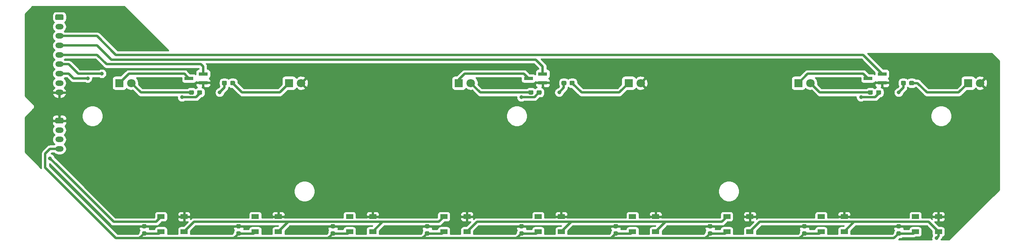
<source format=gbr>
G04 #@! TF.GenerationSoftware,KiCad,Pcbnew,(5.1.7)-1*
G04 #@! TF.CreationDate,2021-03-22T01:50:01-04:00*
G04 #@! TF.ProjectId,Circuit-AirSensor-Left,43697263-7569-4742-9d41-697253656e73,rev?*
G04 #@! TF.SameCoordinates,Original*
G04 #@! TF.FileFunction,Copper,L2,Bot*
G04 #@! TF.FilePolarity,Positive*
%FSLAX46Y46*%
G04 Gerber Fmt 4.6, Leading zero omitted, Abs format (unit mm)*
G04 Created by KiCad (PCBNEW (5.1.7)-1) date 2021-03-22 01:50:01*
%MOMM*%
%LPD*%
G01*
G04 APERTURE LIST*
G04 #@! TA.AperFunction,SMDPad,CuDef*
%ADD10R,1.500000X1.000000*%
G04 #@! TD*
G04 #@! TA.AperFunction,ComponentPad*
%ADD11O,1.750000X1.200000*%
G04 #@! TD*
G04 #@! TA.AperFunction,SMDPad,CuDef*
%ADD12R,1.900000X0.800000*%
G04 #@! TD*
G04 #@! TA.AperFunction,ComponentPad*
%ADD13R,1.800000X1.800000*%
G04 #@! TD*
G04 #@! TA.AperFunction,ComponentPad*
%ADD14C,1.800000*%
G04 #@! TD*
G04 #@! TA.AperFunction,ViaPad*
%ADD15C,0.800000*%
G04 #@! TD*
G04 #@! TA.AperFunction,Conductor*
%ADD16C,0.500000*%
G04 #@! TD*
G04 #@! TA.AperFunction,Conductor*
%ADD17C,0.254000*%
G04 #@! TD*
G04 #@! TA.AperFunction,Conductor*
%ADD18C,0.100000*%
G04 #@! TD*
G04 APERTURE END LIST*
D10*
X222450000Y-133400000D03*
X222450000Y-136600000D03*
X217550000Y-133400000D03*
X217550000Y-136600000D03*
D11*
X56000000Y-119000000D03*
X56000000Y-117000000D03*
X56000000Y-115000000D03*
G04 #@! TA.AperFunction,ComponentPad*
G36*
G01*
X55374999Y-112400000D02*
X56625001Y-112400000D01*
G75*
G02*
X56875000Y-112649999I0J-249999D01*
G01*
X56875000Y-113350001D01*
G75*
G02*
X56625001Y-113600000I-249999J0D01*
G01*
X55374999Y-113600000D01*
G75*
G02*
X55125000Y-113350001I0J249999D01*
G01*
X55125000Y-112649999D01*
G75*
G02*
X55374999Y-112400000I249999J0D01*
G01*
G37*
G04 #@! TD.AperFunction*
G04 #@! TA.AperFunction,SMDPad,CuDef*
G36*
G01*
X234250000Y-137450000D02*
X233750000Y-137450000D01*
G75*
G02*
X233525000Y-137225000I0J225000D01*
G01*
X233525000Y-136775000D01*
G75*
G02*
X233750000Y-136550000I225000J0D01*
G01*
X234250000Y-136550000D01*
G75*
G02*
X234475000Y-136775000I0J-225000D01*
G01*
X234475000Y-137225000D01*
G75*
G02*
X234250000Y-137450000I-225000J0D01*
G01*
G37*
G04 #@! TD.AperFunction*
G04 #@! TA.AperFunction,SMDPad,CuDef*
G36*
G01*
X234250000Y-135900000D02*
X233750000Y-135900000D01*
G75*
G02*
X233525000Y-135675000I0J225000D01*
G01*
X233525000Y-135225000D01*
G75*
G02*
X233750000Y-135000000I225000J0D01*
G01*
X234250000Y-135000000D01*
G75*
G02*
X234475000Y-135225000I0J-225000D01*
G01*
X234475000Y-135675000D01*
G75*
G02*
X234250000Y-135900000I-225000J0D01*
G01*
G37*
G04 #@! TD.AperFunction*
G04 #@! TA.AperFunction,SMDPad,CuDef*
G36*
G01*
X214250000Y-135900000D02*
X213750000Y-135900000D01*
G75*
G02*
X213525000Y-135675000I0J225000D01*
G01*
X213525000Y-135225000D01*
G75*
G02*
X213750000Y-135000000I225000J0D01*
G01*
X214250000Y-135000000D01*
G75*
G02*
X214475000Y-135225000I0J-225000D01*
G01*
X214475000Y-135675000D01*
G75*
G02*
X214250000Y-135900000I-225000J0D01*
G01*
G37*
G04 #@! TD.AperFunction*
G04 #@! TA.AperFunction,SMDPad,CuDef*
G36*
G01*
X214250000Y-137450000D02*
X213750000Y-137450000D01*
G75*
G02*
X213525000Y-137225000I0J225000D01*
G01*
X213525000Y-136775000D01*
G75*
G02*
X213750000Y-136550000I225000J0D01*
G01*
X214250000Y-136550000D01*
G75*
G02*
X214475000Y-136775000I0J-225000D01*
G01*
X214475000Y-137225000D01*
G75*
G02*
X214250000Y-137450000I-225000J0D01*
G01*
G37*
G04 #@! TD.AperFunction*
G04 #@! TA.AperFunction,SMDPad,CuDef*
G36*
G01*
X194250000Y-137450000D02*
X193750000Y-137450000D01*
G75*
G02*
X193525000Y-137225000I0J225000D01*
G01*
X193525000Y-136775000D01*
G75*
G02*
X193750000Y-136550000I225000J0D01*
G01*
X194250000Y-136550000D01*
G75*
G02*
X194475000Y-136775000I0J-225000D01*
G01*
X194475000Y-137225000D01*
G75*
G02*
X194250000Y-137450000I-225000J0D01*
G01*
G37*
G04 #@! TD.AperFunction*
G04 #@! TA.AperFunction,SMDPad,CuDef*
G36*
G01*
X194250000Y-135900000D02*
X193750000Y-135900000D01*
G75*
G02*
X193525000Y-135675000I0J225000D01*
G01*
X193525000Y-135225000D01*
G75*
G02*
X193750000Y-135000000I225000J0D01*
G01*
X194250000Y-135000000D01*
G75*
G02*
X194475000Y-135225000I0J-225000D01*
G01*
X194475000Y-135675000D01*
G75*
G02*
X194250000Y-135900000I-225000J0D01*
G01*
G37*
G04 #@! TD.AperFunction*
G04 #@! TA.AperFunction,SMDPad,CuDef*
G36*
G01*
X174250000Y-137450000D02*
X173750000Y-137450000D01*
G75*
G02*
X173525000Y-137225000I0J225000D01*
G01*
X173525000Y-136775000D01*
G75*
G02*
X173750000Y-136550000I225000J0D01*
G01*
X174250000Y-136550000D01*
G75*
G02*
X174475000Y-136775000I0J-225000D01*
G01*
X174475000Y-137225000D01*
G75*
G02*
X174250000Y-137450000I-225000J0D01*
G01*
G37*
G04 #@! TD.AperFunction*
G04 #@! TA.AperFunction,SMDPad,CuDef*
G36*
G01*
X174250000Y-135900000D02*
X173750000Y-135900000D01*
G75*
G02*
X173525000Y-135675000I0J225000D01*
G01*
X173525000Y-135225000D01*
G75*
G02*
X173750000Y-135000000I225000J0D01*
G01*
X174250000Y-135000000D01*
G75*
G02*
X174475000Y-135225000I0J-225000D01*
G01*
X174475000Y-135675000D01*
G75*
G02*
X174250000Y-135900000I-225000J0D01*
G01*
G37*
G04 #@! TD.AperFunction*
G04 #@! TA.AperFunction,SMDPad,CuDef*
G36*
G01*
X154250000Y-137450000D02*
X153750000Y-137450000D01*
G75*
G02*
X153525000Y-137225000I0J225000D01*
G01*
X153525000Y-136775000D01*
G75*
G02*
X153750000Y-136550000I225000J0D01*
G01*
X154250000Y-136550000D01*
G75*
G02*
X154475000Y-136775000I0J-225000D01*
G01*
X154475000Y-137225000D01*
G75*
G02*
X154250000Y-137450000I-225000J0D01*
G01*
G37*
G04 #@! TD.AperFunction*
G04 #@! TA.AperFunction,SMDPad,CuDef*
G36*
G01*
X154250000Y-135900000D02*
X153750000Y-135900000D01*
G75*
G02*
X153525000Y-135675000I0J225000D01*
G01*
X153525000Y-135225000D01*
G75*
G02*
X153750000Y-135000000I225000J0D01*
G01*
X154250000Y-135000000D01*
G75*
G02*
X154475000Y-135225000I0J-225000D01*
G01*
X154475000Y-135675000D01*
G75*
G02*
X154250000Y-135900000I-225000J0D01*
G01*
G37*
G04 #@! TD.AperFunction*
G04 #@! TA.AperFunction,SMDPad,CuDef*
G36*
G01*
X134250000Y-137450000D02*
X133750000Y-137450000D01*
G75*
G02*
X133525000Y-137225000I0J225000D01*
G01*
X133525000Y-136775000D01*
G75*
G02*
X133750000Y-136550000I225000J0D01*
G01*
X134250000Y-136550000D01*
G75*
G02*
X134475000Y-136775000I0J-225000D01*
G01*
X134475000Y-137225000D01*
G75*
G02*
X134250000Y-137450000I-225000J0D01*
G01*
G37*
G04 #@! TD.AperFunction*
G04 #@! TA.AperFunction,SMDPad,CuDef*
G36*
G01*
X134250000Y-135900000D02*
X133750000Y-135900000D01*
G75*
G02*
X133525000Y-135675000I0J225000D01*
G01*
X133525000Y-135225000D01*
G75*
G02*
X133750000Y-135000000I225000J0D01*
G01*
X134250000Y-135000000D01*
G75*
G02*
X134475000Y-135225000I0J-225000D01*
G01*
X134475000Y-135675000D01*
G75*
G02*
X134250000Y-135900000I-225000J0D01*
G01*
G37*
G04 #@! TD.AperFunction*
G04 #@! TA.AperFunction,SMDPad,CuDef*
G36*
G01*
X114250000Y-137450000D02*
X113750000Y-137450000D01*
G75*
G02*
X113525000Y-137225000I0J225000D01*
G01*
X113525000Y-136775000D01*
G75*
G02*
X113750000Y-136550000I225000J0D01*
G01*
X114250000Y-136550000D01*
G75*
G02*
X114475000Y-136775000I0J-225000D01*
G01*
X114475000Y-137225000D01*
G75*
G02*
X114250000Y-137450000I-225000J0D01*
G01*
G37*
G04 #@! TD.AperFunction*
G04 #@! TA.AperFunction,SMDPad,CuDef*
G36*
G01*
X114250000Y-135900000D02*
X113750000Y-135900000D01*
G75*
G02*
X113525000Y-135675000I0J225000D01*
G01*
X113525000Y-135225000D01*
G75*
G02*
X113750000Y-135000000I225000J0D01*
G01*
X114250000Y-135000000D01*
G75*
G02*
X114475000Y-135225000I0J-225000D01*
G01*
X114475000Y-135675000D01*
G75*
G02*
X114250000Y-135900000I-225000J0D01*
G01*
G37*
G04 #@! TD.AperFunction*
G04 #@! TA.AperFunction,SMDPad,CuDef*
G36*
G01*
X94250000Y-135900000D02*
X93750000Y-135900000D01*
G75*
G02*
X93525000Y-135675000I0J225000D01*
G01*
X93525000Y-135225000D01*
G75*
G02*
X93750000Y-135000000I225000J0D01*
G01*
X94250000Y-135000000D01*
G75*
G02*
X94475000Y-135225000I0J-225000D01*
G01*
X94475000Y-135675000D01*
G75*
G02*
X94250000Y-135900000I-225000J0D01*
G01*
G37*
G04 #@! TD.AperFunction*
G04 #@! TA.AperFunction,SMDPad,CuDef*
G36*
G01*
X94250000Y-137450000D02*
X93750000Y-137450000D01*
G75*
G02*
X93525000Y-137225000I0J225000D01*
G01*
X93525000Y-136775000D01*
G75*
G02*
X93750000Y-136550000I225000J0D01*
G01*
X94250000Y-136550000D01*
G75*
G02*
X94475000Y-136775000I0J-225000D01*
G01*
X94475000Y-137225000D01*
G75*
G02*
X94250000Y-137450000I-225000J0D01*
G01*
G37*
G04 #@! TD.AperFunction*
G04 #@! TA.AperFunction,SMDPad,CuDef*
G36*
G01*
X74250000Y-137450000D02*
X73750000Y-137450000D01*
G75*
G02*
X73525000Y-137225000I0J225000D01*
G01*
X73525000Y-136775000D01*
G75*
G02*
X73750000Y-136550000I225000J0D01*
G01*
X74250000Y-136550000D01*
G75*
G02*
X74475000Y-136775000I0J-225000D01*
G01*
X74475000Y-137225000D01*
G75*
G02*
X74250000Y-137450000I-225000J0D01*
G01*
G37*
G04 #@! TD.AperFunction*
G04 #@! TA.AperFunction,SMDPad,CuDef*
G36*
G01*
X74250000Y-135900000D02*
X73750000Y-135900000D01*
G75*
G02*
X73525000Y-135675000I0J225000D01*
G01*
X73525000Y-135225000D01*
G75*
G02*
X73750000Y-135000000I225000J0D01*
G01*
X74250000Y-135000000D01*
G75*
G02*
X74475000Y-135225000I0J-225000D01*
G01*
X74475000Y-135675000D01*
G75*
G02*
X74250000Y-135900000I-225000J0D01*
G01*
G37*
G04 #@! TD.AperFunction*
D10*
X77550000Y-136600000D03*
X77550000Y-133400000D03*
X82450000Y-136600000D03*
X82450000Y-133400000D03*
X102450000Y-133400000D03*
X102450000Y-136600000D03*
X97550000Y-133400000D03*
X97550000Y-136600000D03*
X122450000Y-133400000D03*
X122450000Y-136600000D03*
X117550000Y-133400000D03*
X117550000Y-136600000D03*
X142450000Y-133400000D03*
X142450000Y-136600000D03*
X137550000Y-133400000D03*
X137550000Y-136600000D03*
X237550000Y-136600000D03*
X237550000Y-133400000D03*
X242450000Y-136600000D03*
X242450000Y-133400000D03*
X202450000Y-133400000D03*
X202450000Y-136600000D03*
X197550000Y-133400000D03*
X197550000Y-136600000D03*
X182450000Y-133400000D03*
X182450000Y-136600000D03*
X177550000Y-133400000D03*
X177550000Y-136600000D03*
X157550000Y-136600000D03*
X157550000Y-133400000D03*
X162450000Y-136600000D03*
X162450000Y-133400000D03*
G04 #@! TA.AperFunction,SMDPad,CuDef*
G36*
G01*
X234475000Y-105237500D02*
X234475000Y-104762500D01*
G75*
G02*
X234712500Y-104525000I237500J0D01*
G01*
X235287500Y-104525000D01*
G75*
G02*
X235525000Y-104762500I0J-237500D01*
G01*
X235525000Y-105237500D01*
G75*
G02*
X235287500Y-105475000I-237500J0D01*
G01*
X234712500Y-105475000D01*
G75*
G02*
X234475000Y-105237500I0J237500D01*
G01*
G37*
G04 #@! TD.AperFunction*
G04 #@! TA.AperFunction,SMDPad,CuDef*
G36*
G01*
X236225000Y-105237500D02*
X236225000Y-104762500D01*
G75*
G02*
X236462500Y-104525000I237500J0D01*
G01*
X237037500Y-104525000D01*
G75*
G02*
X237275000Y-104762500I0J-237500D01*
G01*
X237275000Y-105237500D01*
G75*
G02*
X237037500Y-105475000I-237500J0D01*
G01*
X236462500Y-105475000D01*
G75*
G02*
X236225000Y-105237500I0J237500D01*
G01*
G37*
G04 #@! TD.AperFunction*
G04 #@! TA.AperFunction,SMDPad,CuDef*
G36*
G01*
X162475000Y-105237500D02*
X162475000Y-104762500D01*
G75*
G02*
X162712500Y-104525000I237500J0D01*
G01*
X163287500Y-104525000D01*
G75*
G02*
X163525000Y-104762500I0J-237500D01*
G01*
X163525000Y-105237500D01*
G75*
G02*
X163287500Y-105475000I-237500J0D01*
G01*
X162712500Y-105475000D01*
G75*
G02*
X162475000Y-105237500I0J237500D01*
G01*
G37*
G04 #@! TD.AperFunction*
G04 #@! TA.AperFunction,SMDPad,CuDef*
G36*
G01*
X164225000Y-105237500D02*
X164225000Y-104762500D01*
G75*
G02*
X164462500Y-104525000I237500J0D01*
G01*
X165037500Y-104525000D01*
G75*
G02*
X165275000Y-104762500I0J-237500D01*
G01*
X165275000Y-105237500D01*
G75*
G02*
X165037500Y-105475000I-237500J0D01*
G01*
X164462500Y-105475000D01*
G75*
G02*
X164225000Y-105237500I0J237500D01*
G01*
G37*
G04 #@! TD.AperFunction*
G04 #@! TA.AperFunction,SMDPad,CuDef*
G36*
G01*
X90475000Y-105237500D02*
X90475000Y-104762500D01*
G75*
G02*
X90712500Y-104525000I237500J0D01*
G01*
X91287500Y-104525000D01*
G75*
G02*
X91525000Y-104762500I0J-237500D01*
G01*
X91525000Y-105237500D01*
G75*
G02*
X91287500Y-105475000I-237500J0D01*
G01*
X90712500Y-105475000D01*
G75*
G02*
X90475000Y-105237500I0J237500D01*
G01*
G37*
G04 #@! TD.AperFunction*
G04 #@! TA.AperFunction,SMDPad,CuDef*
G36*
G01*
X92225000Y-105237500D02*
X92225000Y-104762500D01*
G75*
G02*
X92462500Y-104525000I237500J0D01*
G01*
X93037500Y-104525000D01*
G75*
G02*
X93275000Y-104762500I0J-237500D01*
G01*
X93275000Y-105237500D01*
G75*
G02*
X93037500Y-105475000I-237500J0D01*
G01*
X92462500Y-105475000D01*
G75*
G02*
X92225000Y-105237500I0J237500D01*
G01*
G37*
G04 #@! TD.AperFunction*
G04 #@! TA.AperFunction,SMDPad,CuDef*
G36*
G01*
X230275000Y-106762500D02*
X230275000Y-107237500D01*
G75*
G02*
X230037500Y-107475000I-237500J0D01*
G01*
X229462500Y-107475000D01*
G75*
G02*
X229225000Y-107237500I0J237500D01*
G01*
X229225000Y-106762500D01*
G75*
G02*
X229462500Y-106525000I237500J0D01*
G01*
X230037500Y-106525000D01*
G75*
G02*
X230275000Y-106762500I0J-237500D01*
G01*
G37*
G04 #@! TD.AperFunction*
G04 #@! TA.AperFunction,SMDPad,CuDef*
G36*
G01*
X228525000Y-106762500D02*
X228525000Y-107237500D01*
G75*
G02*
X228287500Y-107475000I-237500J0D01*
G01*
X227712500Y-107475000D01*
G75*
G02*
X227475000Y-107237500I0J237500D01*
G01*
X227475000Y-106762500D01*
G75*
G02*
X227712500Y-106525000I237500J0D01*
G01*
X228287500Y-106525000D01*
G75*
G02*
X228525000Y-106762500I0J-237500D01*
G01*
G37*
G04 #@! TD.AperFunction*
G04 #@! TA.AperFunction,SMDPad,CuDef*
G36*
G01*
X158275000Y-106762500D02*
X158275000Y-107237500D01*
G75*
G02*
X158037500Y-107475000I-237500J0D01*
G01*
X157462500Y-107475000D01*
G75*
G02*
X157225000Y-107237500I0J237500D01*
G01*
X157225000Y-106762500D01*
G75*
G02*
X157462500Y-106525000I237500J0D01*
G01*
X158037500Y-106525000D01*
G75*
G02*
X158275000Y-106762500I0J-237500D01*
G01*
G37*
G04 #@! TD.AperFunction*
G04 #@! TA.AperFunction,SMDPad,CuDef*
G36*
G01*
X156525000Y-106762500D02*
X156525000Y-107237500D01*
G75*
G02*
X156287500Y-107475000I-237500J0D01*
G01*
X155712500Y-107475000D01*
G75*
G02*
X155475000Y-107237500I0J237500D01*
G01*
X155475000Y-106762500D01*
G75*
G02*
X155712500Y-106525000I237500J0D01*
G01*
X156287500Y-106525000D01*
G75*
G02*
X156525000Y-106762500I0J-237500D01*
G01*
G37*
G04 #@! TD.AperFunction*
G04 #@! TA.AperFunction,SMDPad,CuDef*
G36*
G01*
X86275000Y-106762500D02*
X86275000Y-107237500D01*
G75*
G02*
X86037500Y-107475000I-237500J0D01*
G01*
X85462500Y-107475000D01*
G75*
G02*
X85225000Y-107237500I0J237500D01*
G01*
X85225000Y-106762500D01*
G75*
G02*
X85462500Y-106525000I237500J0D01*
G01*
X86037500Y-106525000D01*
G75*
G02*
X86275000Y-106762500I0J-237500D01*
G01*
G37*
G04 #@! TD.AperFunction*
G04 #@! TA.AperFunction,SMDPad,CuDef*
G36*
G01*
X84525000Y-106762500D02*
X84525000Y-107237500D01*
G75*
G02*
X84287500Y-107475000I-237500J0D01*
G01*
X83712500Y-107475000D01*
G75*
G02*
X83475000Y-107237500I0J237500D01*
G01*
X83475000Y-106762500D01*
G75*
G02*
X83712500Y-106525000I237500J0D01*
G01*
X84287500Y-106525000D01*
G75*
G02*
X84525000Y-106762500I0J-237500D01*
G01*
G37*
G04 #@! TD.AperFunction*
D12*
X227500000Y-104000000D03*
X230500000Y-104950000D03*
X230500000Y-103050000D03*
X158500000Y-103050000D03*
X158500000Y-104950000D03*
X155500000Y-104000000D03*
X83500000Y-104000000D03*
X86500000Y-104950000D03*
X86500000Y-103050000D03*
D13*
X176730000Y-105000000D03*
D14*
X179270000Y-105000000D03*
D13*
X248730000Y-105000000D03*
D14*
X251270000Y-105000000D03*
D13*
X212730000Y-105000000D03*
D14*
X215270000Y-105000000D03*
D13*
X140730000Y-105000000D03*
D14*
X143270000Y-105000000D03*
D13*
X104730000Y-105000000D03*
D14*
X107270000Y-105000000D03*
D13*
X68730000Y-105000000D03*
D14*
X71270000Y-105000000D03*
D11*
X56000000Y-107000000D03*
X56000000Y-105000000D03*
X56000000Y-103000000D03*
X56000000Y-101000000D03*
X56000000Y-99000000D03*
X56000000Y-97000000D03*
X56000000Y-95000000D03*
X56000000Y-93000000D03*
G04 #@! TA.AperFunction,ComponentPad*
G36*
G01*
X55374999Y-90400000D02*
X56625001Y-90400000D01*
G75*
G02*
X56875000Y-90649999I0J-249999D01*
G01*
X56875000Y-91350001D01*
G75*
G02*
X56625001Y-91600000I-249999J0D01*
G01*
X55374999Y-91600000D01*
G75*
G02*
X55125000Y-91350001I0J249999D01*
G01*
X55125000Y-90649999D01*
G75*
G02*
X55374999Y-90400000I249999J0D01*
G01*
G37*
G04 #@! TD.AperFunction*
D15*
X66000000Y-105000000D03*
X245000000Y-136000000D03*
X89000000Y-105000000D03*
X161000000Y-105000000D03*
X233000000Y-105000000D03*
X92500000Y-136000000D03*
X72000000Y-133000000D03*
X112000000Y-133000000D03*
X152000000Y-133000000D03*
X192000000Y-133000000D03*
X232000000Y-133000000D03*
X232500000Y-136000000D03*
X212500000Y-136000000D03*
X192500000Y-136000000D03*
X172500000Y-136000000D03*
X132500000Y-136000000D03*
X112500000Y-136000000D03*
X72500000Y-136000000D03*
X152500000Y-136000000D03*
X234000000Y-107000000D03*
X162000000Y-107000000D03*
X90000000Y-107000000D03*
X226000000Y-108000000D03*
X154000000Y-108000000D03*
X82000000Y-108000000D03*
X242000000Y-138000000D03*
X54000000Y-121000000D03*
X65000000Y-103000000D03*
X62000000Y-104000000D03*
D16*
X235000000Y-105000000D02*
X235000000Y-106000000D01*
X235000000Y-106000000D02*
X234000000Y-107000000D01*
X234000000Y-107000000D02*
X234000000Y-107000000D01*
X163000000Y-105000000D02*
X163000000Y-106000000D01*
X163000000Y-106000000D02*
X162000000Y-107000000D01*
X162000000Y-107000000D02*
X162000000Y-107000000D01*
X91000000Y-105000000D02*
X91000000Y-106000000D01*
X91000000Y-106000000D02*
X90000000Y-107000000D01*
X90000000Y-107000000D02*
X90000000Y-107000000D01*
X229750000Y-107000000D02*
X229750000Y-107250000D01*
X229750000Y-107250000D02*
X229000000Y-108000000D01*
X229000000Y-108000000D02*
X226000000Y-108000000D01*
X226000000Y-108000000D02*
X226000000Y-108000000D01*
X156750000Y-108000000D02*
X157750000Y-107000000D01*
X154000000Y-108000000D02*
X156750000Y-108000000D01*
X85750000Y-107000000D02*
X85750000Y-107250000D01*
X85750000Y-107250000D02*
X85000000Y-108000000D01*
X85000000Y-108000000D02*
X82000000Y-108000000D01*
X82000000Y-108000000D02*
X82000000Y-108000000D01*
X224550000Y-134500000D02*
X222450000Y-136600000D01*
X204550000Y-134500000D02*
X202450000Y-136600000D01*
X224550000Y-134500000D02*
X204550000Y-134500000D01*
X242450000Y-136600000D02*
X242450000Y-137550000D01*
X242450000Y-137550000D02*
X242000000Y-138000000D01*
X242000000Y-138000000D02*
X242000000Y-138000000D01*
X240350000Y-134500000D02*
X242450000Y-136600000D01*
X240000000Y-134500000D02*
X240350000Y-134500000D01*
X240000000Y-134500000D02*
X224550000Y-134500000D01*
X197550000Y-133400000D02*
X197550000Y-133450000D01*
X197550000Y-133450000D02*
X196500000Y-134500000D01*
X184550000Y-134500000D02*
X182450000Y-136600000D01*
X196500000Y-134500000D02*
X184550000Y-134500000D01*
X164550000Y-134500000D02*
X162450000Y-136600000D01*
X184550000Y-134500000D02*
X164550000Y-134500000D01*
X144550000Y-134500000D02*
X142450000Y-136600000D01*
X164550000Y-134500000D02*
X144550000Y-134500000D01*
X137550000Y-133400000D02*
X137550000Y-133450000D01*
X137550000Y-133450000D02*
X136500000Y-134500000D01*
X124550000Y-134500000D02*
X122450000Y-136600000D01*
X136500000Y-134500000D02*
X124550000Y-134500000D01*
X104550000Y-134500000D02*
X102450000Y-136600000D01*
X124550000Y-134500000D02*
X104550000Y-134500000D01*
X84550000Y-134500000D02*
X82450000Y-136600000D01*
X104550000Y-134500000D02*
X84550000Y-134500000D01*
X54000000Y-121000000D02*
X54000000Y-121000000D01*
X55500000Y-122500000D02*
X54000000Y-121000000D01*
X67500000Y-134500000D02*
X55500000Y-122500000D01*
X76500000Y-134500000D02*
X67500000Y-134500000D01*
X77550000Y-133450000D02*
X76500000Y-134500000D01*
X77550000Y-133400000D02*
X77550000Y-133450000D01*
X77550000Y-136550000D02*
X77550000Y-136600000D01*
X197550000Y-136550000D02*
X197550000Y-136600000D01*
X233000000Y-138000000D02*
X234000000Y-137000000D01*
X237150000Y-137000000D02*
X237550000Y-136600000D01*
X234000000Y-137000000D02*
X237150000Y-137000000D01*
X77150000Y-137000000D02*
X77550000Y-136600000D01*
X74000000Y-137000000D02*
X77150000Y-137000000D01*
X93000000Y-138000000D02*
X94000000Y-137000000D01*
X91500000Y-138000000D02*
X93000000Y-138000000D01*
X72000000Y-138000000D02*
X91500000Y-138000000D01*
X97150000Y-137000000D02*
X97550000Y-136600000D01*
X94000000Y-137000000D02*
X97150000Y-137000000D01*
X113000000Y-138000000D02*
X114000000Y-137000000D01*
X112000000Y-138000000D02*
X113000000Y-138000000D01*
X91500000Y-138000000D02*
X112000000Y-138000000D01*
X117150000Y-137000000D02*
X117550000Y-136600000D01*
X114000000Y-137000000D02*
X117150000Y-137000000D01*
X133000000Y-138000000D02*
X134000000Y-137000000D01*
X132000000Y-138000000D02*
X133000000Y-138000000D01*
X112000000Y-138000000D02*
X132000000Y-138000000D01*
X137150000Y-137000000D02*
X137550000Y-136600000D01*
X134000000Y-137000000D02*
X137150000Y-137000000D01*
X153000000Y-138000000D02*
X154000000Y-137000000D01*
X152000000Y-138000000D02*
X153000000Y-138000000D01*
X132000000Y-138000000D02*
X152000000Y-138000000D01*
X157150000Y-137000000D02*
X157550000Y-136600000D01*
X154000000Y-137000000D02*
X157150000Y-137000000D01*
X173000000Y-138000000D02*
X174000000Y-137000000D01*
X172500000Y-138000000D02*
X173000000Y-138000000D01*
X152000000Y-138000000D02*
X172500000Y-138000000D01*
X177150000Y-137000000D02*
X177550000Y-136600000D01*
X174000000Y-137000000D02*
X177150000Y-137000000D01*
X192000000Y-138000000D02*
X193000000Y-138000000D01*
X172500000Y-138000000D02*
X192000000Y-138000000D01*
X193000000Y-138000000D02*
X194000000Y-137000000D01*
X197150000Y-137000000D02*
X197550000Y-136600000D01*
X194000000Y-137000000D02*
X197150000Y-137000000D01*
X213000000Y-138000000D02*
X214000000Y-137000000D01*
X212000000Y-138000000D02*
X213000000Y-138000000D01*
X192000000Y-138000000D02*
X212000000Y-138000000D01*
X212000000Y-138000000D02*
X233000000Y-138000000D01*
X217150000Y-137000000D02*
X217550000Y-136600000D01*
X214000000Y-137000000D02*
X217150000Y-137000000D01*
X55000000Y-119000000D02*
X56000000Y-119000000D01*
X53000000Y-120000000D02*
X54000000Y-119000000D01*
X54000000Y-119000000D02*
X55000000Y-119000000D01*
X53000000Y-123000000D02*
X53000000Y-120000000D01*
X68000000Y-138000000D02*
X53000000Y-123000000D01*
X72000000Y-138000000D02*
X68000000Y-138000000D01*
X73000000Y-138000000D02*
X74000000Y-137000000D01*
X72000000Y-138000000D02*
X73000000Y-138000000D01*
X82500000Y-103000000D02*
X83500000Y-104000000D01*
X70730000Y-103000000D02*
X82500000Y-103000000D01*
X68730000Y-105000000D02*
X70730000Y-103000000D01*
X73270000Y-107000000D02*
X71270000Y-105000000D01*
X84000000Y-107000000D02*
X73270000Y-107000000D01*
X94750000Y-107000000D02*
X92750000Y-105000000D01*
X102730000Y-107000000D02*
X94750000Y-107000000D01*
X104730000Y-105000000D02*
X102730000Y-107000000D01*
X56000000Y-101000000D02*
X58000000Y-101000000D01*
X58000000Y-101000000D02*
X60000000Y-103000000D01*
X60000000Y-103000000D02*
X65000000Y-103000000D01*
X65000000Y-103000000D02*
X65000000Y-103000000D01*
X140730000Y-105000000D02*
X140730000Y-104270000D01*
X140730000Y-104270000D02*
X142000000Y-103000000D01*
X154500000Y-103000000D02*
X155500000Y-104000000D01*
X142000000Y-103000000D02*
X154500000Y-103000000D01*
X145270000Y-107000000D02*
X143270000Y-105000000D01*
X156000000Y-107000000D02*
X145270000Y-107000000D01*
X166750000Y-107000000D02*
X164750000Y-105000000D01*
X174730000Y-107000000D02*
X166750000Y-107000000D01*
X176730000Y-105000000D02*
X174730000Y-107000000D01*
X56000000Y-103000000D02*
X58000000Y-103000000D01*
X58000000Y-103000000D02*
X59000000Y-104000000D01*
X59000000Y-104000000D02*
X62000000Y-104000000D01*
X62000000Y-104000000D02*
X62000000Y-104000000D01*
X212730000Y-105000000D02*
X214730000Y-103000000D01*
X226500000Y-103000000D02*
X227500000Y-104000000D01*
X214730000Y-103000000D02*
X226500000Y-103000000D01*
X217270000Y-107000000D02*
X215270000Y-105000000D01*
X228000000Y-107000000D02*
X217270000Y-107000000D01*
X240000000Y-107000000D02*
X246730000Y-107000000D01*
X238000000Y-105000000D02*
X240000000Y-107000000D01*
X246730000Y-107000000D02*
X248730000Y-105000000D01*
X236750000Y-105000000D02*
X238000000Y-105000000D01*
X66000000Y-101000000D02*
X64000000Y-99000000D01*
X64000000Y-99000000D02*
X56000000Y-99000000D01*
X86000000Y-101000000D02*
X66000000Y-101000000D01*
X86500000Y-101500000D02*
X86000000Y-101000000D01*
X86500000Y-103050000D02*
X86500000Y-101500000D01*
X67000000Y-100000000D02*
X64000000Y-97000000D01*
X64000000Y-97000000D02*
X56000000Y-97000000D01*
X158500000Y-101500000D02*
X157000000Y-100000000D01*
X157000000Y-100000000D02*
X67000000Y-100000000D01*
X158500000Y-103050000D02*
X158500000Y-101500000D01*
X226450000Y-99000000D02*
X230500000Y-103050000D01*
X68000000Y-99000000D02*
X226450000Y-99000000D01*
X64000000Y-95000000D02*
X68000000Y-99000000D01*
X56000000Y-95000000D02*
X64000000Y-95000000D01*
D17*
X79110909Y-98115000D02*
X68366579Y-98115000D01*
X64656534Y-94404956D01*
X64628817Y-94371183D01*
X64494059Y-94260589D01*
X64340313Y-94178411D01*
X64173490Y-94127805D01*
X64043477Y-94115000D01*
X64043469Y-94115000D01*
X64000000Y-94110719D01*
X63956531Y-94115000D01*
X57143366Y-94115000D01*
X57003238Y-94000000D01*
X57152502Y-93877502D01*
X57306833Y-93689449D01*
X57421511Y-93474901D01*
X57492130Y-93242102D01*
X57515975Y-93000000D01*
X57492130Y-92757898D01*
X57421511Y-92525099D01*
X57306833Y-92310551D01*
X57152502Y-92122498D01*
X57113889Y-92090809D01*
X57118387Y-92088405D01*
X57252962Y-91977962D01*
X57363405Y-91843387D01*
X57445472Y-91689851D01*
X57496008Y-91523255D01*
X57513072Y-91350001D01*
X57513072Y-90649999D01*
X57496008Y-90476745D01*
X57445472Y-90310149D01*
X57363405Y-90156613D01*
X57252962Y-90022038D01*
X57118387Y-89911595D01*
X56964851Y-89829528D01*
X56798255Y-89778992D01*
X56625001Y-89761928D01*
X55374999Y-89761928D01*
X55201745Y-89778992D01*
X55035149Y-89829528D01*
X54881613Y-89911595D01*
X54747038Y-90022038D01*
X54636595Y-90156613D01*
X54554528Y-90310149D01*
X54503992Y-90476745D01*
X54486928Y-90649999D01*
X54486928Y-91350001D01*
X54503992Y-91523255D01*
X54554528Y-91689851D01*
X54636595Y-91843387D01*
X54747038Y-91977962D01*
X54881613Y-92088405D01*
X54886111Y-92090809D01*
X54847498Y-92122498D01*
X54693167Y-92310551D01*
X54578489Y-92525099D01*
X54507870Y-92757898D01*
X54484025Y-93000000D01*
X54507870Y-93242102D01*
X54578489Y-93474901D01*
X54693167Y-93689449D01*
X54847498Y-93877502D01*
X54996762Y-94000000D01*
X54847498Y-94122498D01*
X54693167Y-94310551D01*
X54578489Y-94525099D01*
X54507870Y-94757898D01*
X54484025Y-95000000D01*
X54507870Y-95242102D01*
X54578489Y-95474901D01*
X54693167Y-95689449D01*
X54847498Y-95877502D01*
X54996762Y-96000000D01*
X54847498Y-96122498D01*
X54693167Y-96310551D01*
X54578489Y-96525099D01*
X54507870Y-96757898D01*
X54484025Y-97000000D01*
X54507870Y-97242102D01*
X54578489Y-97474901D01*
X54693167Y-97689449D01*
X54847498Y-97877502D01*
X54996762Y-98000000D01*
X54847498Y-98122498D01*
X54693167Y-98310551D01*
X54578489Y-98525099D01*
X54507870Y-98757898D01*
X54484025Y-99000000D01*
X54507870Y-99242102D01*
X54578489Y-99474901D01*
X54693167Y-99689449D01*
X54847498Y-99877502D01*
X54996762Y-100000000D01*
X54847498Y-100122498D01*
X54693167Y-100310551D01*
X54578489Y-100525099D01*
X54507870Y-100757898D01*
X54484025Y-101000000D01*
X54507870Y-101242102D01*
X54578489Y-101474901D01*
X54693167Y-101689449D01*
X54847498Y-101877502D01*
X54996762Y-102000000D01*
X54847498Y-102122498D01*
X54693167Y-102310551D01*
X54578489Y-102525099D01*
X54507870Y-102757898D01*
X54484025Y-103000000D01*
X54507870Y-103242102D01*
X54578489Y-103474901D01*
X54693167Y-103689449D01*
X54847498Y-103877502D01*
X54996762Y-104000000D01*
X54847498Y-104122498D01*
X54693167Y-104310551D01*
X54578489Y-104525099D01*
X54507870Y-104757898D01*
X54484025Y-105000000D01*
X54507870Y-105242102D01*
X54578489Y-105474901D01*
X54693167Y-105689449D01*
X54847498Y-105877502D01*
X54997348Y-106000481D01*
X54933275Y-106043693D01*
X54761922Y-106216526D01*
X54627579Y-106419467D01*
X54535409Y-106644718D01*
X54531538Y-106682391D01*
X54656269Y-106873000D01*
X55873000Y-106873000D01*
X55873000Y-106853000D01*
X56127000Y-106853000D01*
X56127000Y-106873000D01*
X57343731Y-106873000D01*
X57468462Y-106682391D01*
X57464591Y-106644718D01*
X57372421Y-106419467D01*
X57238078Y-106216526D01*
X57066725Y-106043693D01*
X57002652Y-106000481D01*
X57152502Y-105877502D01*
X57306833Y-105689449D01*
X57421511Y-105474901D01*
X57492130Y-105242102D01*
X57515975Y-105000000D01*
X57492130Y-104757898D01*
X57421511Y-104525099D01*
X57306833Y-104310551D01*
X57152502Y-104122498D01*
X57003238Y-104000000D01*
X57143366Y-103885000D01*
X57633422Y-103885000D01*
X58343470Y-104595049D01*
X58371183Y-104628817D01*
X58404951Y-104656530D01*
X58404953Y-104656532D01*
X58505941Y-104739411D01*
X58659686Y-104821589D01*
X58675912Y-104826511D01*
X58826510Y-104872195D01*
X58956523Y-104885000D01*
X58956531Y-104885000D01*
X59000000Y-104889281D01*
X59043469Y-104885000D01*
X61461546Y-104885000D01*
X61509744Y-104917205D01*
X61698102Y-104995226D01*
X61898061Y-105035000D01*
X62101939Y-105035000D01*
X62301898Y-104995226D01*
X62490256Y-104917205D01*
X62659774Y-104803937D01*
X62803937Y-104659774D01*
X62917205Y-104490256D01*
X62995226Y-104301898D01*
X63035000Y-104101939D01*
X63035000Y-103898061D01*
X63032402Y-103885000D01*
X64461546Y-103885000D01*
X64509744Y-103917205D01*
X64698102Y-103995226D01*
X64898061Y-104035000D01*
X65101939Y-104035000D01*
X65301898Y-103995226D01*
X65490256Y-103917205D01*
X65659774Y-103803937D01*
X65803937Y-103659774D01*
X65917205Y-103490256D01*
X65995226Y-103301898D01*
X66035000Y-103101939D01*
X66035000Y-102898061D01*
X65995226Y-102698102D01*
X65917205Y-102509744D01*
X65803937Y-102340226D01*
X65659774Y-102196063D01*
X65490256Y-102082795D01*
X65301898Y-102004774D01*
X65101939Y-101965000D01*
X64898061Y-101965000D01*
X64698102Y-102004774D01*
X64509744Y-102082795D01*
X64461546Y-102115000D01*
X60366579Y-102115000D01*
X58656534Y-100404956D01*
X58628817Y-100371183D01*
X58494059Y-100260589D01*
X58340313Y-100178411D01*
X58173490Y-100127805D01*
X58043477Y-100115000D01*
X58043469Y-100115000D01*
X58000000Y-100110719D01*
X57956531Y-100115000D01*
X57143366Y-100115000D01*
X57003238Y-100000000D01*
X57143366Y-99885000D01*
X63633422Y-99885000D01*
X65343470Y-101595049D01*
X65371183Y-101628817D01*
X65404951Y-101656530D01*
X65404953Y-101656532D01*
X65476452Y-101715210D01*
X65505941Y-101739411D01*
X65659687Y-101821589D01*
X65826510Y-101872195D01*
X65956523Y-101885000D01*
X65956533Y-101885000D01*
X65999999Y-101889281D01*
X66043465Y-101885000D01*
X85615001Y-101885000D01*
X85615001Y-102011928D01*
X85550000Y-102011928D01*
X85425518Y-102024188D01*
X85305820Y-102060498D01*
X85195506Y-102119463D01*
X85098815Y-102198815D01*
X85019463Y-102295506D01*
X84960498Y-102405820D01*
X84924188Y-102525518D01*
X84911928Y-102650000D01*
X84911928Y-103161905D01*
X84901185Y-103148815D01*
X84804494Y-103069463D01*
X84694180Y-103010498D01*
X84574482Y-102974188D01*
X84450000Y-102961928D01*
X83713507Y-102961928D01*
X83156534Y-102404956D01*
X83128817Y-102371183D01*
X82994059Y-102260589D01*
X82840313Y-102178411D01*
X82673490Y-102127805D01*
X82543477Y-102115000D01*
X82543469Y-102115000D01*
X82500000Y-102110719D01*
X82456531Y-102115000D01*
X70773465Y-102115000D01*
X70729999Y-102110719D01*
X70686533Y-102115000D01*
X70686523Y-102115000D01*
X70556510Y-102127805D01*
X70389687Y-102178411D01*
X70235941Y-102260589D01*
X70235939Y-102260590D01*
X70235940Y-102260590D01*
X70134953Y-102343468D01*
X70134951Y-102343470D01*
X70101183Y-102371183D01*
X70073470Y-102404951D01*
X69016494Y-103461928D01*
X67830000Y-103461928D01*
X67705518Y-103474188D01*
X67585820Y-103510498D01*
X67475506Y-103569463D01*
X67378815Y-103648815D01*
X67299463Y-103745506D01*
X67240498Y-103855820D01*
X67204188Y-103975518D01*
X67191928Y-104100000D01*
X67191928Y-105900000D01*
X67204188Y-106024482D01*
X67240498Y-106144180D01*
X67299463Y-106254494D01*
X67378815Y-106351185D01*
X67475506Y-106430537D01*
X67585820Y-106489502D01*
X67705518Y-106525812D01*
X67830000Y-106538072D01*
X69630000Y-106538072D01*
X69754482Y-106525812D01*
X69874180Y-106489502D01*
X69984494Y-106430537D01*
X70081185Y-106351185D01*
X70160537Y-106254494D01*
X70219502Y-106144180D01*
X70225056Y-106125873D01*
X70291495Y-106192312D01*
X70542905Y-106360299D01*
X70822257Y-106476011D01*
X71118816Y-106535000D01*
X71421184Y-106535000D01*
X71531482Y-106513060D01*
X72613468Y-107595047D01*
X72641183Y-107628817D01*
X72674951Y-107656530D01*
X72674953Y-107656532D01*
X72725606Y-107698102D01*
X72775941Y-107739411D01*
X72929687Y-107821589D01*
X73096510Y-107872195D01*
X73226523Y-107885000D01*
X73226533Y-107885000D01*
X73269999Y-107889281D01*
X73313465Y-107885000D01*
X80967598Y-107885000D01*
X80965000Y-107898061D01*
X80965000Y-108101939D01*
X81004774Y-108301898D01*
X81082795Y-108490256D01*
X81196063Y-108659774D01*
X81340226Y-108803937D01*
X81509744Y-108917205D01*
X81698102Y-108995226D01*
X81898061Y-109035000D01*
X82101939Y-109035000D01*
X82301898Y-108995226D01*
X82490256Y-108917205D01*
X82538454Y-108885000D01*
X84956531Y-108885000D01*
X85000000Y-108889281D01*
X85043469Y-108885000D01*
X85043477Y-108885000D01*
X85173490Y-108872195D01*
X85340313Y-108821589D01*
X85494059Y-108739411D01*
X85628817Y-108628817D01*
X85656534Y-108595044D01*
X86149542Y-108102037D01*
X86208316Y-108096248D01*
X86372567Y-108046423D01*
X86523942Y-107965512D01*
X86656623Y-107856623D01*
X86765512Y-107723942D01*
X86846423Y-107572567D01*
X86896248Y-107408316D01*
X86913072Y-107237500D01*
X86913072Y-106898061D01*
X88965000Y-106898061D01*
X88965000Y-107101939D01*
X89004774Y-107301898D01*
X89082795Y-107490256D01*
X89196063Y-107659774D01*
X89340226Y-107803937D01*
X89509744Y-107917205D01*
X89698102Y-107995226D01*
X89898061Y-108035000D01*
X90101939Y-108035000D01*
X90301898Y-107995226D01*
X90490256Y-107917205D01*
X90659774Y-107803937D01*
X90803937Y-107659774D01*
X90917205Y-107490256D01*
X90995226Y-107301898D01*
X91006535Y-107245043D01*
X91595049Y-106656530D01*
X91628817Y-106628817D01*
X91657828Y-106593468D01*
X91739411Y-106494059D01*
X91821589Y-106340314D01*
X91872195Y-106173490D01*
X91875161Y-106143377D01*
X91885000Y-106043477D01*
X91885000Y-106043469D01*
X91889281Y-106000000D01*
X91885000Y-105956531D01*
X91885000Y-105890782D01*
X91976058Y-105965512D01*
X92127433Y-106046423D01*
X92291684Y-106096248D01*
X92462500Y-106113072D01*
X92611494Y-106113072D01*
X94093468Y-107595047D01*
X94121183Y-107628817D01*
X94154951Y-107656530D01*
X94154953Y-107656532D01*
X94205606Y-107698102D01*
X94255941Y-107739411D01*
X94409687Y-107821589D01*
X94576510Y-107872195D01*
X94706523Y-107885000D01*
X94706533Y-107885000D01*
X94749999Y-107889281D01*
X94793465Y-107885000D01*
X102686531Y-107885000D01*
X102730000Y-107889281D01*
X102773469Y-107885000D01*
X102773477Y-107885000D01*
X102903490Y-107872195D01*
X103070313Y-107821589D01*
X103224059Y-107739411D01*
X103358817Y-107628817D01*
X103386534Y-107595044D01*
X104443507Y-106538072D01*
X105630000Y-106538072D01*
X105754482Y-106525812D01*
X105874180Y-106489502D01*
X105984494Y-106430537D01*
X106081185Y-106351185D01*
X106160537Y-106254494D01*
X106219502Y-106144180D01*
X106222813Y-106133265D01*
X106269578Y-106180030D01*
X106385526Y-106064082D01*
X106469208Y-106318261D01*
X106741775Y-106449158D01*
X107034642Y-106524365D01*
X107336553Y-106540991D01*
X107635907Y-106498397D01*
X107921199Y-106398222D01*
X108070792Y-106318261D01*
X108154475Y-106064080D01*
X107270000Y-105179605D01*
X107255858Y-105193748D01*
X107076253Y-105014143D01*
X107090395Y-105000000D01*
X107449605Y-105000000D01*
X108334080Y-105884475D01*
X108588261Y-105800792D01*
X108719158Y-105528225D01*
X108794365Y-105235358D01*
X108810991Y-104933447D01*
X108768397Y-104634093D01*
X108668222Y-104348801D01*
X108588261Y-104199208D01*
X108334080Y-104115525D01*
X107449605Y-105000000D01*
X107090395Y-105000000D01*
X107076253Y-104985858D01*
X107255858Y-104806253D01*
X107270000Y-104820395D01*
X108154475Y-103935920D01*
X108070792Y-103681739D01*
X107798225Y-103550842D01*
X107505358Y-103475635D01*
X107203447Y-103459009D01*
X106904093Y-103501603D01*
X106618801Y-103601778D01*
X106469208Y-103681739D01*
X106385526Y-103935918D01*
X106269578Y-103819970D01*
X106222813Y-103866735D01*
X106219502Y-103855820D01*
X106160537Y-103745506D01*
X106081185Y-103648815D01*
X105984494Y-103569463D01*
X105874180Y-103510498D01*
X105754482Y-103474188D01*
X105630000Y-103461928D01*
X103830000Y-103461928D01*
X103705518Y-103474188D01*
X103585820Y-103510498D01*
X103475506Y-103569463D01*
X103378815Y-103648815D01*
X103299463Y-103745506D01*
X103240498Y-103855820D01*
X103204188Y-103975518D01*
X103191928Y-104100000D01*
X103191928Y-105286493D01*
X102363422Y-106115000D01*
X95116579Y-106115000D01*
X93913072Y-104911494D01*
X93913072Y-104762500D01*
X93896248Y-104591684D01*
X93846423Y-104427433D01*
X93765512Y-104276058D01*
X93656623Y-104143377D01*
X93523942Y-104034488D01*
X93372567Y-103953577D01*
X93208316Y-103903752D01*
X93037500Y-103886928D01*
X92462500Y-103886928D01*
X92291684Y-103903752D01*
X92127433Y-103953577D01*
X91976058Y-104034488D01*
X91875000Y-104117425D01*
X91773942Y-104034488D01*
X91622567Y-103953577D01*
X91458316Y-103903752D01*
X91287500Y-103886928D01*
X90712500Y-103886928D01*
X90541684Y-103903752D01*
X90377433Y-103953577D01*
X90226058Y-104034488D01*
X90093377Y-104143377D01*
X89984488Y-104276058D01*
X89903577Y-104427433D01*
X89853752Y-104591684D01*
X89836928Y-104762500D01*
X89836928Y-105237500D01*
X89853752Y-105408316D01*
X89903577Y-105572567D01*
X89984488Y-105723942D01*
X90002514Y-105745907D01*
X89754957Y-105993465D01*
X89698102Y-106004774D01*
X89509744Y-106082795D01*
X89340226Y-106196063D01*
X89196063Y-106340226D01*
X89082795Y-106509744D01*
X89004774Y-106698102D01*
X88965000Y-106898061D01*
X86913072Y-106898061D01*
X86913072Y-106762500D01*
X86896248Y-106591684D01*
X86846423Y-106427433D01*
X86765512Y-106276058D01*
X86656623Y-106143377D01*
X86523942Y-106034488D01*
X86372567Y-105953577D01*
X86275207Y-105924043D01*
X86373000Y-105826250D01*
X86373000Y-105077000D01*
X86627000Y-105077000D01*
X86627000Y-105826250D01*
X86785750Y-105985000D01*
X87450000Y-105988072D01*
X87574482Y-105975812D01*
X87694180Y-105939502D01*
X87804494Y-105880537D01*
X87901185Y-105801185D01*
X87980537Y-105704494D01*
X88039502Y-105594180D01*
X88075812Y-105474482D01*
X88088072Y-105350000D01*
X88085000Y-105235750D01*
X87926250Y-105077000D01*
X86627000Y-105077000D01*
X86373000Y-105077000D01*
X85073750Y-105077000D01*
X84915000Y-105235750D01*
X84911928Y-105350000D01*
X84924188Y-105474482D01*
X84960498Y-105594180D01*
X85019463Y-105704494D01*
X85098815Y-105801185D01*
X85195506Y-105880537D01*
X85258034Y-105913960D01*
X85127433Y-105953577D01*
X84976058Y-106034488D01*
X84875000Y-106117425D01*
X84773942Y-106034488D01*
X84622567Y-105953577D01*
X84458316Y-105903752D01*
X84287500Y-105886928D01*
X83712500Y-105886928D01*
X83541684Y-105903752D01*
X83377433Y-105953577D01*
X83226058Y-106034488D01*
X83127954Y-106115000D01*
X73636579Y-106115000D01*
X72783060Y-105261482D01*
X72805000Y-105151184D01*
X72805000Y-104848816D01*
X72746011Y-104552257D01*
X72630299Y-104272905D01*
X72462312Y-104021495D01*
X72325817Y-103885000D01*
X81911928Y-103885000D01*
X81911928Y-104400000D01*
X81924188Y-104524482D01*
X81960498Y-104644180D01*
X82019463Y-104754494D01*
X82098815Y-104851185D01*
X82195506Y-104930537D01*
X82305820Y-104989502D01*
X82425518Y-105025812D01*
X82550000Y-105038072D01*
X84450000Y-105038072D01*
X84574482Y-105025812D01*
X84694180Y-104989502D01*
X84804494Y-104930537D01*
X84901185Y-104851185D01*
X84980537Y-104754494D01*
X84989143Y-104738393D01*
X85073750Y-104823000D01*
X86373000Y-104823000D01*
X86373000Y-104803000D01*
X86627000Y-104803000D01*
X86627000Y-104823000D01*
X87926250Y-104823000D01*
X88085000Y-104664250D01*
X88088072Y-104550000D01*
X88075812Y-104425518D01*
X88039502Y-104305820D01*
X87980537Y-104195506D01*
X87901185Y-104098815D01*
X87804494Y-104019463D01*
X87768082Y-104000000D01*
X87804494Y-103980537D01*
X87901185Y-103901185D01*
X87980537Y-103804494D01*
X88039502Y-103694180D01*
X88075812Y-103574482D01*
X88088072Y-103450000D01*
X88088072Y-102650000D01*
X88075812Y-102525518D01*
X88039502Y-102405820D01*
X87980537Y-102295506D01*
X87901185Y-102198815D01*
X87804494Y-102119463D01*
X87694180Y-102060498D01*
X87574482Y-102024188D01*
X87450000Y-102011928D01*
X87385000Y-102011928D01*
X87385000Y-101543469D01*
X87389281Y-101500000D01*
X87385000Y-101456531D01*
X87385000Y-101456523D01*
X87372195Y-101326510D01*
X87321589Y-101159687D01*
X87239411Y-101005941D01*
X87140156Y-100885000D01*
X156633422Y-100885000D01*
X157615001Y-101866580D01*
X157615001Y-102011928D01*
X157550000Y-102011928D01*
X157425518Y-102024188D01*
X157305820Y-102060498D01*
X157195506Y-102119463D01*
X157098815Y-102198815D01*
X157019463Y-102295506D01*
X156960498Y-102405820D01*
X156924188Y-102525518D01*
X156911928Y-102650000D01*
X156911928Y-103161905D01*
X156901185Y-103148815D01*
X156804494Y-103069463D01*
X156694180Y-103010498D01*
X156574482Y-102974188D01*
X156450000Y-102961928D01*
X155713507Y-102961928D01*
X155156534Y-102404956D01*
X155128817Y-102371183D01*
X154994059Y-102260589D01*
X154840313Y-102178411D01*
X154673490Y-102127805D01*
X154543477Y-102115000D01*
X154543469Y-102115000D01*
X154500000Y-102110719D01*
X154456531Y-102115000D01*
X142043465Y-102115000D01*
X141999999Y-102110719D01*
X141956533Y-102115000D01*
X141956523Y-102115000D01*
X141826510Y-102127805D01*
X141659687Y-102178411D01*
X141505941Y-102260589D01*
X141505939Y-102260590D01*
X141505940Y-102260590D01*
X141404953Y-102343468D01*
X141404951Y-102343470D01*
X141371183Y-102371183D01*
X141343470Y-102404951D01*
X140286494Y-103461928D01*
X139830000Y-103461928D01*
X139705518Y-103474188D01*
X139585820Y-103510498D01*
X139475506Y-103569463D01*
X139378815Y-103648815D01*
X139299463Y-103745506D01*
X139240498Y-103855820D01*
X139204188Y-103975518D01*
X139191928Y-104100000D01*
X139191928Y-105900000D01*
X139204188Y-106024482D01*
X139240498Y-106144180D01*
X139299463Y-106254494D01*
X139378815Y-106351185D01*
X139475506Y-106430537D01*
X139585820Y-106489502D01*
X139705518Y-106525812D01*
X139830000Y-106538072D01*
X141630000Y-106538072D01*
X141754482Y-106525812D01*
X141874180Y-106489502D01*
X141984494Y-106430537D01*
X142081185Y-106351185D01*
X142160537Y-106254494D01*
X142219502Y-106144180D01*
X142225056Y-106125873D01*
X142291495Y-106192312D01*
X142542905Y-106360299D01*
X142822257Y-106476011D01*
X143118816Y-106535000D01*
X143421184Y-106535000D01*
X143531482Y-106513060D01*
X144613468Y-107595047D01*
X144641183Y-107628817D01*
X144674951Y-107656530D01*
X144674953Y-107656532D01*
X144725606Y-107698102D01*
X144775941Y-107739411D01*
X144929687Y-107821589D01*
X145096510Y-107872195D01*
X145226523Y-107885000D01*
X145226533Y-107885000D01*
X145269999Y-107889281D01*
X145313465Y-107885000D01*
X152967598Y-107885000D01*
X152965000Y-107898061D01*
X152965000Y-108101939D01*
X153004774Y-108301898D01*
X153082795Y-108490256D01*
X153196063Y-108659774D01*
X153340226Y-108803937D01*
X153509744Y-108917205D01*
X153698102Y-108995226D01*
X153898061Y-109035000D01*
X154101939Y-109035000D01*
X154301898Y-108995226D01*
X154490256Y-108917205D01*
X154538454Y-108885000D01*
X156706531Y-108885000D01*
X156750000Y-108889281D01*
X156793469Y-108885000D01*
X156793477Y-108885000D01*
X156923490Y-108872195D01*
X157090313Y-108821589D01*
X157244059Y-108739411D01*
X157378817Y-108628817D01*
X157406534Y-108595044D01*
X157888507Y-108113072D01*
X158037500Y-108113072D01*
X158208316Y-108096248D01*
X158372567Y-108046423D01*
X158523942Y-107965512D01*
X158656623Y-107856623D01*
X158765512Y-107723942D01*
X158846423Y-107572567D01*
X158896248Y-107408316D01*
X158913072Y-107237500D01*
X158913072Y-106898061D01*
X160965000Y-106898061D01*
X160965000Y-107101939D01*
X161004774Y-107301898D01*
X161082795Y-107490256D01*
X161196063Y-107659774D01*
X161340226Y-107803937D01*
X161509744Y-107917205D01*
X161698102Y-107995226D01*
X161898061Y-108035000D01*
X162101939Y-108035000D01*
X162301898Y-107995226D01*
X162490256Y-107917205D01*
X162659774Y-107803937D01*
X162803937Y-107659774D01*
X162917205Y-107490256D01*
X162995226Y-107301898D01*
X163006535Y-107245043D01*
X163595049Y-106656530D01*
X163628817Y-106628817D01*
X163657828Y-106593468D01*
X163739411Y-106494059D01*
X163821589Y-106340314D01*
X163872195Y-106173490D01*
X163875161Y-106143377D01*
X163885000Y-106043477D01*
X163885000Y-106043469D01*
X163889281Y-106000000D01*
X163885000Y-105956531D01*
X163885000Y-105890782D01*
X163976058Y-105965512D01*
X164127433Y-106046423D01*
X164291684Y-106096248D01*
X164462500Y-106113072D01*
X164611494Y-106113072D01*
X166093468Y-107595047D01*
X166121183Y-107628817D01*
X166154951Y-107656530D01*
X166154953Y-107656532D01*
X166205606Y-107698102D01*
X166255941Y-107739411D01*
X166409687Y-107821589D01*
X166576510Y-107872195D01*
X166706523Y-107885000D01*
X166706533Y-107885000D01*
X166749999Y-107889281D01*
X166793465Y-107885000D01*
X174686531Y-107885000D01*
X174730000Y-107889281D01*
X174773469Y-107885000D01*
X174773477Y-107885000D01*
X174903490Y-107872195D01*
X175070313Y-107821589D01*
X175224059Y-107739411D01*
X175358817Y-107628817D01*
X175386534Y-107595044D01*
X176443507Y-106538072D01*
X177630000Y-106538072D01*
X177754482Y-106525812D01*
X177874180Y-106489502D01*
X177984494Y-106430537D01*
X178081185Y-106351185D01*
X178160537Y-106254494D01*
X178219502Y-106144180D01*
X178222813Y-106133265D01*
X178269578Y-106180030D01*
X178385526Y-106064082D01*
X178469208Y-106318261D01*
X178741775Y-106449158D01*
X179034642Y-106524365D01*
X179336553Y-106540991D01*
X179635907Y-106498397D01*
X179921199Y-106398222D01*
X180070792Y-106318261D01*
X180154475Y-106064080D01*
X179270000Y-105179605D01*
X179255858Y-105193748D01*
X179076253Y-105014143D01*
X179090395Y-105000000D01*
X179449605Y-105000000D01*
X180334080Y-105884475D01*
X180588261Y-105800792D01*
X180719158Y-105528225D01*
X180794365Y-105235358D01*
X180810991Y-104933447D01*
X180768397Y-104634093D01*
X180668222Y-104348801D01*
X180588261Y-104199208D01*
X180334080Y-104115525D01*
X179449605Y-105000000D01*
X179090395Y-105000000D01*
X179076253Y-104985858D01*
X179255858Y-104806253D01*
X179270000Y-104820395D01*
X180154475Y-103935920D01*
X180070792Y-103681739D01*
X179798225Y-103550842D01*
X179505358Y-103475635D01*
X179203447Y-103459009D01*
X178904093Y-103501603D01*
X178618801Y-103601778D01*
X178469208Y-103681739D01*
X178385526Y-103935918D01*
X178269578Y-103819970D01*
X178222813Y-103866735D01*
X178219502Y-103855820D01*
X178160537Y-103745506D01*
X178081185Y-103648815D01*
X177984494Y-103569463D01*
X177874180Y-103510498D01*
X177754482Y-103474188D01*
X177630000Y-103461928D01*
X175830000Y-103461928D01*
X175705518Y-103474188D01*
X175585820Y-103510498D01*
X175475506Y-103569463D01*
X175378815Y-103648815D01*
X175299463Y-103745506D01*
X175240498Y-103855820D01*
X175204188Y-103975518D01*
X175191928Y-104100000D01*
X175191928Y-105286493D01*
X174363422Y-106115000D01*
X167116579Y-106115000D01*
X165913072Y-104911494D01*
X165913072Y-104762500D01*
X165896248Y-104591684D01*
X165846423Y-104427433D01*
X165765512Y-104276058D01*
X165656623Y-104143377D01*
X165523942Y-104034488D01*
X165372567Y-103953577D01*
X165208316Y-103903752D01*
X165037500Y-103886928D01*
X164462500Y-103886928D01*
X164291684Y-103903752D01*
X164127433Y-103953577D01*
X163976058Y-104034488D01*
X163875000Y-104117425D01*
X163773942Y-104034488D01*
X163622567Y-103953577D01*
X163458316Y-103903752D01*
X163287500Y-103886928D01*
X162712500Y-103886928D01*
X162541684Y-103903752D01*
X162377433Y-103953577D01*
X162226058Y-104034488D01*
X162093377Y-104143377D01*
X161984488Y-104276058D01*
X161903577Y-104427433D01*
X161853752Y-104591684D01*
X161836928Y-104762500D01*
X161836928Y-105237500D01*
X161853752Y-105408316D01*
X161903577Y-105572567D01*
X161984488Y-105723942D01*
X162002514Y-105745907D01*
X161754957Y-105993465D01*
X161698102Y-106004774D01*
X161509744Y-106082795D01*
X161340226Y-106196063D01*
X161196063Y-106340226D01*
X161082795Y-106509744D01*
X161004774Y-106698102D01*
X160965000Y-106898061D01*
X158913072Y-106898061D01*
X158913072Y-106762500D01*
X158896248Y-106591684D01*
X158846423Y-106427433D01*
X158765512Y-106276058D01*
X158656623Y-106143377D01*
X158523942Y-106034488D01*
X158372567Y-105953577D01*
X158275207Y-105924043D01*
X158373000Y-105826250D01*
X158373000Y-105077000D01*
X158627000Y-105077000D01*
X158627000Y-105826250D01*
X158785750Y-105985000D01*
X159450000Y-105988072D01*
X159574482Y-105975812D01*
X159694180Y-105939502D01*
X159804494Y-105880537D01*
X159901185Y-105801185D01*
X159980537Y-105704494D01*
X160039502Y-105594180D01*
X160075812Y-105474482D01*
X160088072Y-105350000D01*
X160085000Y-105235750D01*
X159926250Y-105077000D01*
X158627000Y-105077000D01*
X158373000Y-105077000D01*
X157073750Y-105077000D01*
X156915000Y-105235750D01*
X156911928Y-105350000D01*
X156924188Y-105474482D01*
X156960498Y-105594180D01*
X157019463Y-105704494D01*
X157098815Y-105801185D01*
X157195506Y-105880537D01*
X157258034Y-105913960D01*
X157127433Y-105953577D01*
X156976058Y-106034488D01*
X156875000Y-106117425D01*
X156773942Y-106034488D01*
X156622567Y-105953577D01*
X156458316Y-105903752D01*
X156287500Y-105886928D01*
X155712500Y-105886928D01*
X155541684Y-105903752D01*
X155377433Y-105953577D01*
X155226058Y-106034488D01*
X155127954Y-106115000D01*
X145636579Y-106115000D01*
X144783060Y-105261482D01*
X144805000Y-105151184D01*
X144805000Y-104848816D01*
X144746011Y-104552257D01*
X144630299Y-104272905D01*
X144462312Y-104021495D01*
X144325817Y-103885000D01*
X153911928Y-103885000D01*
X153911928Y-104400000D01*
X153924188Y-104524482D01*
X153960498Y-104644180D01*
X154019463Y-104754494D01*
X154098815Y-104851185D01*
X154195506Y-104930537D01*
X154305820Y-104989502D01*
X154425518Y-105025812D01*
X154550000Y-105038072D01*
X156450000Y-105038072D01*
X156574482Y-105025812D01*
X156694180Y-104989502D01*
X156804494Y-104930537D01*
X156901185Y-104851185D01*
X156980537Y-104754494D01*
X156989143Y-104738393D01*
X157073750Y-104823000D01*
X158373000Y-104823000D01*
X158373000Y-104803000D01*
X158627000Y-104803000D01*
X158627000Y-104823000D01*
X159926250Y-104823000D01*
X160085000Y-104664250D01*
X160088072Y-104550000D01*
X160075812Y-104425518D01*
X160039502Y-104305820D01*
X159980537Y-104195506D01*
X159901185Y-104098815D01*
X159804494Y-104019463D01*
X159768082Y-104000000D01*
X159804494Y-103980537D01*
X159901185Y-103901185D01*
X159980537Y-103804494D01*
X160039502Y-103694180D01*
X160075812Y-103574482D01*
X160088072Y-103450000D01*
X160088072Y-102650000D01*
X160075812Y-102525518D01*
X160039502Y-102405820D01*
X159980537Y-102295506D01*
X159901185Y-102198815D01*
X159804494Y-102119463D01*
X159694180Y-102060498D01*
X159574482Y-102024188D01*
X159450000Y-102011928D01*
X159385000Y-102011928D01*
X159385000Y-101543465D01*
X159389281Y-101499999D01*
X159385000Y-101456533D01*
X159385000Y-101456523D01*
X159372195Y-101326510D01*
X159321589Y-101159687D01*
X159239411Y-101005941D01*
X159215210Y-100976452D01*
X159156532Y-100904953D01*
X159156530Y-100904951D01*
X159128817Y-100871183D01*
X159095049Y-100843470D01*
X158136578Y-99885000D01*
X226083422Y-99885000D01*
X228911928Y-102713507D01*
X228911928Y-103161905D01*
X228901185Y-103148815D01*
X228804494Y-103069463D01*
X228694180Y-103010498D01*
X228574482Y-102974188D01*
X228450000Y-102961928D01*
X227713507Y-102961928D01*
X227156534Y-102404956D01*
X227128817Y-102371183D01*
X226994059Y-102260589D01*
X226840313Y-102178411D01*
X226673490Y-102127805D01*
X226543477Y-102115000D01*
X226543469Y-102115000D01*
X226500000Y-102110719D01*
X226456531Y-102115000D01*
X214773465Y-102115000D01*
X214729999Y-102110719D01*
X214686533Y-102115000D01*
X214686523Y-102115000D01*
X214556510Y-102127805D01*
X214389687Y-102178411D01*
X214235941Y-102260589D01*
X214235939Y-102260590D01*
X214235940Y-102260590D01*
X214134953Y-102343468D01*
X214134951Y-102343470D01*
X214101183Y-102371183D01*
X214073470Y-102404951D01*
X213016494Y-103461928D01*
X211830000Y-103461928D01*
X211705518Y-103474188D01*
X211585820Y-103510498D01*
X211475506Y-103569463D01*
X211378815Y-103648815D01*
X211299463Y-103745506D01*
X211240498Y-103855820D01*
X211204188Y-103975518D01*
X211191928Y-104100000D01*
X211191928Y-105900000D01*
X211204188Y-106024482D01*
X211240498Y-106144180D01*
X211299463Y-106254494D01*
X211378815Y-106351185D01*
X211475506Y-106430537D01*
X211585820Y-106489502D01*
X211705518Y-106525812D01*
X211830000Y-106538072D01*
X213630000Y-106538072D01*
X213754482Y-106525812D01*
X213874180Y-106489502D01*
X213984494Y-106430537D01*
X214081185Y-106351185D01*
X214160537Y-106254494D01*
X214219502Y-106144180D01*
X214225056Y-106125873D01*
X214291495Y-106192312D01*
X214542905Y-106360299D01*
X214822257Y-106476011D01*
X215118816Y-106535000D01*
X215421184Y-106535000D01*
X215531482Y-106513060D01*
X216613468Y-107595047D01*
X216641183Y-107628817D01*
X216674951Y-107656530D01*
X216674953Y-107656532D01*
X216725606Y-107698102D01*
X216775941Y-107739411D01*
X216929687Y-107821589D01*
X217096510Y-107872195D01*
X217226523Y-107885000D01*
X217226533Y-107885000D01*
X217269999Y-107889281D01*
X217313465Y-107885000D01*
X224967598Y-107885000D01*
X224965000Y-107898061D01*
X224965000Y-108101939D01*
X225004774Y-108301898D01*
X225082795Y-108490256D01*
X225196063Y-108659774D01*
X225340226Y-108803937D01*
X225509744Y-108917205D01*
X225698102Y-108995226D01*
X225898061Y-109035000D01*
X226101939Y-109035000D01*
X226301898Y-108995226D01*
X226490256Y-108917205D01*
X226538454Y-108885000D01*
X228956531Y-108885000D01*
X229000000Y-108889281D01*
X229043469Y-108885000D01*
X229043477Y-108885000D01*
X229173490Y-108872195D01*
X229340313Y-108821589D01*
X229494059Y-108739411D01*
X229628817Y-108628817D01*
X229656534Y-108595044D01*
X230149542Y-108102037D01*
X230208316Y-108096248D01*
X230372567Y-108046423D01*
X230523942Y-107965512D01*
X230656623Y-107856623D01*
X230765512Y-107723942D01*
X230846423Y-107572567D01*
X230896248Y-107408316D01*
X230913072Y-107237500D01*
X230913072Y-106898061D01*
X232965000Y-106898061D01*
X232965000Y-107101939D01*
X233004774Y-107301898D01*
X233082795Y-107490256D01*
X233196063Y-107659774D01*
X233340226Y-107803937D01*
X233509744Y-107917205D01*
X233698102Y-107995226D01*
X233898061Y-108035000D01*
X234101939Y-108035000D01*
X234301898Y-107995226D01*
X234490256Y-107917205D01*
X234659774Y-107803937D01*
X234803937Y-107659774D01*
X234917205Y-107490256D01*
X234995226Y-107301898D01*
X235006535Y-107245043D01*
X235595049Y-106656530D01*
X235628817Y-106628817D01*
X235657828Y-106593468D01*
X235739411Y-106494059D01*
X235821589Y-106340314D01*
X235872195Y-106173490D01*
X235875161Y-106143377D01*
X235885000Y-106043477D01*
X235885000Y-106043469D01*
X235889281Y-106000000D01*
X235885000Y-105956531D01*
X235885000Y-105890782D01*
X235976058Y-105965512D01*
X236127433Y-106046423D01*
X236291684Y-106096248D01*
X236462500Y-106113072D01*
X237037500Y-106113072D01*
X237208316Y-106096248D01*
X237372567Y-106046423D01*
X237523942Y-105965512D01*
X237622046Y-105885000D01*
X237633422Y-105885000D01*
X239343468Y-107595047D01*
X239371183Y-107628817D01*
X239404951Y-107656530D01*
X239404953Y-107656532D01*
X239455606Y-107698102D01*
X239505941Y-107739411D01*
X239659687Y-107821589D01*
X239826510Y-107872195D01*
X239956523Y-107885000D01*
X239956533Y-107885000D01*
X239999999Y-107889281D01*
X240043465Y-107885000D01*
X246686531Y-107885000D01*
X246730000Y-107889281D01*
X246773469Y-107885000D01*
X246773477Y-107885000D01*
X246903490Y-107872195D01*
X247070313Y-107821589D01*
X247224059Y-107739411D01*
X247358817Y-107628817D01*
X247386534Y-107595044D01*
X248443507Y-106538072D01*
X249630000Y-106538072D01*
X249754482Y-106525812D01*
X249874180Y-106489502D01*
X249984494Y-106430537D01*
X250081185Y-106351185D01*
X250160537Y-106254494D01*
X250219502Y-106144180D01*
X250222813Y-106133265D01*
X250269578Y-106180030D01*
X250385526Y-106064082D01*
X250469208Y-106318261D01*
X250741775Y-106449158D01*
X251034642Y-106524365D01*
X251336553Y-106540991D01*
X251635907Y-106498397D01*
X251921199Y-106398222D01*
X252070792Y-106318261D01*
X252154475Y-106064080D01*
X251270000Y-105179605D01*
X251255858Y-105193748D01*
X251076253Y-105014143D01*
X251090395Y-105000000D01*
X251449605Y-105000000D01*
X252334080Y-105884475D01*
X252588261Y-105800792D01*
X252719158Y-105528225D01*
X252794365Y-105235358D01*
X252810991Y-104933447D01*
X252768397Y-104634093D01*
X252668222Y-104348801D01*
X252588261Y-104199208D01*
X252334080Y-104115525D01*
X251449605Y-105000000D01*
X251090395Y-105000000D01*
X251076253Y-104985858D01*
X251255858Y-104806253D01*
X251270000Y-104820395D01*
X252154475Y-103935920D01*
X252070792Y-103681739D01*
X251798225Y-103550842D01*
X251505358Y-103475635D01*
X251203447Y-103459009D01*
X250904093Y-103501603D01*
X250618801Y-103601778D01*
X250469208Y-103681739D01*
X250385526Y-103935918D01*
X250269578Y-103819970D01*
X250222813Y-103866735D01*
X250219502Y-103855820D01*
X250160537Y-103745506D01*
X250081185Y-103648815D01*
X249984494Y-103569463D01*
X249874180Y-103510498D01*
X249754482Y-103474188D01*
X249630000Y-103461928D01*
X247830000Y-103461928D01*
X247705518Y-103474188D01*
X247585820Y-103510498D01*
X247475506Y-103569463D01*
X247378815Y-103648815D01*
X247299463Y-103745506D01*
X247240498Y-103855820D01*
X247204188Y-103975518D01*
X247191928Y-104100000D01*
X247191928Y-105286493D01*
X246363422Y-106115000D01*
X240366579Y-106115000D01*
X238656532Y-104404954D01*
X238628817Y-104371183D01*
X238494059Y-104260589D01*
X238340313Y-104178411D01*
X238173490Y-104127805D01*
X238043477Y-104115000D01*
X238043469Y-104115000D01*
X238000000Y-104110719D01*
X237956531Y-104115000D01*
X237622046Y-104115000D01*
X237523942Y-104034488D01*
X237372567Y-103953577D01*
X237208316Y-103903752D01*
X237037500Y-103886928D01*
X236462500Y-103886928D01*
X236291684Y-103903752D01*
X236127433Y-103953577D01*
X235976058Y-104034488D01*
X235875000Y-104117425D01*
X235773942Y-104034488D01*
X235622567Y-103953577D01*
X235458316Y-103903752D01*
X235287500Y-103886928D01*
X234712500Y-103886928D01*
X234541684Y-103903752D01*
X234377433Y-103953577D01*
X234226058Y-104034488D01*
X234093377Y-104143377D01*
X233984488Y-104276058D01*
X233903577Y-104427433D01*
X233853752Y-104591684D01*
X233836928Y-104762500D01*
X233836928Y-105237500D01*
X233853752Y-105408316D01*
X233903577Y-105572567D01*
X233984488Y-105723942D01*
X234002514Y-105745907D01*
X233754957Y-105993465D01*
X233698102Y-106004774D01*
X233509744Y-106082795D01*
X233340226Y-106196063D01*
X233196063Y-106340226D01*
X233082795Y-106509744D01*
X233004774Y-106698102D01*
X232965000Y-106898061D01*
X230913072Y-106898061D01*
X230913072Y-106762500D01*
X230896248Y-106591684D01*
X230846423Y-106427433D01*
X230765512Y-106276058D01*
X230656623Y-106143377D01*
X230523942Y-106034488D01*
X230372567Y-105953577D01*
X230275207Y-105924043D01*
X230373000Y-105826250D01*
X230373000Y-105077000D01*
X230627000Y-105077000D01*
X230627000Y-105826250D01*
X230785750Y-105985000D01*
X231450000Y-105988072D01*
X231574482Y-105975812D01*
X231694180Y-105939502D01*
X231804494Y-105880537D01*
X231901185Y-105801185D01*
X231980537Y-105704494D01*
X232039502Y-105594180D01*
X232075812Y-105474482D01*
X232088072Y-105350000D01*
X232085000Y-105235750D01*
X231926250Y-105077000D01*
X230627000Y-105077000D01*
X230373000Y-105077000D01*
X229073750Y-105077000D01*
X228915000Y-105235750D01*
X228911928Y-105350000D01*
X228924188Y-105474482D01*
X228960498Y-105594180D01*
X229019463Y-105704494D01*
X229098815Y-105801185D01*
X229195506Y-105880537D01*
X229258034Y-105913960D01*
X229127433Y-105953577D01*
X228976058Y-106034488D01*
X228875000Y-106117425D01*
X228773942Y-106034488D01*
X228622567Y-105953577D01*
X228458316Y-105903752D01*
X228287500Y-105886928D01*
X227712500Y-105886928D01*
X227541684Y-105903752D01*
X227377433Y-105953577D01*
X227226058Y-106034488D01*
X227127954Y-106115000D01*
X217636579Y-106115000D01*
X216783060Y-105261482D01*
X216805000Y-105151184D01*
X216805000Y-104848816D01*
X216746011Y-104552257D01*
X216630299Y-104272905D01*
X216462312Y-104021495D01*
X216325817Y-103885000D01*
X225911928Y-103885000D01*
X225911928Y-104400000D01*
X225924188Y-104524482D01*
X225960498Y-104644180D01*
X226019463Y-104754494D01*
X226098815Y-104851185D01*
X226195506Y-104930537D01*
X226305820Y-104989502D01*
X226425518Y-105025812D01*
X226550000Y-105038072D01*
X228450000Y-105038072D01*
X228574482Y-105025812D01*
X228694180Y-104989502D01*
X228804494Y-104930537D01*
X228901185Y-104851185D01*
X228980537Y-104754494D01*
X228989143Y-104738393D01*
X229073750Y-104823000D01*
X230373000Y-104823000D01*
X230373000Y-104803000D01*
X230627000Y-104803000D01*
X230627000Y-104823000D01*
X231926250Y-104823000D01*
X232085000Y-104664250D01*
X232088072Y-104550000D01*
X232075812Y-104425518D01*
X232039502Y-104305820D01*
X231980537Y-104195506D01*
X231901185Y-104098815D01*
X231804494Y-104019463D01*
X231768082Y-104000000D01*
X231804494Y-103980537D01*
X231901185Y-103901185D01*
X231980537Y-103804494D01*
X232039502Y-103694180D01*
X232075812Y-103574482D01*
X232088072Y-103450000D01*
X232088072Y-102650000D01*
X232075812Y-102525518D01*
X232039502Y-102405820D01*
X231980537Y-102295506D01*
X231901185Y-102198815D01*
X231804494Y-102119463D01*
X231694180Y-102060498D01*
X231574482Y-102024188D01*
X231450000Y-102011928D01*
X230713507Y-102011928D01*
X227411578Y-98710000D01*
X253705909Y-98710000D01*
X255290001Y-100294093D01*
X255290000Y-127705908D01*
X244705909Y-138290000D01*
X242997593Y-138290000D01*
X243006535Y-138245043D01*
X243045044Y-138206534D01*
X243078817Y-138178817D01*
X243189411Y-138044059D01*
X243271589Y-137890313D01*
X243321398Y-137726116D01*
X243324482Y-137725812D01*
X243444180Y-137689502D01*
X243554494Y-137630537D01*
X243651185Y-137551185D01*
X243730537Y-137454494D01*
X243789502Y-137344180D01*
X243825812Y-137224482D01*
X243838072Y-137100000D01*
X243838072Y-136100000D01*
X243825812Y-135975518D01*
X243789502Y-135855820D01*
X243730537Y-135745506D01*
X243651185Y-135648815D01*
X243554494Y-135569463D01*
X243444180Y-135510498D01*
X243324482Y-135474188D01*
X243200000Y-135461928D01*
X242563507Y-135461928D01*
X241633057Y-134531479D01*
X241700000Y-134538072D01*
X242164250Y-134535000D01*
X242323000Y-134376250D01*
X242323000Y-133527000D01*
X242577000Y-133527000D01*
X242577000Y-134376250D01*
X242735750Y-134535000D01*
X243200000Y-134538072D01*
X243324482Y-134525812D01*
X243444180Y-134489502D01*
X243554494Y-134430537D01*
X243651185Y-134351185D01*
X243730537Y-134254494D01*
X243789502Y-134144180D01*
X243825812Y-134024482D01*
X243838072Y-133900000D01*
X243835000Y-133685750D01*
X243676250Y-133527000D01*
X242577000Y-133527000D01*
X242323000Y-133527000D01*
X241223750Y-133527000D01*
X241065000Y-133685750D01*
X241061928Y-133900000D01*
X241068521Y-133966943D01*
X241006532Y-133904954D01*
X240978817Y-133871183D01*
X240844059Y-133760589D01*
X240690313Y-133678411D01*
X240523490Y-133627805D01*
X240393477Y-133615000D01*
X240393469Y-133615000D01*
X240350000Y-133610719D01*
X240306531Y-133615000D01*
X238938072Y-133615000D01*
X238938072Y-132900000D01*
X241061928Y-132900000D01*
X241065000Y-133114250D01*
X241223750Y-133273000D01*
X242323000Y-133273000D01*
X242323000Y-132423750D01*
X242577000Y-132423750D01*
X242577000Y-133273000D01*
X243676250Y-133273000D01*
X243835000Y-133114250D01*
X243838072Y-132900000D01*
X243825812Y-132775518D01*
X243789502Y-132655820D01*
X243730537Y-132545506D01*
X243651185Y-132448815D01*
X243554494Y-132369463D01*
X243444180Y-132310498D01*
X243324482Y-132274188D01*
X243200000Y-132261928D01*
X242735750Y-132265000D01*
X242577000Y-132423750D01*
X242323000Y-132423750D01*
X242164250Y-132265000D01*
X241700000Y-132261928D01*
X241575518Y-132274188D01*
X241455820Y-132310498D01*
X241345506Y-132369463D01*
X241248815Y-132448815D01*
X241169463Y-132545506D01*
X241110498Y-132655820D01*
X241074188Y-132775518D01*
X241061928Y-132900000D01*
X238938072Y-132900000D01*
X238925812Y-132775518D01*
X238889502Y-132655820D01*
X238830537Y-132545506D01*
X238751185Y-132448815D01*
X238654494Y-132369463D01*
X238544180Y-132310498D01*
X238424482Y-132274188D01*
X238300000Y-132261928D01*
X236800000Y-132261928D01*
X236675518Y-132274188D01*
X236555820Y-132310498D01*
X236445506Y-132369463D01*
X236348815Y-132448815D01*
X236269463Y-132545506D01*
X236210498Y-132655820D01*
X236174188Y-132775518D01*
X236161928Y-132900000D01*
X236161928Y-133615000D01*
X224593465Y-133615000D01*
X224549999Y-133610719D01*
X224506533Y-133615000D01*
X223764250Y-133615000D01*
X223676250Y-133527000D01*
X222577000Y-133527000D01*
X222577000Y-133547000D01*
X222323000Y-133547000D01*
X222323000Y-133527000D01*
X221223750Y-133527000D01*
X221135750Y-133615000D01*
X218938072Y-133615000D01*
X218938072Y-132900000D01*
X221061928Y-132900000D01*
X221065000Y-133114250D01*
X221223750Y-133273000D01*
X222323000Y-133273000D01*
X222323000Y-132423750D01*
X222577000Y-132423750D01*
X222577000Y-133273000D01*
X223676250Y-133273000D01*
X223835000Y-133114250D01*
X223838072Y-132900000D01*
X223825812Y-132775518D01*
X223789502Y-132655820D01*
X223730537Y-132545506D01*
X223651185Y-132448815D01*
X223554494Y-132369463D01*
X223444180Y-132310498D01*
X223324482Y-132274188D01*
X223200000Y-132261928D01*
X222735750Y-132265000D01*
X222577000Y-132423750D01*
X222323000Y-132423750D01*
X222164250Y-132265000D01*
X221700000Y-132261928D01*
X221575518Y-132274188D01*
X221455820Y-132310498D01*
X221345506Y-132369463D01*
X221248815Y-132448815D01*
X221169463Y-132545506D01*
X221110498Y-132655820D01*
X221074188Y-132775518D01*
X221061928Y-132900000D01*
X218938072Y-132900000D01*
X218925812Y-132775518D01*
X218889502Y-132655820D01*
X218830537Y-132545506D01*
X218751185Y-132448815D01*
X218654494Y-132369463D01*
X218544180Y-132310498D01*
X218424482Y-132274188D01*
X218300000Y-132261928D01*
X216800000Y-132261928D01*
X216675518Y-132274188D01*
X216555820Y-132310498D01*
X216445506Y-132369463D01*
X216348815Y-132448815D01*
X216269463Y-132545506D01*
X216210498Y-132655820D01*
X216174188Y-132775518D01*
X216161928Y-132900000D01*
X216161928Y-133615000D01*
X204593465Y-133615000D01*
X204549999Y-133610719D01*
X204506533Y-133615000D01*
X204506523Y-133615000D01*
X204376510Y-133627805D01*
X204209687Y-133678411D01*
X204055941Y-133760589D01*
X204055939Y-133760590D01*
X204055940Y-133760590D01*
X203954953Y-133843468D01*
X203954951Y-133843470D01*
X203921183Y-133871183D01*
X203893470Y-133904951D01*
X203831479Y-133966942D01*
X203838072Y-133900000D01*
X203835000Y-133685750D01*
X203676250Y-133527000D01*
X202577000Y-133527000D01*
X202577000Y-134376250D01*
X202735750Y-134535000D01*
X203200000Y-134538072D01*
X203266942Y-134531479D01*
X202336494Y-135461928D01*
X201700000Y-135461928D01*
X201575518Y-135474188D01*
X201455820Y-135510498D01*
X201345506Y-135569463D01*
X201248815Y-135648815D01*
X201169463Y-135745506D01*
X201110498Y-135855820D01*
X201074188Y-135975518D01*
X201061928Y-136100000D01*
X201061928Y-137100000D01*
X201063405Y-137115000D01*
X198936595Y-137115000D01*
X198938072Y-137100000D01*
X198938072Y-136100000D01*
X198925812Y-135975518D01*
X198889502Y-135855820D01*
X198830537Y-135745506D01*
X198751185Y-135648815D01*
X198654494Y-135569463D01*
X198544180Y-135510498D01*
X198424482Y-135474188D01*
X198300000Y-135461928D01*
X196800000Y-135461928D01*
X196675518Y-135474188D01*
X196555820Y-135510498D01*
X196445506Y-135569463D01*
X196348815Y-135648815D01*
X196269463Y-135745506D01*
X196210498Y-135855820D01*
X196174188Y-135975518D01*
X196161928Y-136100000D01*
X196161928Y-136115000D01*
X195073354Y-136115000D01*
X195100812Y-136024482D01*
X195113072Y-135900000D01*
X195110000Y-135735750D01*
X194951250Y-135577000D01*
X194127000Y-135577000D01*
X194127000Y-135597000D01*
X193873000Y-135597000D01*
X193873000Y-135577000D01*
X193048750Y-135577000D01*
X192890000Y-135735750D01*
X192886928Y-135900000D01*
X192899188Y-136024482D01*
X192935498Y-136144180D01*
X192994463Y-136254494D01*
X193030700Y-136298649D01*
X192952625Y-136444717D01*
X192903512Y-136606623D01*
X192886928Y-136775000D01*
X192886928Y-136861493D01*
X192633422Y-137115000D01*
X183836595Y-137115000D01*
X183838072Y-137100000D01*
X183838072Y-136463506D01*
X184916579Y-135385000D01*
X196456531Y-135385000D01*
X196500000Y-135389281D01*
X196543469Y-135385000D01*
X196543477Y-135385000D01*
X196673490Y-135372195D01*
X196840313Y-135321589D01*
X196994059Y-135239411D01*
X197128817Y-135128817D01*
X197156534Y-135095044D01*
X197713507Y-134538072D01*
X198300000Y-134538072D01*
X198424482Y-134525812D01*
X198544180Y-134489502D01*
X198654494Y-134430537D01*
X198751185Y-134351185D01*
X198830537Y-134254494D01*
X198889502Y-134144180D01*
X198925812Y-134024482D01*
X198938072Y-133900000D01*
X201061928Y-133900000D01*
X201074188Y-134024482D01*
X201110498Y-134144180D01*
X201169463Y-134254494D01*
X201248815Y-134351185D01*
X201345506Y-134430537D01*
X201455820Y-134489502D01*
X201575518Y-134525812D01*
X201700000Y-134538072D01*
X202164250Y-134535000D01*
X202323000Y-134376250D01*
X202323000Y-133527000D01*
X201223750Y-133527000D01*
X201065000Y-133685750D01*
X201061928Y-133900000D01*
X198938072Y-133900000D01*
X198938072Y-132900000D01*
X201061928Y-132900000D01*
X201065000Y-133114250D01*
X201223750Y-133273000D01*
X202323000Y-133273000D01*
X202323000Y-132423750D01*
X202577000Y-132423750D01*
X202577000Y-133273000D01*
X203676250Y-133273000D01*
X203835000Y-133114250D01*
X203838072Y-132900000D01*
X203825812Y-132775518D01*
X203789502Y-132655820D01*
X203730537Y-132545506D01*
X203651185Y-132448815D01*
X203554494Y-132369463D01*
X203444180Y-132310498D01*
X203324482Y-132274188D01*
X203200000Y-132261928D01*
X202735750Y-132265000D01*
X202577000Y-132423750D01*
X202323000Y-132423750D01*
X202164250Y-132265000D01*
X201700000Y-132261928D01*
X201575518Y-132274188D01*
X201455820Y-132310498D01*
X201345506Y-132369463D01*
X201248815Y-132448815D01*
X201169463Y-132545506D01*
X201110498Y-132655820D01*
X201074188Y-132775518D01*
X201061928Y-132900000D01*
X198938072Y-132900000D01*
X198925812Y-132775518D01*
X198889502Y-132655820D01*
X198830537Y-132545506D01*
X198751185Y-132448815D01*
X198654494Y-132369463D01*
X198544180Y-132310498D01*
X198424482Y-132274188D01*
X198300000Y-132261928D01*
X196800000Y-132261928D01*
X196675518Y-132274188D01*
X196555820Y-132310498D01*
X196445506Y-132369463D01*
X196348815Y-132448815D01*
X196269463Y-132545506D01*
X196210498Y-132655820D01*
X196174188Y-132775518D01*
X196161928Y-132900000D01*
X196161928Y-133586494D01*
X196133422Y-133615000D01*
X184593465Y-133615000D01*
X184549999Y-133610719D01*
X184506533Y-133615000D01*
X183764250Y-133615000D01*
X183676250Y-133527000D01*
X182577000Y-133527000D01*
X182577000Y-133547000D01*
X182323000Y-133547000D01*
X182323000Y-133527000D01*
X181223750Y-133527000D01*
X181135750Y-133615000D01*
X178938072Y-133615000D01*
X178938072Y-132900000D01*
X181061928Y-132900000D01*
X181065000Y-133114250D01*
X181223750Y-133273000D01*
X182323000Y-133273000D01*
X182323000Y-132423750D01*
X182577000Y-132423750D01*
X182577000Y-133273000D01*
X183676250Y-133273000D01*
X183835000Y-133114250D01*
X183838072Y-132900000D01*
X183825812Y-132775518D01*
X183789502Y-132655820D01*
X183730537Y-132545506D01*
X183651185Y-132448815D01*
X183554494Y-132369463D01*
X183444180Y-132310498D01*
X183324482Y-132274188D01*
X183200000Y-132261928D01*
X182735750Y-132265000D01*
X182577000Y-132423750D01*
X182323000Y-132423750D01*
X182164250Y-132265000D01*
X181700000Y-132261928D01*
X181575518Y-132274188D01*
X181455820Y-132310498D01*
X181345506Y-132369463D01*
X181248815Y-132448815D01*
X181169463Y-132545506D01*
X181110498Y-132655820D01*
X181074188Y-132775518D01*
X181061928Y-132900000D01*
X178938072Y-132900000D01*
X178925812Y-132775518D01*
X178889502Y-132655820D01*
X178830537Y-132545506D01*
X178751185Y-132448815D01*
X178654494Y-132369463D01*
X178544180Y-132310498D01*
X178424482Y-132274188D01*
X178300000Y-132261928D01*
X176800000Y-132261928D01*
X176675518Y-132274188D01*
X176555820Y-132310498D01*
X176445506Y-132369463D01*
X176348815Y-132448815D01*
X176269463Y-132545506D01*
X176210498Y-132655820D01*
X176174188Y-132775518D01*
X176161928Y-132900000D01*
X176161928Y-133615000D01*
X164593465Y-133615000D01*
X164549999Y-133610719D01*
X164506533Y-133615000D01*
X163764250Y-133615000D01*
X163676250Y-133527000D01*
X162577000Y-133527000D01*
X162577000Y-133547000D01*
X162323000Y-133547000D01*
X162323000Y-133527000D01*
X161223750Y-133527000D01*
X161135750Y-133615000D01*
X158938072Y-133615000D01*
X158938072Y-132900000D01*
X161061928Y-132900000D01*
X161065000Y-133114250D01*
X161223750Y-133273000D01*
X162323000Y-133273000D01*
X162323000Y-132423750D01*
X162577000Y-132423750D01*
X162577000Y-133273000D01*
X163676250Y-133273000D01*
X163835000Y-133114250D01*
X163838072Y-132900000D01*
X163825812Y-132775518D01*
X163789502Y-132655820D01*
X163730537Y-132545506D01*
X163651185Y-132448815D01*
X163554494Y-132369463D01*
X163444180Y-132310498D01*
X163324482Y-132274188D01*
X163200000Y-132261928D01*
X162735750Y-132265000D01*
X162577000Y-132423750D01*
X162323000Y-132423750D01*
X162164250Y-132265000D01*
X161700000Y-132261928D01*
X161575518Y-132274188D01*
X161455820Y-132310498D01*
X161345506Y-132369463D01*
X161248815Y-132448815D01*
X161169463Y-132545506D01*
X161110498Y-132655820D01*
X161074188Y-132775518D01*
X161061928Y-132900000D01*
X158938072Y-132900000D01*
X158925812Y-132775518D01*
X158889502Y-132655820D01*
X158830537Y-132545506D01*
X158751185Y-132448815D01*
X158654494Y-132369463D01*
X158544180Y-132310498D01*
X158424482Y-132274188D01*
X158300000Y-132261928D01*
X156800000Y-132261928D01*
X156675518Y-132274188D01*
X156555820Y-132310498D01*
X156445506Y-132369463D01*
X156348815Y-132448815D01*
X156269463Y-132545506D01*
X156210498Y-132655820D01*
X156174188Y-132775518D01*
X156161928Y-132900000D01*
X156161928Y-133615000D01*
X144593465Y-133615000D01*
X144549999Y-133610719D01*
X144506533Y-133615000D01*
X144506523Y-133615000D01*
X144376510Y-133627805D01*
X144209687Y-133678411D01*
X144055941Y-133760589D01*
X144055939Y-133760590D01*
X144055940Y-133760590D01*
X143954953Y-133843468D01*
X143954951Y-133843470D01*
X143921183Y-133871183D01*
X143893470Y-133904951D01*
X143831479Y-133966942D01*
X143838072Y-133900000D01*
X143835000Y-133685750D01*
X143676250Y-133527000D01*
X142577000Y-133527000D01*
X142577000Y-134376250D01*
X142735750Y-134535000D01*
X143200000Y-134538072D01*
X143266942Y-134531479D01*
X142336494Y-135461928D01*
X141700000Y-135461928D01*
X141575518Y-135474188D01*
X141455820Y-135510498D01*
X141345506Y-135569463D01*
X141248815Y-135648815D01*
X141169463Y-135745506D01*
X141110498Y-135855820D01*
X141074188Y-135975518D01*
X141061928Y-136100000D01*
X141061928Y-137100000D01*
X141063405Y-137115000D01*
X138936595Y-137115000D01*
X138938072Y-137100000D01*
X138938072Y-136100000D01*
X138925812Y-135975518D01*
X138889502Y-135855820D01*
X138830537Y-135745506D01*
X138751185Y-135648815D01*
X138654494Y-135569463D01*
X138544180Y-135510498D01*
X138424482Y-135474188D01*
X138300000Y-135461928D01*
X136800000Y-135461928D01*
X136675518Y-135474188D01*
X136555820Y-135510498D01*
X136445506Y-135569463D01*
X136348815Y-135648815D01*
X136269463Y-135745506D01*
X136210498Y-135855820D01*
X136174188Y-135975518D01*
X136161928Y-136100000D01*
X136161928Y-136115000D01*
X135073354Y-136115000D01*
X135100812Y-136024482D01*
X135113072Y-135900000D01*
X135110000Y-135735750D01*
X134951250Y-135577000D01*
X134127000Y-135577000D01*
X134127000Y-135597000D01*
X133873000Y-135597000D01*
X133873000Y-135577000D01*
X133048750Y-135577000D01*
X132890000Y-135735750D01*
X132886928Y-135900000D01*
X132899188Y-136024482D01*
X132935498Y-136144180D01*
X132994463Y-136254494D01*
X133030700Y-136298649D01*
X132952625Y-136444717D01*
X132903512Y-136606623D01*
X132886928Y-136775000D01*
X132886928Y-136861493D01*
X132633422Y-137115000D01*
X123836595Y-137115000D01*
X123838072Y-137100000D01*
X123838072Y-136463506D01*
X124916579Y-135385000D01*
X136456531Y-135385000D01*
X136500000Y-135389281D01*
X136543469Y-135385000D01*
X136543477Y-135385000D01*
X136673490Y-135372195D01*
X136840313Y-135321589D01*
X136994059Y-135239411D01*
X137128817Y-135128817D01*
X137156534Y-135095044D01*
X137713507Y-134538072D01*
X138300000Y-134538072D01*
X138424482Y-134525812D01*
X138544180Y-134489502D01*
X138654494Y-134430537D01*
X138751185Y-134351185D01*
X138830537Y-134254494D01*
X138889502Y-134144180D01*
X138925812Y-134024482D01*
X138938072Y-133900000D01*
X141061928Y-133900000D01*
X141074188Y-134024482D01*
X141110498Y-134144180D01*
X141169463Y-134254494D01*
X141248815Y-134351185D01*
X141345506Y-134430537D01*
X141455820Y-134489502D01*
X141575518Y-134525812D01*
X141700000Y-134538072D01*
X142164250Y-134535000D01*
X142323000Y-134376250D01*
X142323000Y-133527000D01*
X141223750Y-133527000D01*
X141065000Y-133685750D01*
X141061928Y-133900000D01*
X138938072Y-133900000D01*
X138938072Y-132900000D01*
X141061928Y-132900000D01*
X141065000Y-133114250D01*
X141223750Y-133273000D01*
X142323000Y-133273000D01*
X142323000Y-132423750D01*
X142577000Y-132423750D01*
X142577000Y-133273000D01*
X143676250Y-133273000D01*
X143835000Y-133114250D01*
X143838072Y-132900000D01*
X143825812Y-132775518D01*
X143789502Y-132655820D01*
X143730537Y-132545506D01*
X143651185Y-132448815D01*
X143554494Y-132369463D01*
X143444180Y-132310498D01*
X143324482Y-132274188D01*
X143200000Y-132261928D01*
X142735750Y-132265000D01*
X142577000Y-132423750D01*
X142323000Y-132423750D01*
X142164250Y-132265000D01*
X141700000Y-132261928D01*
X141575518Y-132274188D01*
X141455820Y-132310498D01*
X141345506Y-132369463D01*
X141248815Y-132448815D01*
X141169463Y-132545506D01*
X141110498Y-132655820D01*
X141074188Y-132775518D01*
X141061928Y-132900000D01*
X138938072Y-132900000D01*
X138925812Y-132775518D01*
X138889502Y-132655820D01*
X138830537Y-132545506D01*
X138751185Y-132448815D01*
X138654494Y-132369463D01*
X138544180Y-132310498D01*
X138424482Y-132274188D01*
X138300000Y-132261928D01*
X136800000Y-132261928D01*
X136675518Y-132274188D01*
X136555820Y-132310498D01*
X136445506Y-132369463D01*
X136348815Y-132448815D01*
X136269463Y-132545506D01*
X136210498Y-132655820D01*
X136174188Y-132775518D01*
X136161928Y-132900000D01*
X136161928Y-133586494D01*
X136133422Y-133615000D01*
X124593465Y-133615000D01*
X124549999Y-133610719D01*
X124506533Y-133615000D01*
X123764250Y-133615000D01*
X123676250Y-133527000D01*
X122577000Y-133527000D01*
X122577000Y-133547000D01*
X122323000Y-133547000D01*
X122323000Y-133527000D01*
X121223750Y-133527000D01*
X121135750Y-133615000D01*
X118938072Y-133615000D01*
X118938072Y-132900000D01*
X121061928Y-132900000D01*
X121065000Y-133114250D01*
X121223750Y-133273000D01*
X122323000Y-133273000D01*
X122323000Y-132423750D01*
X122577000Y-132423750D01*
X122577000Y-133273000D01*
X123676250Y-133273000D01*
X123835000Y-133114250D01*
X123838072Y-132900000D01*
X123825812Y-132775518D01*
X123789502Y-132655820D01*
X123730537Y-132545506D01*
X123651185Y-132448815D01*
X123554494Y-132369463D01*
X123444180Y-132310498D01*
X123324482Y-132274188D01*
X123200000Y-132261928D01*
X122735750Y-132265000D01*
X122577000Y-132423750D01*
X122323000Y-132423750D01*
X122164250Y-132265000D01*
X121700000Y-132261928D01*
X121575518Y-132274188D01*
X121455820Y-132310498D01*
X121345506Y-132369463D01*
X121248815Y-132448815D01*
X121169463Y-132545506D01*
X121110498Y-132655820D01*
X121074188Y-132775518D01*
X121061928Y-132900000D01*
X118938072Y-132900000D01*
X118925812Y-132775518D01*
X118889502Y-132655820D01*
X118830537Y-132545506D01*
X118751185Y-132448815D01*
X118654494Y-132369463D01*
X118544180Y-132310498D01*
X118424482Y-132274188D01*
X118300000Y-132261928D01*
X116800000Y-132261928D01*
X116675518Y-132274188D01*
X116555820Y-132310498D01*
X116445506Y-132369463D01*
X116348815Y-132448815D01*
X116269463Y-132545506D01*
X116210498Y-132655820D01*
X116174188Y-132775518D01*
X116161928Y-132900000D01*
X116161928Y-133615000D01*
X104593465Y-133615000D01*
X104549999Y-133610719D01*
X104506533Y-133615000D01*
X103764250Y-133615000D01*
X103676250Y-133527000D01*
X102577000Y-133527000D01*
X102577000Y-133547000D01*
X102323000Y-133547000D01*
X102323000Y-133527000D01*
X101223750Y-133527000D01*
X101135750Y-133615000D01*
X98938072Y-133615000D01*
X98938072Y-132900000D01*
X101061928Y-132900000D01*
X101065000Y-133114250D01*
X101223750Y-133273000D01*
X102323000Y-133273000D01*
X102323000Y-132423750D01*
X102577000Y-132423750D01*
X102577000Y-133273000D01*
X103676250Y-133273000D01*
X103835000Y-133114250D01*
X103838072Y-132900000D01*
X103825812Y-132775518D01*
X103789502Y-132655820D01*
X103730537Y-132545506D01*
X103651185Y-132448815D01*
X103554494Y-132369463D01*
X103444180Y-132310498D01*
X103324482Y-132274188D01*
X103200000Y-132261928D01*
X102735750Y-132265000D01*
X102577000Y-132423750D01*
X102323000Y-132423750D01*
X102164250Y-132265000D01*
X101700000Y-132261928D01*
X101575518Y-132274188D01*
X101455820Y-132310498D01*
X101345506Y-132369463D01*
X101248815Y-132448815D01*
X101169463Y-132545506D01*
X101110498Y-132655820D01*
X101074188Y-132775518D01*
X101061928Y-132900000D01*
X98938072Y-132900000D01*
X98925812Y-132775518D01*
X98889502Y-132655820D01*
X98830537Y-132545506D01*
X98751185Y-132448815D01*
X98654494Y-132369463D01*
X98544180Y-132310498D01*
X98424482Y-132274188D01*
X98300000Y-132261928D01*
X96800000Y-132261928D01*
X96675518Y-132274188D01*
X96555820Y-132310498D01*
X96445506Y-132369463D01*
X96348815Y-132448815D01*
X96269463Y-132545506D01*
X96210498Y-132655820D01*
X96174188Y-132775518D01*
X96161928Y-132900000D01*
X96161928Y-133615000D01*
X84593465Y-133615000D01*
X84549999Y-133610719D01*
X84506533Y-133615000D01*
X84506523Y-133615000D01*
X84376510Y-133627805D01*
X84209687Y-133678411D01*
X84055941Y-133760589D01*
X84055939Y-133760590D01*
X84055940Y-133760590D01*
X83954953Y-133843468D01*
X83954951Y-133843470D01*
X83921183Y-133871183D01*
X83893470Y-133904951D01*
X83831479Y-133966942D01*
X83838072Y-133900000D01*
X83835000Y-133685750D01*
X83676250Y-133527000D01*
X82577000Y-133527000D01*
X82577000Y-134376250D01*
X82735750Y-134535000D01*
X83200000Y-134538072D01*
X83266942Y-134531479D01*
X82336494Y-135461928D01*
X81700000Y-135461928D01*
X81575518Y-135474188D01*
X81455820Y-135510498D01*
X81345506Y-135569463D01*
X81248815Y-135648815D01*
X81169463Y-135745506D01*
X81110498Y-135855820D01*
X81074188Y-135975518D01*
X81061928Y-136100000D01*
X81061928Y-137100000D01*
X81063405Y-137115000D01*
X78936595Y-137115000D01*
X78938072Y-137100000D01*
X78938072Y-136100000D01*
X78925812Y-135975518D01*
X78889502Y-135855820D01*
X78830537Y-135745506D01*
X78751185Y-135648815D01*
X78654494Y-135569463D01*
X78544180Y-135510498D01*
X78424482Y-135474188D01*
X78300000Y-135461928D01*
X76800000Y-135461928D01*
X76675518Y-135474188D01*
X76555820Y-135510498D01*
X76445506Y-135569463D01*
X76348815Y-135648815D01*
X76269463Y-135745506D01*
X76210498Y-135855820D01*
X76174188Y-135975518D01*
X76161928Y-136100000D01*
X76161928Y-136115000D01*
X75073354Y-136115000D01*
X75100812Y-136024482D01*
X75113072Y-135900000D01*
X75110000Y-135735750D01*
X74951250Y-135577000D01*
X74127000Y-135577000D01*
X74127000Y-135597000D01*
X73873000Y-135597000D01*
X73873000Y-135577000D01*
X73048750Y-135577000D01*
X72890000Y-135735750D01*
X72886928Y-135900000D01*
X72899188Y-136024482D01*
X72935498Y-136144180D01*
X72994463Y-136254494D01*
X73030700Y-136298649D01*
X72952625Y-136444717D01*
X72903512Y-136606623D01*
X72886928Y-136775000D01*
X72886928Y-136861493D01*
X72633422Y-137115000D01*
X68366579Y-137115000D01*
X53885000Y-122633422D01*
X53885000Y-122136578D01*
X54904953Y-123156532D01*
X54904959Y-123156537D01*
X66843468Y-135095047D01*
X66871183Y-135128817D01*
X66904951Y-135156530D01*
X66904953Y-135156532D01*
X67005940Y-135239410D01*
X67005941Y-135239411D01*
X67159687Y-135321589D01*
X67326510Y-135372195D01*
X67456523Y-135385000D01*
X67456531Y-135385000D01*
X67500000Y-135389281D01*
X67543469Y-135385000D01*
X76456531Y-135385000D01*
X76500000Y-135389281D01*
X76543469Y-135385000D01*
X76543477Y-135385000D01*
X76673490Y-135372195D01*
X76840313Y-135321589D01*
X76994059Y-135239411D01*
X77128817Y-135128817D01*
X77156534Y-135095044D01*
X77713507Y-134538072D01*
X78300000Y-134538072D01*
X78424482Y-134525812D01*
X78544180Y-134489502D01*
X78654494Y-134430537D01*
X78751185Y-134351185D01*
X78830537Y-134254494D01*
X78889502Y-134144180D01*
X78925812Y-134024482D01*
X78938072Y-133900000D01*
X81061928Y-133900000D01*
X81074188Y-134024482D01*
X81110498Y-134144180D01*
X81169463Y-134254494D01*
X81248815Y-134351185D01*
X81345506Y-134430537D01*
X81455820Y-134489502D01*
X81575518Y-134525812D01*
X81700000Y-134538072D01*
X82164250Y-134535000D01*
X82323000Y-134376250D01*
X82323000Y-133527000D01*
X81223750Y-133527000D01*
X81065000Y-133685750D01*
X81061928Y-133900000D01*
X78938072Y-133900000D01*
X78938072Y-132900000D01*
X81061928Y-132900000D01*
X81065000Y-133114250D01*
X81223750Y-133273000D01*
X82323000Y-133273000D01*
X82323000Y-132423750D01*
X82577000Y-132423750D01*
X82577000Y-133273000D01*
X83676250Y-133273000D01*
X83835000Y-133114250D01*
X83838072Y-132900000D01*
X83825812Y-132775518D01*
X83789502Y-132655820D01*
X83730537Y-132545506D01*
X83651185Y-132448815D01*
X83554494Y-132369463D01*
X83444180Y-132310498D01*
X83324482Y-132274188D01*
X83200000Y-132261928D01*
X82735750Y-132265000D01*
X82577000Y-132423750D01*
X82323000Y-132423750D01*
X82164250Y-132265000D01*
X81700000Y-132261928D01*
X81575518Y-132274188D01*
X81455820Y-132310498D01*
X81345506Y-132369463D01*
X81248815Y-132448815D01*
X81169463Y-132545506D01*
X81110498Y-132655820D01*
X81074188Y-132775518D01*
X81061928Y-132900000D01*
X78938072Y-132900000D01*
X78925812Y-132775518D01*
X78889502Y-132655820D01*
X78830537Y-132545506D01*
X78751185Y-132448815D01*
X78654494Y-132369463D01*
X78544180Y-132310498D01*
X78424482Y-132274188D01*
X78300000Y-132261928D01*
X76800000Y-132261928D01*
X76675518Y-132274188D01*
X76555820Y-132310498D01*
X76445506Y-132369463D01*
X76348815Y-132448815D01*
X76269463Y-132545506D01*
X76210498Y-132655820D01*
X76174188Y-132775518D01*
X76161928Y-132900000D01*
X76161928Y-133586494D01*
X76133422Y-133615000D01*
X67866579Y-133615000D01*
X62031451Y-127779872D01*
X105765000Y-127779872D01*
X105765000Y-128220128D01*
X105850890Y-128651925D01*
X106019369Y-129058669D01*
X106263962Y-129424729D01*
X106575271Y-129736038D01*
X106941331Y-129980631D01*
X107348075Y-130149110D01*
X107779872Y-130235000D01*
X108220128Y-130235000D01*
X108651925Y-130149110D01*
X109058669Y-129980631D01*
X109424729Y-129736038D01*
X109736038Y-129424729D01*
X109980631Y-129058669D01*
X110149110Y-128651925D01*
X110235000Y-128220128D01*
X110235000Y-127779872D01*
X195765000Y-127779872D01*
X195765000Y-128220128D01*
X195850890Y-128651925D01*
X196019369Y-129058669D01*
X196263962Y-129424729D01*
X196575271Y-129736038D01*
X196941331Y-129980631D01*
X197348075Y-130149110D01*
X197779872Y-130235000D01*
X198220128Y-130235000D01*
X198651925Y-130149110D01*
X199058669Y-129980631D01*
X199424729Y-129736038D01*
X199736038Y-129424729D01*
X199980631Y-129058669D01*
X200149110Y-128651925D01*
X200235000Y-128220128D01*
X200235000Y-127779872D01*
X200149110Y-127348075D01*
X199980631Y-126941331D01*
X199736038Y-126575271D01*
X199424729Y-126263962D01*
X199058669Y-126019369D01*
X198651925Y-125850890D01*
X198220128Y-125765000D01*
X197779872Y-125765000D01*
X197348075Y-125850890D01*
X196941331Y-126019369D01*
X196575271Y-126263962D01*
X196263962Y-126575271D01*
X196019369Y-126941331D01*
X195850890Y-127348075D01*
X195765000Y-127779872D01*
X110235000Y-127779872D01*
X110149110Y-127348075D01*
X109980631Y-126941331D01*
X109736038Y-126575271D01*
X109424729Y-126263962D01*
X109058669Y-126019369D01*
X108651925Y-125850890D01*
X108220128Y-125765000D01*
X107779872Y-125765000D01*
X107348075Y-125850890D01*
X106941331Y-126019369D01*
X106575271Y-126263962D01*
X106263962Y-126575271D01*
X106019369Y-126941331D01*
X105850890Y-127348075D01*
X105765000Y-127779872D01*
X62031451Y-127779872D01*
X56156537Y-121904959D01*
X56156532Y-121904953D01*
X55006535Y-120754957D01*
X54995226Y-120698102D01*
X54917205Y-120509744D01*
X54803937Y-120340226D01*
X54659774Y-120196063D01*
X54490256Y-120082795D01*
X54301898Y-120004774D01*
X54255945Y-119995633D01*
X54366579Y-119885000D01*
X54856634Y-119885000D01*
X55035551Y-120031833D01*
X55250099Y-120146511D01*
X55482898Y-120217130D01*
X55664335Y-120235000D01*
X56335665Y-120235000D01*
X56517102Y-120217130D01*
X56749901Y-120146511D01*
X56964449Y-120031833D01*
X57152502Y-119877502D01*
X57306833Y-119689449D01*
X57421511Y-119474901D01*
X57492130Y-119242102D01*
X57515975Y-119000000D01*
X57492130Y-118757898D01*
X57421511Y-118525099D01*
X57306833Y-118310551D01*
X57152502Y-118122498D01*
X57003238Y-118000000D01*
X57152502Y-117877502D01*
X57306833Y-117689449D01*
X57421511Y-117474901D01*
X57492130Y-117242102D01*
X57515975Y-117000000D01*
X57492130Y-116757898D01*
X57421511Y-116525099D01*
X57306833Y-116310551D01*
X57152502Y-116122498D01*
X57003238Y-116000000D01*
X57152502Y-115877502D01*
X57306833Y-115689449D01*
X57421511Y-115474901D01*
X57492130Y-115242102D01*
X57515975Y-115000000D01*
X57492130Y-114757898D01*
X57421511Y-114525099D01*
X57306833Y-114310551D01*
X57180564Y-114156691D01*
X57229494Y-114130537D01*
X57326185Y-114051185D01*
X57405537Y-113954494D01*
X57464502Y-113844180D01*
X57500812Y-113724482D01*
X57513072Y-113600000D01*
X57510000Y-113285750D01*
X57351250Y-113127000D01*
X56127000Y-113127000D01*
X56127000Y-113147000D01*
X55873000Y-113147000D01*
X55873000Y-113127000D01*
X54648750Y-113127000D01*
X54490000Y-113285750D01*
X54486928Y-113600000D01*
X54499188Y-113724482D01*
X54535498Y-113844180D01*
X54594463Y-113954494D01*
X54673815Y-114051185D01*
X54770506Y-114130537D01*
X54819436Y-114156691D01*
X54693167Y-114310551D01*
X54578489Y-114525099D01*
X54507870Y-114757898D01*
X54484025Y-115000000D01*
X54507870Y-115242102D01*
X54578489Y-115474901D01*
X54693167Y-115689449D01*
X54847498Y-115877502D01*
X54996762Y-116000000D01*
X54847498Y-116122498D01*
X54693167Y-116310551D01*
X54578489Y-116525099D01*
X54507870Y-116757898D01*
X54484025Y-117000000D01*
X54507870Y-117242102D01*
X54578489Y-117474901D01*
X54693167Y-117689449D01*
X54847498Y-117877502D01*
X54996762Y-118000000D01*
X54856634Y-118115000D01*
X54043469Y-118115000D01*
X54000000Y-118110719D01*
X53956531Y-118115000D01*
X53956523Y-118115000D01*
X53826510Y-118127805D01*
X53659686Y-118178411D01*
X53505941Y-118260589D01*
X53404953Y-118343468D01*
X53404951Y-118343470D01*
X53371183Y-118371183D01*
X53343470Y-118404951D01*
X52404951Y-119343471D01*
X52371184Y-119371183D01*
X52343471Y-119404951D01*
X52343468Y-119404954D01*
X52260590Y-119505941D01*
X52178412Y-119659687D01*
X52127805Y-119826510D01*
X52110719Y-120000000D01*
X52115001Y-120043479D01*
X52115000Y-122956531D01*
X52110719Y-123000000D01*
X52115000Y-123043469D01*
X52115000Y-123043476D01*
X52122367Y-123118276D01*
X48710000Y-119705909D01*
X48710000Y-112400000D01*
X54486928Y-112400000D01*
X54490000Y-112714250D01*
X54648750Y-112873000D01*
X55873000Y-112873000D01*
X55873000Y-111923750D01*
X56127000Y-111923750D01*
X56127000Y-112873000D01*
X57351250Y-112873000D01*
X57510000Y-112714250D01*
X57513072Y-112400000D01*
X57500812Y-112275518D01*
X57464502Y-112155820D01*
X57405537Y-112045506D01*
X57326185Y-111948815D01*
X57229494Y-111869463D01*
X57119180Y-111810498D01*
X57018220Y-111779872D01*
X60765000Y-111779872D01*
X60765000Y-112220128D01*
X60850890Y-112651925D01*
X61019369Y-113058669D01*
X61263962Y-113424729D01*
X61575271Y-113736038D01*
X61941331Y-113980631D01*
X62348075Y-114149110D01*
X62779872Y-114235000D01*
X63220128Y-114235000D01*
X63651925Y-114149110D01*
X64058669Y-113980631D01*
X64424729Y-113736038D01*
X64736038Y-113424729D01*
X64980631Y-113058669D01*
X65149110Y-112651925D01*
X65235000Y-112220128D01*
X65235000Y-111779872D01*
X150765000Y-111779872D01*
X150765000Y-112220128D01*
X150850890Y-112651925D01*
X151019369Y-113058669D01*
X151263962Y-113424729D01*
X151575271Y-113736038D01*
X151941331Y-113980631D01*
X152348075Y-114149110D01*
X152779872Y-114235000D01*
X153220128Y-114235000D01*
X153651925Y-114149110D01*
X154058669Y-113980631D01*
X154424729Y-113736038D01*
X154736038Y-113424729D01*
X154980631Y-113058669D01*
X155149110Y-112651925D01*
X155235000Y-112220128D01*
X155235000Y-111779872D01*
X240765000Y-111779872D01*
X240765000Y-112220128D01*
X240850890Y-112651925D01*
X241019369Y-113058669D01*
X241263962Y-113424729D01*
X241575271Y-113736038D01*
X241941331Y-113980631D01*
X242348075Y-114149110D01*
X242779872Y-114235000D01*
X243220128Y-114235000D01*
X243651925Y-114149110D01*
X244058669Y-113980631D01*
X244424729Y-113736038D01*
X244736038Y-113424729D01*
X244980631Y-113058669D01*
X245149110Y-112651925D01*
X245235000Y-112220128D01*
X245235000Y-111779872D01*
X245149110Y-111348075D01*
X244980631Y-110941331D01*
X244736038Y-110575271D01*
X244424729Y-110263962D01*
X244058669Y-110019369D01*
X243651925Y-109850890D01*
X243220128Y-109765000D01*
X242779872Y-109765000D01*
X242348075Y-109850890D01*
X241941331Y-110019369D01*
X241575271Y-110263962D01*
X241263962Y-110575271D01*
X241019369Y-110941331D01*
X240850890Y-111348075D01*
X240765000Y-111779872D01*
X155235000Y-111779872D01*
X155149110Y-111348075D01*
X154980631Y-110941331D01*
X154736038Y-110575271D01*
X154424729Y-110263962D01*
X154058669Y-110019369D01*
X153651925Y-109850890D01*
X153220128Y-109765000D01*
X152779872Y-109765000D01*
X152348075Y-109850890D01*
X151941331Y-110019369D01*
X151575271Y-110263962D01*
X151263962Y-110575271D01*
X151019369Y-110941331D01*
X150850890Y-111348075D01*
X150765000Y-111779872D01*
X65235000Y-111779872D01*
X65149110Y-111348075D01*
X64980631Y-110941331D01*
X64736038Y-110575271D01*
X64424729Y-110263962D01*
X64058669Y-110019369D01*
X63651925Y-109850890D01*
X63220128Y-109765000D01*
X62779872Y-109765000D01*
X62348075Y-109850890D01*
X61941331Y-110019369D01*
X61575271Y-110263962D01*
X61263962Y-110575271D01*
X61019369Y-110941331D01*
X60850890Y-111348075D01*
X60765000Y-111779872D01*
X57018220Y-111779872D01*
X56999482Y-111774188D01*
X56875000Y-111761928D01*
X56285750Y-111765000D01*
X56127000Y-111923750D01*
X55873000Y-111923750D01*
X55714250Y-111765000D01*
X55125000Y-111761928D01*
X55000518Y-111774188D01*
X54880820Y-111810498D01*
X54770506Y-111869463D01*
X54673815Y-111948815D01*
X54594463Y-112045506D01*
X54535498Y-112155820D01*
X54499188Y-112275518D01*
X54486928Y-112400000D01*
X48710000Y-112400000D01*
X48710000Y-112294091D01*
X50477393Y-110526699D01*
X50504474Y-110504474D01*
X50526699Y-110477393D01*
X50526707Y-110477385D01*
X50593199Y-110396364D01*
X50659128Y-110273020D01*
X50699726Y-110139185D01*
X50713435Y-110000001D01*
X50699726Y-109860816D01*
X50659128Y-109726981D01*
X50659128Y-109726980D01*
X50593199Y-109603636D01*
X50526707Y-109522615D01*
X50526699Y-109522607D01*
X50504474Y-109495526D01*
X50477393Y-109473301D01*
X48710000Y-107705909D01*
X48710000Y-107317609D01*
X54531538Y-107317609D01*
X54535409Y-107355282D01*
X54627579Y-107580533D01*
X54761922Y-107783474D01*
X54933275Y-107956307D01*
X55135054Y-108092390D01*
X55359504Y-108186493D01*
X55598000Y-108235000D01*
X55873000Y-108235000D01*
X55873000Y-107127000D01*
X56127000Y-107127000D01*
X56127000Y-108235000D01*
X56402000Y-108235000D01*
X56640496Y-108186493D01*
X56864946Y-108092390D01*
X57066725Y-107956307D01*
X57238078Y-107783474D01*
X57372421Y-107580533D01*
X57464591Y-107355282D01*
X57468462Y-107317609D01*
X57343731Y-107127000D01*
X56127000Y-107127000D01*
X55873000Y-107127000D01*
X54656269Y-107127000D01*
X54531538Y-107317609D01*
X48710000Y-107317609D01*
X48710000Y-90294091D01*
X50294092Y-88710000D01*
X69705909Y-88710000D01*
X79110909Y-98115000D01*
G04 #@! TA.AperFunction,Conductor*
D18*
G36*
X79110909Y-98115000D02*
G01*
X68366579Y-98115000D01*
X64656534Y-94404956D01*
X64628817Y-94371183D01*
X64494059Y-94260589D01*
X64340313Y-94178411D01*
X64173490Y-94127805D01*
X64043477Y-94115000D01*
X64043469Y-94115000D01*
X64000000Y-94110719D01*
X63956531Y-94115000D01*
X57143366Y-94115000D01*
X57003238Y-94000000D01*
X57152502Y-93877502D01*
X57306833Y-93689449D01*
X57421511Y-93474901D01*
X57492130Y-93242102D01*
X57515975Y-93000000D01*
X57492130Y-92757898D01*
X57421511Y-92525099D01*
X57306833Y-92310551D01*
X57152502Y-92122498D01*
X57113889Y-92090809D01*
X57118387Y-92088405D01*
X57252962Y-91977962D01*
X57363405Y-91843387D01*
X57445472Y-91689851D01*
X57496008Y-91523255D01*
X57513072Y-91350001D01*
X57513072Y-90649999D01*
X57496008Y-90476745D01*
X57445472Y-90310149D01*
X57363405Y-90156613D01*
X57252962Y-90022038D01*
X57118387Y-89911595D01*
X56964851Y-89829528D01*
X56798255Y-89778992D01*
X56625001Y-89761928D01*
X55374999Y-89761928D01*
X55201745Y-89778992D01*
X55035149Y-89829528D01*
X54881613Y-89911595D01*
X54747038Y-90022038D01*
X54636595Y-90156613D01*
X54554528Y-90310149D01*
X54503992Y-90476745D01*
X54486928Y-90649999D01*
X54486928Y-91350001D01*
X54503992Y-91523255D01*
X54554528Y-91689851D01*
X54636595Y-91843387D01*
X54747038Y-91977962D01*
X54881613Y-92088405D01*
X54886111Y-92090809D01*
X54847498Y-92122498D01*
X54693167Y-92310551D01*
X54578489Y-92525099D01*
X54507870Y-92757898D01*
X54484025Y-93000000D01*
X54507870Y-93242102D01*
X54578489Y-93474901D01*
X54693167Y-93689449D01*
X54847498Y-93877502D01*
X54996762Y-94000000D01*
X54847498Y-94122498D01*
X54693167Y-94310551D01*
X54578489Y-94525099D01*
X54507870Y-94757898D01*
X54484025Y-95000000D01*
X54507870Y-95242102D01*
X54578489Y-95474901D01*
X54693167Y-95689449D01*
X54847498Y-95877502D01*
X54996762Y-96000000D01*
X54847498Y-96122498D01*
X54693167Y-96310551D01*
X54578489Y-96525099D01*
X54507870Y-96757898D01*
X54484025Y-97000000D01*
X54507870Y-97242102D01*
X54578489Y-97474901D01*
X54693167Y-97689449D01*
X54847498Y-97877502D01*
X54996762Y-98000000D01*
X54847498Y-98122498D01*
X54693167Y-98310551D01*
X54578489Y-98525099D01*
X54507870Y-98757898D01*
X54484025Y-99000000D01*
X54507870Y-99242102D01*
X54578489Y-99474901D01*
X54693167Y-99689449D01*
X54847498Y-99877502D01*
X54996762Y-100000000D01*
X54847498Y-100122498D01*
X54693167Y-100310551D01*
X54578489Y-100525099D01*
X54507870Y-100757898D01*
X54484025Y-101000000D01*
X54507870Y-101242102D01*
X54578489Y-101474901D01*
X54693167Y-101689449D01*
X54847498Y-101877502D01*
X54996762Y-102000000D01*
X54847498Y-102122498D01*
X54693167Y-102310551D01*
X54578489Y-102525099D01*
X54507870Y-102757898D01*
X54484025Y-103000000D01*
X54507870Y-103242102D01*
X54578489Y-103474901D01*
X54693167Y-103689449D01*
X54847498Y-103877502D01*
X54996762Y-104000000D01*
X54847498Y-104122498D01*
X54693167Y-104310551D01*
X54578489Y-104525099D01*
X54507870Y-104757898D01*
X54484025Y-105000000D01*
X54507870Y-105242102D01*
X54578489Y-105474901D01*
X54693167Y-105689449D01*
X54847498Y-105877502D01*
X54997348Y-106000481D01*
X54933275Y-106043693D01*
X54761922Y-106216526D01*
X54627579Y-106419467D01*
X54535409Y-106644718D01*
X54531538Y-106682391D01*
X54656269Y-106873000D01*
X55873000Y-106873000D01*
X55873000Y-106853000D01*
X56127000Y-106853000D01*
X56127000Y-106873000D01*
X57343731Y-106873000D01*
X57468462Y-106682391D01*
X57464591Y-106644718D01*
X57372421Y-106419467D01*
X57238078Y-106216526D01*
X57066725Y-106043693D01*
X57002652Y-106000481D01*
X57152502Y-105877502D01*
X57306833Y-105689449D01*
X57421511Y-105474901D01*
X57492130Y-105242102D01*
X57515975Y-105000000D01*
X57492130Y-104757898D01*
X57421511Y-104525099D01*
X57306833Y-104310551D01*
X57152502Y-104122498D01*
X57003238Y-104000000D01*
X57143366Y-103885000D01*
X57633422Y-103885000D01*
X58343470Y-104595049D01*
X58371183Y-104628817D01*
X58404951Y-104656530D01*
X58404953Y-104656532D01*
X58505941Y-104739411D01*
X58659686Y-104821589D01*
X58675912Y-104826511D01*
X58826510Y-104872195D01*
X58956523Y-104885000D01*
X58956531Y-104885000D01*
X59000000Y-104889281D01*
X59043469Y-104885000D01*
X61461546Y-104885000D01*
X61509744Y-104917205D01*
X61698102Y-104995226D01*
X61898061Y-105035000D01*
X62101939Y-105035000D01*
X62301898Y-104995226D01*
X62490256Y-104917205D01*
X62659774Y-104803937D01*
X62803937Y-104659774D01*
X62917205Y-104490256D01*
X62995226Y-104301898D01*
X63035000Y-104101939D01*
X63035000Y-103898061D01*
X63032402Y-103885000D01*
X64461546Y-103885000D01*
X64509744Y-103917205D01*
X64698102Y-103995226D01*
X64898061Y-104035000D01*
X65101939Y-104035000D01*
X65301898Y-103995226D01*
X65490256Y-103917205D01*
X65659774Y-103803937D01*
X65803937Y-103659774D01*
X65917205Y-103490256D01*
X65995226Y-103301898D01*
X66035000Y-103101939D01*
X66035000Y-102898061D01*
X65995226Y-102698102D01*
X65917205Y-102509744D01*
X65803937Y-102340226D01*
X65659774Y-102196063D01*
X65490256Y-102082795D01*
X65301898Y-102004774D01*
X65101939Y-101965000D01*
X64898061Y-101965000D01*
X64698102Y-102004774D01*
X64509744Y-102082795D01*
X64461546Y-102115000D01*
X60366579Y-102115000D01*
X58656534Y-100404956D01*
X58628817Y-100371183D01*
X58494059Y-100260589D01*
X58340313Y-100178411D01*
X58173490Y-100127805D01*
X58043477Y-100115000D01*
X58043469Y-100115000D01*
X58000000Y-100110719D01*
X57956531Y-100115000D01*
X57143366Y-100115000D01*
X57003238Y-100000000D01*
X57143366Y-99885000D01*
X63633422Y-99885000D01*
X65343470Y-101595049D01*
X65371183Y-101628817D01*
X65404951Y-101656530D01*
X65404953Y-101656532D01*
X65476452Y-101715210D01*
X65505941Y-101739411D01*
X65659687Y-101821589D01*
X65826510Y-101872195D01*
X65956523Y-101885000D01*
X65956533Y-101885000D01*
X65999999Y-101889281D01*
X66043465Y-101885000D01*
X85615001Y-101885000D01*
X85615001Y-102011928D01*
X85550000Y-102011928D01*
X85425518Y-102024188D01*
X85305820Y-102060498D01*
X85195506Y-102119463D01*
X85098815Y-102198815D01*
X85019463Y-102295506D01*
X84960498Y-102405820D01*
X84924188Y-102525518D01*
X84911928Y-102650000D01*
X84911928Y-103161905D01*
X84901185Y-103148815D01*
X84804494Y-103069463D01*
X84694180Y-103010498D01*
X84574482Y-102974188D01*
X84450000Y-102961928D01*
X83713507Y-102961928D01*
X83156534Y-102404956D01*
X83128817Y-102371183D01*
X82994059Y-102260589D01*
X82840313Y-102178411D01*
X82673490Y-102127805D01*
X82543477Y-102115000D01*
X82543469Y-102115000D01*
X82500000Y-102110719D01*
X82456531Y-102115000D01*
X70773465Y-102115000D01*
X70729999Y-102110719D01*
X70686533Y-102115000D01*
X70686523Y-102115000D01*
X70556510Y-102127805D01*
X70389687Y-102178411D01*
X70235941Y-102260589D01*
X70235939Y-102260590D01*
X70235940Y-102260590D01*
X70134953Y-102343468D01*
X70134951Y-102343470D01*
X70101183Y-102371183D01*
X70073470Y-102404951D01*
X69016494Y-103461928D01*
X67830000Y-103461928D01*
X67705518Y-103474188D01*
X67585820Y-103510498D01*
X67475506Y-103569463D01*
X67378815Y-103648815D01*
X67299463Y-103745506D01*
X67240498Y-103855820D01*
X67204188Y-103975518D01*
X67191928Y-104100000D01*
X67191928Y-105900000D01*
X67204188Y-106024482D01*
X67240498Y-106144180D01*
X67299463Y-106254494D01*
X67378815Y-106351185D01*
X67475506Y-106430537D01*
X67585820Y-106489502D01*
X67705518Y-106525812D01*
X67830000Y-106538072D01*
X69630000Y-106538072D01*
X69754482Y-106525812D01*
X69874180Y-106489502D01*
X69984494Y-106430537D01*
X70081185Y-106351185D01*
X70160537Y-106254494D01*
X70219502Y-106144180D01*
X70225056Y-106125873D01*
X70291495Y-106192312D01*
X70542905Y-106360299D01*
X70822257Y-106476011D01*
X71118816Y-106535000D01*
X71421184Y-106535000D01*
X71531482Y-106513060D01*
X72613468Y-107595047D01*
X72641183Y-107628817D01*
X72674951Y-107656530D01*
X72674953Y-107656532D01*
X72725606Y-107698102D01*
X72775941Y-107739411D01*
X72929687Y-107821589D01*
X73096510Y-107872195D01*
X73226523Y-107885000D01*
X73226533Y-107885000D01*
X73269999Y-107889281D01*
X73313465Y-107885000D01*
X80967598Y-107885000D01*
X80965000Y-107898061D01*
X80965000Y-108101939D01*
X81004774Y-108301898D01*
X81082795Y-108490256D01*
X81196063Y-108659774D01*
X81340226Y-108803937D01*
X81509744Y-108917205D01*
X81698102Y-108995226D01*
X81898061Y-109035000D01*
X82101939Y-109035000D01*
X82301898Y-108995226D01*
X82490256Y-108917205D01*
X82538454Y-108885000D01*
X84956531Y-108885000D01*
X85000000Y-108889281D01*
X85043469Y-108885000D01*
X85043477Y-108885000D01*
X85173490Y-108872195D01*
X85340313Y-108821589D01*
X85494059Y-108739411D01*
X85628817Y-108628817D01*
X85656534Y-108595044D01*
X86149542Y-108102037D01*
X86208316Y-108096248D01*
X86372567Y-108046423D01*
X86523942Y-107965512D01*
X86656623Y-107856623D01*
X86765512Y-107723942D01*
X86846423Y-107572567D01*
X86896248Y-107408316D01*
X86913072Y-107237500D01*
X86913072Y-106898061D01*
X88965000Y-106898061D01*
X88965000Y-107101939D01*
X89004774Y-107301898D01*
X89082795Y-107490256D01*
X89196063Y-107659774D01*
X89340226Y-107803937D01*
X89509744Y-107917205D01*
X89698102Y-107995226D01*
X89898061Y-108035000D01*
X90101939Y-108035000D01*
X90301898Y-107995226D01*
X90490256Y-107917205D01*
X90659774Y-107803937D01*
X90803937Y-107659774D01*
X90917205Y-107490256D01*
X90995226Y-107301898D01*
X91006535Y-107245043D01*
X91595049Y-106656530D01*
X91628817Y-106628817D01*
X91657828Y-106593468D01*
X91739411Y-106494059D01*
X91821589Y-106340314D01*
X91872195Y-106173490D01*
X91875161Y-106143377D01*
X91885000Y-106043477D01*
X91885000Y-106043469D01*
X91889281Y-106000000D01*
X91885000Y-105956531D01*
X91885000Y-105890782D01*
X91976058Y-105965512D01*
X92127433Y-106046423D01*
X92291684Y-106096248D01*
X92462500Y-106113072D01*
X92611494Y-106113072D01*
X94093468Y-107595047D01*
X94121183Y-107628817D01*
X94154951Y-107656530D01*
X94154953Y-107656532D01*
X94205606Y-107698102D01*
X94255941Y-107739411D01*
X94409687Y-107821589D01*
X94576510Y-107872195D01*
X94706523Y-107885000D01*
X94706533Y-107885000D01*
X94749999Y-107889281D01*
X94793465Y-107885000D01*
X102686531Y-107885000D01*
X102730000Y-107889281D01*
X102773469Y-107885000D01*
X102773477Y-107885000D01*
X102903490Y-107872195D01*
X103070313Y-107821589D01*
X103224059Y-107739411D01*
X103358817Y-107628817D01*
X103386534Y-107595044D01*
X104443507Y-106538072D01*
X105630000Y-106538072D01*
X105754482Y-106525812D01*
X105874180Y-106489502D01*
X105984494Y-106430537D01*
X106081185Y-106351185D01*
X106160537Y-106254494D01*
X106219502Y-106144180D01*
X106222813Y-106133265D01*
X106269578Y-106180030D01*
X106385526Y-106064082D01*
X106469208Y-106318261D01*
X106741775Y-106449158D01*
X107034642Y-106524365D01*
X107336553Y-106540991D01*
X107635907Y-106498397D01*
X107921199Y-106398222D01*
X108070792Y-106318261D01*
X108154475Y-106064080D01*
X107270000Y-105179605D01*
X107255858Y-105193748D01*
X107076253Y-105014143D01*
X107090395Y-105000000D01*
X107449605Y-105000000D01*
X108334080Y-105884475D01*
X108588261Y-105800792D01*
X108719158Y-105528225D01*
X108794365Y-105235358D01*
X108810991Y-104933447D01*
X108768397Y-104634093D01*
X108668222Y-104348801D01*
X108588261Y-104199208D01*
X108334080Y-104115525D01*
X107449605Y-105000000D01*
X107090395Y-105000000D01*
X107076253Y-104985858D01*
X107255858Y-104806253D01*
X107270000Y-104820395D01*
X108154475Y-103935920D01*
X108070792Y-103681739D01*
X107798225Y-103550842D01*
X107505358Y-103475635D01*
X107203447Y-103459009D01*
X106904093Y-103501603D01*
X106618801Y-103601778D01*
X106469208Y-103681739D01*
X106385526Y-103935918D01*
X106269578Y-103819970D01*
X106222813Y-103866735D01*
X106219502Y-103855820D01*
X106160537Y-103745506D01*
X106081185Y-103648815D01*
X105984494Y-103569463D01*
X105874180Y-103510498D01*
X105754482Y-103474188D01*
X105630000Y-103461928D01*
X103830000Y-103461928D01*
X103705518Y-103474188D01*
X103585820Y-103510498D01*
X103475506Y-103569463D01*
X103378815Y-103648815D01*
X103299463Y-103745506D01*
X103240498Y-103855820D01*
X103204188Y-103975518D01*
X103191928Y-104100000D01*
X103191928Y-105286493D01*
X102363422Y-106115000D01*
X95116579Y-106115000D01*
X93913072Y-104911494D01*
X93913072Y-104762500D01*
X93896248Y-104591684D01*
X93846423Y-104427433D01*
X93765512Y-104276058D01*
X93656623Y-104143377D01*
X93523942Y-104034488D01*
X93372567Y-103953577D01*
X93208316Y-103903752D01*
X93037500Y-103886928D01*
X92462500Y-103886928D01*
X92291684Y-103903752D01*
X92127433Y-103953577D01*
X91976058Y-104034488D01*
X91875000Y-104117425D01*
X91773942Y-104034488D01*
X91622567Y-103953577D01*
X91458316Y-103903752D01*
X91287500Y-103886928D01*
X90712500Y-103886928D01*
X90541684Y-103903752D01*
X90377433Y-103953577D01*
X90226058Y-104034488D01*
X90093377Y-104143377D01*
X89984488Y-104276058D01*
X89903577Y-104427433D01*
X89853752Y-104591684D01*
X89836928Y-104762500D01*
X89836928Y-105237500D01*
X89853752Y-105408316D01*
X89903577Y-105572567D01*
X89984488Y-105723942D01*
X90002514Y-105745907D01*
X89754957Y-105993465D01*
X89698102Y-106004774D01*
X89509744Y-106082795D01*
X89340226Y-106196063D01*
X89196063Y-106340226D01*
X89082795Y-106509744D01*
X89004774Y-106698102D01*
X88965000Y-106898061D01*
X86913072Y-106898061D01*
X86913072Y-106762500D01*
X86896248Y-106591684D01*
X86846423Y-106427433D01*
X86765512Y-106276058D01*
X86656623Y-106143377D01*
X86523942Y-106034488D01*
X86372567Y-105953577D01*
X86275207Y-105924043D01*
X86373000Y-105826250D01*
X86373000Y-105077000D01*
X86627000Y-105077000D01*
X86627000Y-105826250D01*
X86785750Y-105985000D01*
X87450000Y-105988072D01*
X87574482Y-105975812D01*
X87694180Y-105939502D01*
X87804494Y-105880537D01*
X87901185Y-105801185D01*
X87980537Y-105704494D01*
X88039502Y-105594180D01*
X88075812Y-105474482D01*
X88088072Y-105350000D01*
X88085000Y-105235750D01*
X87926250Y-105077000D01*
X86627000Y-105077000D01*
X86373000Y-105077000D01*
X85073750Y-105077000D01*
X84915000Y-105235750D01*
X84911928Y-105350000D01*
X84924188Y-105474482D01*
X84960498Y-105594180D01*
X85019463Y-105704494D01*
X85098815Y-105801185D01*
X85195506Y-105880537D01*
X85258034Y-105913960D01*
X85127433Y-105953577D01*
X84976058Y-106034488D01*
X84875000Y-106117425D01*
X84773942Y-106034488D01*
X84622567Y-105953577D01*
X84458316Y-105903752D01*
X84287500Y-105886928D01*
X83712500Y-105886928D01*
X83541684Y-105903752D01*
X83377433Y-105953577D01*
X83226058Y-106034488D01*
X83127954Y-106115000D01*
X73636579Y-106115000D01*
X72783060Y-105261482D01*
X72805000Y-105151184D01*
X72805000Y-104848816D01*
X72746011Y-104552257D01*
X72630299Y-104272905D01*
X72462312Y-104021495D01*
X72325817Y-103885000D01*
X81911928Y-103885000D01*
X81911928Y-104400000D01*
X81924188Y-104524482D01*
X81960498Y-104644180D01*
X82019463Y-104754494D01*
X82098815Y-104851185D01*
X82195506Y-104930537D01*
X82305820Y-104989502D01*
X82425518Y-105025812D01*
X82550000Y-105038072D01*
X84450000Y-105038072D01*
X84574482Y-105025812D01*
X84694180Y-104989502D01*
X84804494Y-104930537D01*
X84901185Y-104851185D01*
X84980537Y-104754494D01*
X84989143Y-104738393D01*
X85073750Y-104823000D01*
X86373000Y-104823000D01*
X86373000Y-104803000D01*
X86627000Y-104803000D01*
X86627000Y-104823000D01*
X87926250Y-104823000D01*
X88085000Y-104664250D01*
X88088072Y-104550000D01*
X88075812Y-104425518D01*
X88039502Y-104305820D01*
X87980537Y-104195506D01*
X87901185Y-104098815D01*
X87804494Y-104019463D01*
X87768082Y-104000000D01*
X87804494Y-103980537D01*
X87901185Y-103901185D01*
X87980537Y-103804494D01*
X88039502Y-103694180D01*
X88075812Y-103574482D01*
X88088072Y-103450000D01*
X88088072Y-102650000D01*
X88075812Y-102525518D01*
X88039502Y-102405820D01*
X87980537Y-102295506D01*
X87901185Y-102198815D01*
X87804494Y-102119463D01*
X87694180Y-102060498D01*
X87574482Y-102024188D01*
X87450000Y-102011928D01*
X87385000Y-102011928D01*
X87385000Y-101543469D01*
X87389281Y-101500000D01*
X87385000Y-101456531D01*
X87385000Y-101456523D01*
X87372195Y-101326510D01*
X87321589Y-101159687D01*
X87239411Y-101005941D01*
X87140156Y-100885000D01*
X156633422Y-100885000D01*
X157615001Y-101866580D01*
X157615001Y-102011928D01*
X157550000Y-102011928D01*
X157425518Y-102024188D01*
X157305820Y-102060498D01*
X157195506Y-102119463D01*
X157098815Y-102198815D01*
X157019463Y-102295506D01*
X156960498Y-102405820D01*
X156924188Y-102525518D01*
X156911928Y-102650000D01*
X156911928Y-103161905D01*
X156901185Y-103148815D01*
X156804494Y-103069463D01*
X156694180Y-103010498D01*
X156574482Y-102974188D01*
X156450000Y-102961928D01*
X155713507Y-102961928D01*
X155156534Y-102404956D01*
X155128817Y-102371183D01*
X154994059Y-102260589D01*
X154840313Y-102178411D01*
X154673490Y-102127805D01*
X154543477Y-102115000D01*
X154543469Y-102115000D01*
X154500000Y-102110719D01*
X154456531Y-102115000D01*
X142043465Y-102115000D01*
X141999999Y-102110719D01*
X141956533Y-102115000D01*
X141956523Y-102115000D01*
X141826510Y-102127805D01*
X141659687Y-102178411D01*
X141505941Y-102260589D01*
X141505939Y-102260590D01*
X141505940Y-102260590D01*
X141404953Y-102343468D01*
X141404951Y-102343470D01*
X141371183Y-102371183D01*
X141343470Y-102404951D01*
X140286494Y-103461928D01*
X139830000Y-103461928D01*
X139705518Y-103474188D01*
X139585820Y-103510498D01*
X139475506Y-103569463D01*
X139378815Y-103648815D01*
X139299463Y-103745506D01*
X139240498Y-103855820D01*
X139204188Y-103975518D01*
X139191928Y-104100000D01*
X139191928Y-105900000D01*
X139204188Y-106024482D01*
X139240498Y-106144180D01*
X139299463Y-106254494D01*
X139378815Y-106351185D01*
X139475506Y-106430537D01*
X139585820Y-106489502D01*
X139705518Y-106525812D01*
X139830000Y-106538072D01*
X141630000Y-106538072D01*
X141754482Y-106525812D01*
X141874180Y-106489502D01*
X141984494Y-106430537D01*
X142081185Y-106351185D01*
X142160537Y-106254494D01*
X142219502Y-106144180D01*
X142225056Y-106125873D01*
X142291495Y-106192312D01*
X142542905Y-106360299D01*
X142822257Y-106476011D01*
X143118816Y-106535000D01*
X143421184Y-106535000D01*
X143531482Y-106513060D01*
X144613468Y-107595047D01*
X144641183Y-107628817D01*
X144674951Y-107656530D01*
X144674953Y-107656532D01*
X144725606Y-107698102D01*
X144775941Y-107739411D01*
X144929687Y-107821589D01*
X145096510Y-107872195D01*
X145226523Y-107885000D01*
X145226533Y-107885000D01*
X145269999Y-107889281D01*
X145313465Y-107885000D01*
X152967598Y-107885000D01*
X152965000Y-107898061D01*
X152965000Y-108101939D01*
X153004774Y-108301898D01*
X153082795Y-108490256D01*
X153196063Y-108659774D01*
X153340226Y-108803937D01*
X153509744Y-108917205D01*
X153698102Y-108995226D01*
X153898061Y-109035000D01*
X154101939Y-109035000D01*
X154301898Y-108995226D01*
X154490256Y-108917205D01*
X154538454Y-108885000D01*
X156706531Y-108885000D01*
X156750000Y-108889281D01*
X156793469Y-108885000D01*
X156793477Y-108885000D01*
X156923490Y-108872195D01*
X157090313Y-108821589D01*
X157244059Y-108739411D01*
X157378817Y-108628817D01*
X157406534Y-108595044D01*
X157888507Y-108113072D01*
X158037500Y-108113072D01*
X158208316Y-108096248D01*
X158372567Y-108046423D01*
X158523942Y-107965512D01*
X158656623Y-107856623D01*
X158765512Y-107723942D01*
X158846423Y-107572567D01*
X158896248Y-107408316D01*
X158913072Y-107237500D01*
X158913072Y-106898061D01*
X160965000Y-106898061D01*
X160965000Y-107101939D01*
X161004774Y-107301898D01*
X161082795Y-107490256D01*
X161196063Y-107659774D01*
X161340226Y-107803937D01*
X161509744Y-107917205D01*
X161698102Y-107995226D01*
X161898061Y-108035000D01*
X162101939Y-108035000D01*
X162301898Y-107995226D01*
X162490256Y-107917205D01*
X162659774Y-107803937D01*
X162803937Y-107659774D01*
X162917205Y-107490256D01*
X162995226Y-107301898D01*
X163006535Y-107245043D01*
X163595049Y-106656530D01*
X163628817Y-106628817D01*
X163657828Y-106593468D01*
X163739411Y-106494059D01*
X163821589Y-106340314D01*
X163872195Y-106173490D01*
X163875161Y-106143377D01*
X163885000Y-106043477D01*
X163885000Y-106043469D01*
X163889281Y-106000000D01*
X163885000Y-105956531D01*
X163885000Y-105890782D01*
X163976058Y-105965512D01*
X164127433Y-106046423D01*
X164291684Y-106096248D01*
X164462500Y-106113072D01*
X164611494Y-106113072D01*
X166093468Y-107595047D01*
X166121183Y-107628817D01*
X166154951Y-107656530D01*
X166154953Y-107656532D01*
X166205606Y-107698102D01*
X166255941Y-107739411D01*
X166409687Y-107821589D01*
X166576510Y-107872195D01*
X166706523Y-107885000D01*
X166706533Y-107885000D01*
X166749999Y-107889281D01*
X166793465Y-107885000D01*
X174686531Y-107885000D01*
X174730000Y-107889281D01*
X174773469Y-107885000D01*
X174773477Y-107885000D01*
X174903490Y-107872195D01*
X175070313Y-107821589D01*
X175224059Y-107739411D01*
X175358817Y-107628817D01*
X175386534Y-107595044D01*
X176443507Y-106538072D01*
X177630000Y-106538072D01*
X177754482Y-106525812D01*
X177874180Y-106489502D01*
X177984494Y-106430537D01*
X178081185Y-106351185D01*
X178160537Y-106254494D01*
X178219502Y-106144180D01*
X178222813Y-106133265D01*
X178269578Y-106180030D01*
X178385526Y-106064082D01*
X178469208Y-106318261D01*
X178741775Y-106449158D01*
X179034642Y-106524365D01*
X179336553Y-106540991D01*
X179635907Y-106498397D01*
X179921199Y-106398222D01*
X180070792Y-106318261D01*
X180154475Y-106064080D01*
X179270000Y-105179605D01*
X179255858Y-105193748D01*
X179076253Y-105014143D01*
X179090395Y-105000000D01*
X179449605Y-105000000D01*
X180334080Y-105884475D01*
X180588261Y-105800792D01*
X180719158Y-105528225D01*
X180794365Y-105235358D01*
X180810991Y-104933447D01*
X180768397Y-104634093D01*
X180668222Y-104348801D01*
X180588261Y-104199208D01*
X180334080Y-104115525D01*
X179449605Y-105000000D01*
X179090395Y-105000000D01*
X179076253Y-104985858D01*
X179255858Y-104806253D01*
X179270000Y-104820395D01*
X180154475Y-103935920D01*
X180070792Y-103681739D01*
X179798225Y-103550842D01*
X179505358Y-103475635D01*
X179203447Y-103459009D01*
X178904093Y-103501603D01*
X178618801Y-103601778D01*
X178469208Y-103681739D01*
X178385526Y-103935918D01*
X178269578Y-103819970D01*
X178222813Y-103866735D01*
X178219502Y-103855820D01*
X178160537Y-103745506D01*
X178081185Y-103648815D01*
X177984494Y-103569463D01*
X177874180Y-103510498D01*
X177754482Y-103474188D01*
X177630000Y-103461928D01*
X175830000Y-103461928D01*
X175705518Y-103474188D01*
X175585820Y-103510498D01*
X175475506Y-103569463D01*
X175378815Y-103648815D01*
X175299463Y-103745506D01*
X175240498Y-103855820D01*
X175204188Y-103975518D01*
X175191928Y-104100000D01*
X175191928Y-105286493D01*
X174363422Y-106115000D01*
X167116579Y-106115000D01*
X165913072Y-104911494D01*
X165913072Y-104762500D01*
X165896248Y-104591684D01*
X165846423Y-104427433D01*
X165765512Y-104276058D01*
X165656623Y-104143377D01*
X165523942Y-104034488D01*
X165372567Y-103953577D01*
X165208316Y-103903752D01*
X165037500Y-103886928D01*
X164462500Y-103886928D01*
X164291684Y-103903752D01*
X164127433Y-103953577D01*
X163976058Y-104034488D01*
X163875000Y-104117425D01*
X163773942Y-104034488D01*
X163622567Y-103953577D01*
X163458316Y-103903752D01*
X163287500Y-103886928D01*
X162712500Y-103886928D01*
X162541684Y-103903752D01*
X162377433Y-103953577D01*
X162226058Y-104034488D01*
X162093377Y-104143377D01*
X161984488Y-104276058D01*
X161903577Y-104427433D01*
X161853752Y-104591684D01*
X161836928Y-104762500D01*
X161836928Y-105237500D01*
X161853752Y-105408316D01*
X161903577Y-105572567D01*
X161984488Y-105723942D01*
X162002514Y-105745907D01*
X161754957Y-105993465D01*
X161698102Y-106004774D01*
X161509744Y-106082795D01*
X161340226Y-106196063D01*
X161196063Y-106340226D01*
X161082795Y-106509744D01*
X161004774Y-106698102D01*
X160965000Y-106898061D01*
X158913072Y-106898061D01*
X158913072Y-106762500D01*
X158896248Y-106591684D01*
X158846423Y-106427433D01*
X158765512Y-106276058D01*
X158656623Y-106143377D01*
X158523942Y-106034488D01*
X158372567Y-105953577D01*
X158275207Y-105924043D01*
X158373000Y-105826250D01*
X158373000Y-105077000D01*
X158627000Y-105077000D01*
X158627000Y-105826250D01*
X158785750Y-105985000D01*
X159450000Y-105988072D01*
X159574482Y-105975812D01*
X159694180Y-105939502D01*
X159804494Y-105880537D01*
X159901185Y-105801185D01*
X159980537Y-105704494D01*
X160039502Y-105594180D01*
X160075812Y-105474482D01*
X160088072Y-105350000D01*
X160085000Y-105235750D01*
X159926250Y-105077000D01*
X158627000Y-105077000D01*
X158373000Y-105077000D01*
X157073750Y-105077000D01*
X156915000Y-105235750D01*
X156911928Y-105350000D01*
X156924188Y-105474482D01*
X156960498Y-105594180D01*
X157019463Y-105704494D01*
X157098815Y-105801185D01*
X157195506Y-105880537D01*
X157258034Y-105913960D01*
X157127433Y-105953577D01*
X156976058Y-106034488D01*
X156875000Y-106117425D01*
X156773942Y-106034488D01*
X156622567Y-105953577D01*
X156458316Y-105903752D01*
X156287500Y-105886928D01*
X155712500Y-105886928D01*
X155541684Y-105903752D01*
X155377433Y-105953577D01*
X155226058Y-106034488D01*
X155127954Y-106115000D01*
X145636579Y-106115000D01*
X144783060Y-105261482D01*
X144805000Y-105151184D01*
X144805000Y-104848816D01*
X144746011Y-104552257D01*
X144630299Y-104272905D01*
X144462312Y-104021495D01*
X144325817Y-103885000D01*
X153911928Y-103885000D01*
X153911928Y-104400000D01*
X153924188Y-104524482D01*
X153960498Y-104644180D01*
X154019463Y-104754494D01*
X154098815Y-104851185D01*
X154195506Y-104930537D01*
X154305820Y-104989502D01*
X154425518Y-105025812D01*
X154550000Y-105038072D01*
X156450000Y-105038072D01*
X156574482Y-105025812D01*
X156694180Y-104989502D01*
X156804494Y-104930537D01*
X156901185Y-104851185D01*
X156980537Y-104754494D01*
X156989143Y-104738393D01*
X157073750Y-104823000D01*
X158373000Y-104823000D01*
X158373000Y-104803000D01*
X158627000Y-104803000D01*
X158627000Y-104823000D01*
X159926250Y-104823000D01*
X160085000Y-104664250D01*
X160088072Y-104550000D01*
X160075812Y-104425518D01*
X160039502Y-104305820D01*
X159980537Y-104195506D01*
X159901185Y-104098815D01*
X159804494Y-104019463D01*
X159768082Y-104000000D01*
X159804494Y-103980537D01*
X159901185Y-103901185D01*
X159980537Y-103804494D01*
X160039502Y-103694180D01*
X160075812Y-103574482D01*
X160088072Y-103450000D01*
X160088072Y-102650000D01*
X160075812Y-102525518D01*
X160039502Y-102405820D01*
X159980537Y-102295506D01*
X159901185Y-102198815D01*
X159804494Y-102119463D01*
X159694180Y-102060498D01*
X159574482Y-102024188D01*
X159450000Y-102011928D01*
X159385000Y-102011928D01*
X159385000Y-101543465D01*
X159389281Y-101499999D01*
X159385000Y-101456533D01*
X159385000Y-101456523D01*
X159372195Y-101326510D01*
X159321589Y-101159687D01*
X159239411Y-101005941D01*
X159215210Y-100976452D01*
X159156532Y-100904953D01*
X159156530Y-100904951D01*
X159128817Y-100871183D01*
X159095049Y-100843470D01*
X158136578Y-99885000D01*
X226083422Y-99885000D01*
X228911928Y-102713507D01*
X228911928Y-103161905D01*
X228901185Y-103148815D01*
X228804494Y-103069463D01*
X228694180Y-103010498D01*
X228574482Y-102974188D01*
X228450000Y-102961928D01*
X227713507Y-102961928D01*
X227156534Y-102404956D01*
X227128817Y-102371183D01*
X226994059Y-102260589D01*
X226840313Y-102178411D01*
X226673490Y-102127805D01*
X226543477Y-102115000D01*
X226543469Y-102115000D01*
X226500000Y-102110719D01*
X226456531Y-102115000D01*
X214773465Y-102115000D01*
X214729999Y-102110719D01*
X214686533Y-102115000D01*
X214686523Y-102115000D01*
X214556510Y-102127805D01*
X214389687Y-102178411D01*
X214235941Y-102260589D01*
X214235939Y-102260590D01*
X214235940Y-102260590D01*
X214134953Y-102343468D01*
X214134951Y-102343470D01*
X214101183Y-102371183D01*
X214073470Y-102404951D01*
X213016494Y-103461928D01*
X211830000Y-103461928D01*
X211705518Y-103474188D01*
X211585820Y-103510498D01*
X211475506Y-103569463D01*
X211378815Y-103648815D01*
X211299463Y-103745506D01*
X211240498Y-103855820D01*
X211204188Y-103975518D01*
X211191928Y-104100000D01*
X211191928Y-105900000D01*
X211204188Y-106024482D01*
X211240498Y-106144180D01*
X211299463Y-106254494D01*
X211378815Y-106351185D01*
X211475506Y-106430537D01*
X211585820Y-106489502D01*
X211705518Y-106525812D01*
X211830000Y-106538072D01*
X213630000Y-106538072D01*
X213754482Y-106525812D01*
X213874180Y-106489502D01*
X213984494Y-106430537D01*
X214081185Y-106351185D01*
X214160537Y-106254494D01*
X214219502Y-106144180D01*
X214225056Y-106125873D01*
X214291495Y-106192312D01*
X214542905Y-106360299D01*
X214822257Y-106476011D01*
X215118816Y-106535000D01*
X215421184Y-106535000D01*
X215531482Y-106513060D01*
X216613468Y-107595047D01*
X216641183Y-107628817D01*
X216674951Y-107656530D01*
X216674953Y-107656532D01*
X216725606Y-107698102D01*
X216775941Y-107739411D01*
X216929687Y-107821589D01*
X217096510Y-107872195D01*
X217226523Y-107885000D01*
X217226533Y-107885000D01*
X217269999Y-107889281D01*
X217313465Y-107885000D01*
X224967598Y-107885000D01*
X224965000Y-107898061D01*
X224965000Y-108101939D01*
X225004774Y-108301898D01*
X225082795Y-108490256D01*
X225196063Y-108659774D01*
X225340226Y-108803937D01*
X225509744Y-108917205D01*
X225698102Y-108995226D01*
X225898061Y-109035000D01*
X226101939Y-109035000D01*
X226301898Y-108995226D01*
X226490256Y-108917205D01*
X226538454Y-108885000D01*
X228956531Y-108885000D01*
X229000000Y-108889281D01*
X229043469Y-108885000D01*
X229043477Y-108885000D01*
X229173490Y-108872195D01*
X229340313Y-108821589D01*
X229494059Y-108739411D01*
X229628817Y-108628817D01*
X229656534Y-108595044D01*
X230149542Y-108102037D01*
X230208316Y-108096248D01*
X230372567Y-108046423D01*
X230523942Y-107965512D01*
X230656623Y-107856623D01*
X230765512Y-107723942D01*
X230846423Y-107572567D01*
X230896248Y-107408316D01*
X230913072Y-107237500D01*
X230913072Y-106898061D01*
X232965000Y-106898061D01*
X232965000Y-107101939D01*
X233004774Y-107301898D01*
X233082795Y-107490256D01*
X233196063Y-107659774D01*
X233340226Y-107803937D01*
X233509744Y-107917205D01*
X233698102Y-107995226D01*
X233898061Y-108035000D01*
X234101939Y-108035000D01*
X234301898Y-107995226D01*
X234490256Y-107917205D01*
X234659774Y-107803937D01*
X234803937Y-107659774D01*
X234917205Y-107490256D01*
X234995226Y-107301898D01*
X235006535Y-107245043D01*
X235595049Y-106656530D01*
X235628817Y-106628817D01*
X235657828Y-106593468D01*
X235739411Y-106494059D01*
X235821589Y-106340314D01*
X235872195Y-106173490D01*
X235875161Y-106143377D01*
X235885000Y-106043477D01*
X235885000Y-106043469D01*
X235889281Y-106000000D01*
X235885000Y-105956531D01*
X235885000Y-105890782D01*
X235976058Y-105965512D01*
X236127433Y-106046423D01*
X236291684Y-106096248D01*
X236462500Y-106113072D01*
X237037500Y-106113072D01*
X237208316Y-106096248D01*
X237372567Y-106046423D01*
X237523942Y-105965512D01*
X237622046Y-105885000D01*
X237633422Y-105885000D01*
X239343468Y-107595047D01*
X239371183Y-107628817D01*
X239404951Y-107656530D01*
X239404953Y-107656532D01*
X239455606Y-107698102D01*
X239505941Y-107739411D01*
X239659687Y-107821589D01*
X239826510Y-107872195D01*
X239956523Y-107885000D01*
X239956533Y-107885000D01*
X239999999Y-107889281D01*
X240043465Y-107885000D01*
X246686531Y-107885000D01*
X246730000Y-107889281D01*
X246773469Y-107885000D01*
X246773477Y-107885000D01*
X246903490Y-107872195D01*
X247070313Y-107821589D01*
X247224059Y-107739411D01*
X247358817Y-107628817D01*
X247386534Y-107595044D01*
X248443507Y-106538072D01*
X249630000Y-106538072D01*
X249754482Y-106525812D01*
X249874180Y-106489502D01*
X249984494Y-106430537D01*
X250081185Y-106351185D01*
X250160537Y-106254494D01*
X250219502Y-106144180D01*
X250222813Y-106133265D01*
X250269578Y-106180030D01*
X250385526Y-106064082D01*
X250469208Y-106318261D01*
X250741775Y-106449158D01*
X251034642Y-106524365D01*
X251336553Y-106540991D01*
X251635907Y-106498397D01*
X251921199Y-106398222D01*
X252070792Y-106318261D01*
X252154475Y-106064080D01*
X251270000Y-105179605D01*
X251255858Y-105193748D01*
X251076253Y-105014143D01*
X251090395Y-105000000D01*
X251449605Y-105000000D01*
X252334080Y-105884475D01*
X252588261Y-105800792D01*
X252719158Y-105528225D01*
X252794365Y-105235358D01*
X252810991Y-104933447D01*
X252768397Y-104634093D01*
X252668222Y-104348801D01*
X252588261Y-104199208D01*
X252334080Y-104115525D01*
X251449605Y-105000000D01*
X251090395Y-105000000D01*
X251076253Y-104985858D01*
X251255858Y-104806253D01*
X251270000Y-104820395D01*
X252154475Y-103935920D01*
X252070792Y-103681739D01*
X251798225Y-103550842D01*
X251505358Y-103475635D01*
X251203447Y-103459009D01*
X250904093Y-103501603D01*
X250618801Y-103601778D01*
X250469208Y-103681739D01*
X250385526Y-103935918D01*
X250269578Y-103819970D01*
X250222813Y-103866735D01*
X250219502Y-103855820D01*
X250160537Y-103745506D01*
X250081185Y-103648815D01*
X249984494Y-103569463D01*
X249874180Y-103510498D01*
X249754482Y-103474188D01*
X249630000Y-103461928D01*
X247830000Y-103461928D01*
X247705518Y-103474188D01*
X247585820Y-103510498D01*
X247475506Y-103569463D01*
X247378815Y-103648815D01*
X247299463Y-103745506D01*
X247240498Y-103855820D01*
X247204188Y-103975518D01*
X247191928Y-104100000D01*
X247191928Y-105286493D01*
X246363422Y-106115000D01*
X240366579Y-106115000D01*
X238656532Y-104404954D01*
X238628817Y-104371183D01*
X238494059Y-104260589D01*
X238340313Y-104178411D01*
X238173490Y-104127805D01*
X238043477Y-104115000D01*
X238043469Y-104115000D01*
X238000000Y-104110719D01*
X237956531Y-104115000D01*
X237622046Y-104115000D01*
X237523942Y-104034488D01*
X237372567Y-103953577D01*
X237208316Y-103903752D01*
X237037500Y-103886928D01*
X236462500Y-103886928D01*
X236291684Y-103903752D01*
X236127433Y-103953577D01*
X235976058Y-104034488D01*
X235875000Y-104117425D01*
X235773942Y-104034488D01*
X235622567Y-103953577D01*
X235458316Y-103903752D01*
X235287500Y-103886928D01*
X234712500Y-103886928D01*
X234541684Y-103903752D01*
X234377433Y-103953577D01*
X234226058Y-104034488D01*
X234093377Y-104143377D01*
X233984488Y-104276058D01*
X233903577Y-104427433D01*
X233853752Y-104591684D01*
X233836928Y-104762500D01*
X233836928Y-105237500D01*
X233853752Y-105408316D01*
X233903577Y-105572567D01*
X233984488Y-105723942D01*
X234002514Y-105745907D01*
X233754957Y-105993465D01*
X233698102Y-106004774D01*
X233509744Y-106082795D01*
X233340226Y-106196063D01*
X233196063Y-106340226D01*
X233082795Y-106509744D01*
X233004774Y-106698102D01*
X232965000Y-106898061D01*
X230913072Y-106898061D01*
X230913072Y-106762500D01*
X230896248Y-106591684D01*
X230846423Y-106427433D01*
X230765512Y-106276058D01*
X230656623Y-106143377D01*
X230523942Y-106034488D01*
X230372567Y-105953577D01*
X230275207Y-105924043D01*
X230373000Y-105826250D01*
X230373000Y-105077000D01*
X230627000Y-105077000D01*
X230627000Y-105826250D01*
X230785750Y-105985000D01*
X231450000Y-105988072D01*
X231574482Y-105975812D01*
X231694180Y-105939502D01*
X231804494Y-105880537D01*
X231901185Y-105801185D01*
X231980537Y-105704494D01*
X232039502Y-105594180D01*
X232075812Y-105474482D01*
X232088072Y-105350000D01*
X232085000Y-105235750D01*
X231926250Y-105077000D01*
X230627000Y-105077000D01*
X230373000Y-105077000D01*
X229073750Y-105077000D01*
X228915000Y-105235750D01*
X228911928Y-105350000D01*
X228924188Y-105474482D01*
X228960498Y-105594180D01*
X229019463Y-105704494D01*
X229098815Y-105801185D01*
X229195506Y-105880537D01*
X229258034Y-105913960D01*
X229127433Y-105953577D01*
X228976058Y-106034488D01*
X228875000Y-106117425D01*
X228773942Y-106034488D01*
X228622567Y-105953577D01*
X228458316Y-105903752D01*
X228287500Y-105886928D01*
X227712500Y-105886928D01*
X227541684Y-105903752D01*
X227377433Y-105953577D01*
X227226058Y-106034488D01*
X227127954Y-106115000D01*
X217636579Y-106115000D01*
X216783060Y-105261482D01*
X216805000Y-105151184D01*
X216805000Y-104848816D01*
X216746011Y-104552257D01*
X216630299Y-104272905D01*
X216462312Y-104021495D01*
X216325817Y-103885000D01*
X225911928Y-103885000D01*
X225911928Y-104400000D01*
X225924188Y-104524482D01*
X225960498Y-104644180D01*
X226019463Y-104754494D01*
X226098815Y-104851185D01*
X226195506Y-104930537D01*
X226305820Y-104989502D01*
X226425518Y-105025812D01*
X226550000Y-105038072D01*
X228450000Y-105038072D01*
X228574482Y-105025812D01*
X228694180Y-104989502D01*
X228804494Y-104930537D01*
X228901185Y-104851185D01*
X228980537Y-104754494D01*
X228989143Y-104738393D01*
X229073750Y-104823000D01*
X230373000Y-104823000D01*
X230373000Y-104803000D01*
X230627000Y-104803000D01*
X230627000Y-104823000D01*
X231926250Y-104823000D01*
X232085000Y-104664250D01*
X232088072Y-104550000D01*
X232075812Y-104425518D01*
X232039502Y-104305820D01*
X231980537Y-104195506D01*
X231901185Y-104098815D01*
X231804494Y-104019463D01*
X231768082Y-104000000D01*
X231804494Y-103980537D01*
X231901185Y-103901185D01*
X231980537Y-103804494D01*
X232039502Y-103694180D01*
X232075812Y-103574482D01*
X232088072Y-103450000D01*
X232088072Y-102650000D01*
X232075812Y-102525518D01*
X232039502Y-102405820D01*
X231980537Y-102295506D01*
X231901185Y-102198815D01*
X231804494Y-102119463D01*
X231694180Y-102060498D01*
X231574482Y-102024188D01*
X231450000Y-102011928D01*
X230713507Y-102011928D01*
X227411578Y-98710000D01*
X253705909Y-98710000D01*
X255290001Y-100294093D01*
X255290000Y-127705908D01*
X244705909Y-138290000D01*
X242997593Y-138290000D01*
X243006535Y-138245043D01*
X243045044Y-138206534D01*
X243078817Y-138178817D01*
X243189411Y-138044059D01*
X243271589Y-137890313D01*
X243321398Y-137726116D01*
X243324482Y-137725812D01*
X243444180Y-137689502D01*
X243554494Y-137630537D01*
X243651185Y-137551185D01*
X243730537Y-137454494D01*
X243789502Y-137344180D01*
X243825812Y-137224482D01*
X243838072Y-137100000D01*
X243838072Y-136100000D01*
X243825812Y-135975518D01*
X243789502Y-135855820D01*
X243730537Y-135745506D01*
X243651185Y-135648815D01*
X243554494Y-135569463D01*
X243444180Y-135510498D01*
X243324482Y-135474188D01*
X243200000Y-135461928D01*
X242563507Y-135461928D01*
X241633057Y-134531479D01*
X241700000Y-134538072D01*
X242164250Y-134535000D01*
X242323000Y-134376250D01*
X242323000Y-133527000D01*
X242577000Y-133527000D01*
X242577000Y-134376250D01*
X242735750Y-134535000D01*
X243200000Y-134538072D01*
X243324482Y-134525812D01*
X243444180Y-134489502D01*
X243554494Y-134430537D01*
X243651185Y-134351185D01*
X243730537Y-134254494D01*
X243789502Y-134144180D01*
X243825812Y-134024482D01*
X243838072Y-133900000D01*
X243835000Y-133685750D01*
X243676250Y-133527000D01*
X242577000Y-133527000D01*
X242323000Y-133527000D01*
X241223750Y-133527000D01*
X241065000Y-133685750D01*
X241061928Y-133900000D01*
X241068521Y-133966943D01*
X241006532Y-133904954D01*
X240978817Y-133871183D01*
X240844059Y-133760589D01*
X240690313Y-133678411D01*
X240523490Y-133627805D01*
X240393477Y-133615000D01*
X240393469Y-133615000D01*
X240350000Y-133610719D01*
X240306531Y-133615000D01*
X238938072Y-133615000D01*
X238938072Y-132900000D01*
X241061928Y-132900000D01*
X241065000Y-133114250D01*
X241223750Y-133273000D01*
X242323000Y-133273000D01*
X242323000Y-132423750D01*
X242577000Y-132423750D01*
X242577000Y-133273000D01*
X243676250Y-133273000D01*
X243835000Y-133114250D01*
X243838072Y-132900000D01*
X243825812Y-132775518D01*
X243789502Y-132655820D01*
X243730537Y-132545506D01*
X243651185Y-132448815D01*
X243554494Y-132369463D01*
X243444180Y-132310498D01*
X243324482Y-132274188D01*
X243200000Y-132261928D01*
X242735750Y-132265000D01*
X242577000Y-132423750D01*
X242323000Y-132423750D01*
X242164250Y-132265000D01*
X241700000Y-132261928D01*
X241575518Y-132274188D01*
X241455820Y-132310498D01*
X241345506Y-132369463D01*
X241248815Y-132448815D01*
X241169463Y-132545506D01*
X241110498Y-132655820D01*
X241074188Y-132775518D01*
X241061928Y-132900000D01*
X238938072Y-132900000D01*
X238925812Y-132775518D01*
X238889502Y-132655820D01*
X238830537Y-132545506D01*
X238751185Y-132448815D01*
X238654494Y-132369463D01*
X238544180Y-132310498D01*
X238424482Y-132274188D01*
X238300000Y-132261928D01*
X236800000Y-132261928D01*
X236675518Y-132274188D01*
X236555820Y-132310498D01*
X236445506Y-132369463D01*
X236348815Y-132448815D01*
X236269463Y-132545506D01*
X236210498Y-132655820D01*
X236174188Y-132775518D01*
X236161928Y-132900000D01*
X236161928Y-133615000D01*
X224593465Y-133615000D01*
X224549999Y-133610719D01*
X224506533Y-133615000D01*
X223764250Y-133615000D01*
X223676250Y-133527000D01*
X222577000Y-133527000D01*
X222577000Y-133547000D01*
X222323000Y-133547000D01*
X222323000Y-133527000D01*
X221223750Y-133527000D01*
X221135750Y-133615000D01*
X218938072Y-133615000D01*
X218938072Y-132900000D01*
X221061928Y-132900000D01*
X221065000Y-133114250D01*
X221223750Y-133273000D01*
X222323000Y-133273000D01*
X222323000Y-132423750D01*
X222577000Y-132423750D01*
X222577000Y-133273000D01*
X223676250Y-133273000D01*
X223835000Y-133114250D01*
X223838072Y-132900000D01*
X223825812Y-132775518D01*
X223789502Y-132655820D01*
X223730537Y-132545506D01*
X223651185Y-132448815D01*
X223554494Y-132369463D01*
X223444180Y-132310498D01*
X223324482Y-132274188D01*
X223200000Y-132261928D01*
X222735750Y-132265000D01*
X222577000Y-132423750D01*
X222323000Y-132423750D01*
X222164250Y-132265000D01*
X221700000Y-132261928D01*
X221575518Y-132274188D01*
X221455820Y-132310498D01*
X221345506Y-132369463D01*
X221248815Y-132448815D01*
X221169463Y-132545506D01*
X221110498Y-132655820D01*
X221074188Y-132775518D01*
X221061928Y-132900000D01*
X218938072Y-132900000D01*
X218925812Y-132775518D01*
X218889502Y-132655820D01*
X218830537Y-132545506D01*
X218751185Y-132448815D01*
X218654494Y-132369463D01*
X218544180Y-132310498D01*
X218424482Y-132274188D01*
X218300000Y-132261928D01*
X216800000Y-132261928D01*
X216675518Y-132274188D01*
X216555820Y-132310498D01*
X216445506Y-132369463D01*
X216348815Y-132448815D01*
X216269463Y-132545506D01*
X216210498Y-132655820D01*
X216174188Y-132775518D01*
X216161928Y-132900000D01*
X216161928Y-133615000D01*
X204593465Y-133615000D01*
X204549999Y-133610719D01*
X204506533Y-133615000D01*
X204506523Y-133615000D01*
X204376510Y-133627805D01*
X204209687Y-133678411D01*
X204055941Y-133760589D01*
X204055939Y-133760590D01*
X204055940Y-133760590D01*
X203954953Y-133843468D01*
X203954951Y-133843470D01*
X203921183Y-133871183D01*
X203893470Y-133904951D01*
X203831479Y-133966942D01*
X203838072Y-133900000D01*
X203835000Y-133685750D01*
X203676250Y-133527000D01*
X202577000Y-133527000D01*
X202577000Y-134376250D01*
X202735750Y-134535000D01*
X203200000Y-134538072D01*
X203266942Y-134531479D01*
X202336494Y-135461928D01*
X201700000Y-135461928D01*
X201575518Y-135474188D01*
X201455820Y-135510498D01*
X201345506Y-135569463D01*
X201248815Y-135648815D01*
X201169463Y-135745506D01*
X201110498Y-135855820D01*
X201074188Y-135975518D01*
X201061928Y-136100000D01*
X201061928Y-137100000D01*
X201063405Y-137115000D01*
X198936595Y-137115000D01*
X198938072Y-137100000D01*
X198938072Y-136100000D01*
X198925812Y-135975518D01*
X198889502Y-135855820D01*
X198830537Y-135745506D01*
X198751185Y-135648815D01*
X198654494Y-135569463D01*
X198544180Y-135510498D01*
X198424482Y-135474188D01*
X198300000Y-135461928D01*
X196800000Y-135461928D01*
X196675518Y-135474188D01*
X196555820Y-135510498D01*
X196445506Y-135569463D01*
X196348815Y-135648815D01*
X196269463Y-135745506D01*
X196210498Y-135855820D01*
X196174188Y-135975518D01*
X196161928Y-136100000D01*
X196161928Y-136115000D01*
X195073354Y-136115000D01*
X195100812Y-136024482D01*
X195113072Y-135900000D01*
X195110000Y-135735750D01*
X194951250Y-135577000D01*
X194127000Y-135577000D01*
X194127000Y-135597000D01*
X193873000Y-135597000D01*
X193873000Y-135577000D01*
X193048750Y-135577000D01*
X192890000Y-135735750D01*
X192886928Y-135900000D01*
X192899188Y-136024482D01*
X192935498Y-136144180D01*
X192994463Y-136254494D01*
X193030700Y-136298649D01*
X192952625Y-136444717D01*
X192903512Y-136606623D01*
X192886928Y-136775000D01*
X192886928Y-136861493D01*
X192633422Y-137115000D01*
X183836595Y-137115000D01*
X183838072Y-137100000D01*
X183838072Y-136463506D01*
X184916579Y-135385000D01*
X196456531Y-135385000D01*
X196500000Y-135389281D01*
X196543469Y-135385000D01*
X196543477Y-135385000D01*
X196673490Y-135372195D01*
X196840313Y-135321589D01*
X196994059Y-135239411D01*
X197128817Y-135128817D01*
X197156534Y-135095044D01*
X197713507Y-134538072D01*
X198300000Y-134538072D01*
X198424482Y-134525812D01*
X198544180Y-134489502D01*
X198654494Y-134430537D01*
X198751185Y-134351185D01*
X198830537Y-134254494D01*
X198889502Y-134144180D01*
X198925812Y-134024482D01*
X198938072Y-133900000D01*
X201061928Y-133900000D01*
X201074188Y-134024482D01*
X201110498Y-134144180D01*
X201169463Y-134254494D01*
X201248815Y-134351185D01*
X201345506Y-134430537D01*
X201455820Y-134489502D01*
X201575518Y-134525812D01*
X201700000Y-134538072D01*
X202164250Y-134535000D01*
X202323000Y-134376250D01*
X202323000Y-133527000D01*
X201223750Y-133527000D01*
X201065000Y-133685750D01*
X201061928Y-133900000D01*
X198938072Y-133900000D01*
X198938072Y-132900000D01*
X201061928Y-132900000D01*
X201065000Y-133114250D01*
X201223750Y-133273000D01*
X202323000Y-133273000D01*
X202323000Y-132423750D01*
X202577000Y-132423750D01*
X202577000Y-133273000D01*
X203676250Y-133273000D01*
X203835000Y-133114250D01*
X203838072Y-132900000D01*
X203825812Y-132775518D01*
X203789502Y-132655820D01*
X203730537Y-132545506D01*
X203651185Y-132448815D01*
X203554494Y-132369463D01*
X203444180Y-132310498D01*
X203324482Y-132274188D01*
X203200000Y-132261928D01*
X202735750Y-132265000D01*
X202577000Y-132423750D01*
X202323000Y-132423750D01*
X202164250Y-132265000D01*
X201700000Y-132261928D01*
X201575518Y-132274188D01*
X201455820Y-132310498D01*
X201345506Y-132369463D01*
X201248815Y-132448815D01*
X201169463Y-132545506D01*
X201110498Y-132655820D01*
X201074188Y-132775518D01*
X201061928Y-132900000D01*
X198938072Y-132900000D01*
X198925812Y-132775518D01*
X198889502Y-132655820D01*
X198830537Y-132545506D01*
X198751185Y-132448815D01*
X198654494Y-132369463D01*
X198544180Y-132310498D01*
X198424482Y-132274188D01*
X198300000Y-132261928D01*
X196800000Y-132261928D01*
X196675518Y-132274188D01*
X196555820Y-132310498D01*
X196445506Y-132369463D01*
X196348815Y-132448815D01*
X196269463Y-132545506D01*
X196210498Y-132655820D01*
X196174188Y-132775518D01*
X196161928Y-132900000D01*
X196161928Y-133586494D01*
X196133422Y-133615000D01*
X184593465Y-133615000D01*
X184549999Y-133610719D01*
X184506533Y-133615000D01*
X183764250Y-133615000D01*
X183676250Y-133527000D01*
X182577000Y-133527000D01*
X182577000Y-133547000D01*
X182323000Y-133547000D01*
X182323000Y-133527000D01*
X181223750Y-133527000D01*
X181135750Y-133615000D01*
X178938072Y-133615000D01*
X178938072Y-132900000D01*
X181061928Y-132900000D01*
X181065000Y-133114250D01*
X181223750Y-133273000D01*
X182323000Y-133273000D01*
X182323000Y-132423750D01*
X182577000Y-132423750D01*
X182577000Y-133273000D01*
X183676250Y-133273000D01*
X183835000Y-133114250D01*
X183838072Y-132900000D01*
X183825812Y-132775518D01*
X183789502Y-132655820D01*
X183730537Y-132545506D01*
X183651185Y-132448815D01*
X183554494Y-132369463D01*
X183444180Y-132310498D01*
X183324482Y-132274188D01*
X183200000Y-132261928D01*
X182735750Y-132265000D01*
X182577000Y-132423750D01*
X182323000Y-132423750D01*
X182164250Y-132265000D01*
X181700000Y-132261928D01*
X181575518Y-132274188D01*
X181455820Y-132310498D01*
X181345506Y-132369463D01*
X181248815Y-132448815D01*
X181169463Y-132545506D01*
X181110498Y-132655820D01*
X181074188Y-132775518D01*
X181061928Y-132900000D01*
X178938072Y-132900000D01*
X178925812Y-132775518D01*
X178889502Y-132655820D01*
X178830537Y-132545506D01*
X178751185Y-132448815D01*
X178654494Y-132369463D01*
X178544180Y-132310498D01*
X178424482Y-132274188D01*
X178300000Y-132261928D01*
X176800000Y-132261928D01*
X176675518Y-132274188D01*
X176555820Y-132310498D01*
X176445506Y-132369463D01*
X176348815Y-132448815D01*
X176269463Y-132545506D01*
X176210498Y-132655820D01*
X176174188Y-132775518D01*
X176161928Y-132900000D01*
X176161928Y-133615000D01*
X164593465Y-133615000D01*
X164549999Y-133610719D01*
X164506533Y-133615000D01*
X163764250Y-133615000D01*
X163676250Y-133527000D01*
X162577000Y-133527000D01*
X162577000Y-133547000D01*
X162323000Y-133547000D01*
X162323000Y-133527000D01*
X161223750Y-133527000D01*
X161135750Y-133615000D01*
X158938072Y-133615000D01*
X158938072Y-132900000D01*
X161061928Y-132900000D01*
X161065000Y-133114250D01*
X161223750Y-133273000D01*
X162323000Y-133273000D01*
X162323000Y-132423750D01*
X162577000Y-132423750D01*
X162577000Y-133273000D01*
X163676250Y-133273000D01*
X163835000Y-133114250D01*
X163838072Y-132900000D01*
X163825812Y-132775518D01*
X163789502Y-132655820D01*
X163730537Y-132545506D01*
X163651185Y-132448815D01*
X163554494Y-132369463D01*
X163444180Y-132310498D01*
X163324482Y-132274188D01*
X163200000Y-132261928D01*
X162735750Y-132265000D01*
X162577000Y-132423750D01*
X162323000Y-132423750D01*
X162164250Y-132265000D01*
X161700000Y-132261928D01*
X161575518Y-132274188D01*
X161455820Y-132310498D01*
X161345506Y-132369463D01*
X161248815Y-132448815D01*
X161169463Y-132545506D01*
X161110498Y-132655820D01*
X161074188Y-132775518D01*
X161061928Y-132900000D01*
X158938072Y-132900000D01*
X158925812Y-132775518D01*
X158889502Y-132655820D01*
X158830537Y-132545506D01*
X158751185Y-132448815D01*
X158654494Y-132369463D01*
X158544180Y-132310498D01*
X158424482Y-132274188D01*
X158300000Y-132261928D01*
X156800000Y-132261928D01*
X156675518Y-132274188D01*
X156555820Y-132310498D01*
X156445506Y-132369463D01*
X156348815Y-132448815D01*
X156269463Y-132545506D01*
X156210498Y-132655820D01*
X156174188Y-132775518D01*
X156161928Y-132900000D01*
X156161928Y-133615000D01*
X144593465Y-133615000D01*
X144549999Y-133610719D01*
X144506533Y-133615000D01*
X144506523Y-133615000D01*
X144376510Y-133627805D01*
X144209687Y-133678411D01*
X144055941Y-133760589D01*
X144055939Y-133760590D01*
X144055940Y-133760590D01*
X143954953Y-133843468D01*
X143954951Y-133843470D01*
X143921183Y-133871183D01*
X143893470Y-133904951D01*
X143831479Y-133966942D01*
X143838072Y-133900000D01*
X143835000Y-133685750D01*
X143676250Y-133527000D01*
X142577000Y-133527000D01*
X142577000Y-134376250D01*
X142735750Y-134535000D01*
X143200000Y-134538072D01*
X143266942Y-134531479D01*
X142336494Y-135461928D01*
X141700000Y-135461928D01*
X141575518Y-135474188D01*
X141455820Y-135510498D01*
X141345506Y-135569463D01*
X141248815Y-135648815D01*
X141169463Y-135745506D01*
X141110498Y-135855820D01*
X141074188Y-135975518D01*
X141061928Y-136100000D01*
X141061928Y-137100000D01*
X141063405Y-137115000D01*
X138936595Y-137115000D01*
X138938072Y-137100000D01*
X138938072Y-136100000D01*
X138925812Y-135975518D01*
X138889502Y-135855820D01*
X138830537Y-135745506D01*
X138751185Y-135648815D01*
X138654494Y-135569463D01*
X138544180Y-135510498D01*
X138424482Y-135474188D01*
X138300000Y-135461928D01*
X136800000Y-135461928D01*
X136675518Y-135474188D01*
X136555820Y-135510498D01*
X136445506Y-135569463D01*
X136348815Y-135648815D01*
X136269463Y-135745506D01*
X136210498Y-135855820D01*
X136174188Y-135975518D01*
X136161928Y-136100000D01*
X136161928Y-136115000D01*
X135073354Y-136115000D01*
X135100812Y-136024482D01*
X135113072Y-135900000D01*
X135110000Y-135735750D01*
X134951250Y-135577000D01*
X134127000Y-135577000D01*
X134127000Y-135597000D01*
X133873000Y-135597000D01*
X133873000Y-135577000D01*
X133048750Y-135577000D01*
X132890000Y-135735750D01*
X132886928Y-135900000D01*
X132899188Y-136024482D01*
X132935498Y-136144180D01*
X132994463Y-136254494D01*
X133030700Y-136298649D01*
X132952625Y-136444717D01*
X132903512Y-136606623D01*
X132886928Y-136775000D01*
X132886928Y-136861493D01*
X132633422Y-137115000D01*
X123836595Y-137115000D01*
X123838072Y-137100000D01*
X123838072Y-136463506D01*
X124916579Y-135385000D01*
X136456531Y-135385000D01*
X136500000Y-135389281D01*
X136543469Y-135385000D01*
X136543477Y-135385000D01*
X136673490Y-135372195D01*
X136840313Y-135321589D01*
X136994059Y-135239411D01*
X137128817Y-135128817D01*
X137156534Y-135095044D01*
X137713507Y-134538072D01*
X138300000Y-134538072D01*
X138424482Y-134525812D01*
X138544180Y-134489502D01*
X138654494Y-134430537D01*
X138751185Y-134351185D01*
X138830537Y-134254494D01*
X138889502Y-134144180D01*
X138925812Y-134024482D01*
X138938072Y-133900000D01*
X141061928Y-133900000D01*
X141074188Y-134024482D01*
X141110498Y-134144180D01*
X141169463Y-134254494D01*
X141248815Y-134351185D01*
X141345506Y-134430537D01*
X141455820Y-134489502D01*
X141575518Y-134525812D01*
X141700000Y-134538072D01*
X142164250Y-134535000D01*
X142323000Y-134376250D01*
X142323000Y-133527000D01*
X141223750Y-133527000D01*
X141065000Y-133685750D01*
X141061928Y-133900000D01*
X138938072Y-133900000D01*
X138938072Y-132900000D01*
X141061928Y-132900000D01*
X141065000Y-133114250D01*
X141223750Y-133273000D01*
X142323000Y-133273000D01*
X142323000Y-132423750D01*
X142577000Y-132423750D01*
X142577000Y-133273000D01*
X143676250Y-133273000D01*
X143835000Y-133114250D01*
X143838072Y-132900000D01*
X143825812Y-132775518D01*
X143789502Y-132655820D01*
X143730537Y-132545506D01*
X143651185Y-132448815D01*
X143554494Y-132369463D01*
X143444180Y-132310498D01*
X143324482Y-132274188D01*
X143200000Y-132261928D01*
X142735750Y-132265000D01*
X142577000Y-132423750D01*
X142323000Y-132423750D01*
X142164250Y-132265000D01*
X141700000Y-132261928D01*
X141575518Y-132274188D01*
X141455820Y-132310498D01*
X141345506Y-132369463D01*
X141248815Y-132448815D01*
X141169463Y-132545506D01*
X141110498Y-132655820D01*
X141074188Y-132775518D01*
X141061928Y-132900000D01*
X138938072Y-132900000D01*
X138925812Y-132775518D01*
X138889502Y-132655820D01*
X138830537Y-132545506D01*
X138751185Y-132448815D01*
X138654494Y-132369463D01*
X138544180Y-132310498D01*
X138424482Y-132274188D01*
X138300000Y-132261928D01*
X136800000Y-132261928D01*
X136675518Y-132274188D01*
X136555820Y-132310498D01*
X136445506Y-132369463D01*
X136348815Y-132448815D01*
X136269463Y-132545506D01*
X136210498Y-132655820D01*
X136174188Y-132775518D01*
X136161928Y-132900000D01*
X136161928Y-133586494D01*
X136133422Y-133615000D01*
X124593465Y-133615000D01*
X124549999Y-133610719D01*
X124506533Y-133615000D01*
X123764250Y-133615000D01*
X123676250Y-133527000D01*
X122577000Y-133527000D01*
X122577000Y-133547000D01*
X122323000Y-133547000D01*
X122323000Y-133527000D01*
X121223750Y-133527000D01*
X121135750Y-133615000D01*
X118938072Y-133615000D01*
X118938072Y-132900000D01*
X121061928Y-132900000D01*
X121065000Y-133114250D01*
X121223750Y-133273000D01*
X122323000Y-133273000D01*
X122323000Y-132423750D01*
X122577000Y-132423750D01*
X122577000Y-133273000D01*
X123676250Y-133273000D01*
X123835000Y-133114250D01*
X123838072Y-132900000D01*
X123825812Y-132775518D01*
X123789502Y-132655820D01*
X123730537Y-132545506D01*
X123651185Y-132448815D01*
X123554494Y-132369463D01*
X123444180Y-132310498D01*
X123324482Y-132274188D01*
X123200000Y-132261928D01*
X122735750Y-132265000D01*
X122577000Y-132423750D01*
X122323000Y-132423750D01*
X122164250Y-132265000D01*
X121700000Y-132261928D01*
X121575518Y-132274188D01*
X121455820Y-132310498D01*
X121345506Y-132369463D01*
X121248815Y-132448815D01*
X121169463Y-132545506D01*
X121110498Y-132655820D01*
X121074188Y-132775518D01*
X121061928Y-132900000D01*
X118938072Y-132900000D01*
X118925812Y-132775518D01*
X118889502Y-132655820D01*
X118830537Y-132545506D01*
X118751185Y-132448815D01*
X118654494Y-132369463D01*
X118544180Y-132310498D01*
X118424482Y-132274188D01*
X118300000Y-132261928D01*
X116800000Y-132261928D01*
X116675518Y-132274188D01*
X116555820Y-132310498D01*
X116445506Y-132369463D01*
X116348815Y-132448815D01*
X116269463Y-132545506D01*
X116210498Y-132655820D01*
X116174188Y-132775518D01*
X116161928Y-132900000D01*
X116161928Y-133615000D01*
X104593465Y-133615000D01*
X104549999Y-133610719D01*
X104506533Y-133615000D01*
X103764250Y-133615000D01*
X103676250Y-133527000D01*
X102577000Y-133527000D01*
X102577000Y-133547000D01*
X102323000Y-133547000D01*
X102323000Y-133527000D01*
X101223750Y-133527000D01*
X101135750Y-133615000D01*
X98938072Y-133615000D01*
X98938072Y-132900000D01*
X101061928Y-132900000D01*
X101065000Y-133114250D01*
X101223750Y-133273000D01*
X102323000Y-133273000D01*
X102323000Y-132423750D01*
X102577000Y-132423750D01*
X102577000Y-133273000D01*
X103676250Y-133273000D01*
X103835000Y-133114250D01*
X103838072Y-132900000D01*
X103825812Y-132775518D01*
X103789502Y-132655820D01*
X103730537Y-132545506D01*
X103651185Y-132448815D01*
X103554494Y-132369463D01*
X103444180Y-132310498D01*
X103324482Y-132274188D01*
X103200000Y-132261928D01*
X102735750Y-132265000D01*
X102577000Y-132423750D01*
X102323000Y-132423750D01*
X102164250Y-132265000D01*
X101700000Y-132261928D01*
X101575518Y-132274188D01*
X101455820Y-132310498D01*
X101345506Y-132369463D01*
X101248815Y-132448815D01*
X101169463Y-132545506D01*
X101110498Y-132655820D01*
X101074188Y-132775518D01*
X101061928Y-132900000D01*
X98938072Y-132900000D01*
X98925812Y-132775518D01*
X98889502Y-132655820D01*
X98830537Y-132545506D01*
X98751185Y-132448815D01*
X98654494Y-132369463D01*
X98544180Y-132310498D01*
X98424482Y-132274188D01*
X98300000Y-132261928D01*
X96800000Y-132261928D01*
X96675518Y-132274188D01*
X96555820Y-132310498D01*
X96445506Y-132369463D01*
X96348815Y-132448815D01*
X96269463Y-132545506D01*
X96210498Y-132655820D01*
X96174188Y-132775518D01*
X96161928Y-132900000D01*
X96161928Y-133615000D01*
X84593465Y-133615000D01*
X84549999Y-133610719D01*
X84506533Y-133615000D01*
X84506523Y-133615000D01*
X84376510Y-133627805D01*
X84209687Y-133678411D01*
X84055941Y-133760589D01*
X84055939Y-133760590D01*
X84055940Y-133760590D01*
X83954953Y-133843468D01*
X83954951Y-133843470D01*
X83921183Y-133871183D01*
X83893470Y-133904951D01*
X83831479Y-133966942D01*
X83838072Y-133900000D01*
X83835000Y-133685750D01*
X83676250Y-133527000D01*
X82577000Y-133527000D01*
X82577000Y-134376250D01*
X82735750Y-134535000D01*
X83200000Y-134538072D01*
X83266942Y-134531479D01*
X82336494Y-135461928D01*
X81700000Y-135461928D01*
X81575518Y-135474188D01*
X81455820Y-135510498D01*
X81345506Y-135569463D01*
X81248815Y-135648815D01*
X81169463Y-135745506D01*
X81110498Y-135855820D01*
X81074188Y-135975518D01*
X81061928Y-136100000D01*
X81061928Y-137100000D01*
X81063405Y-137115000D01*
X78936595Y-137115000D01*
X78938072Y-137100000D01*
X78938072Y-136100000D01*
X78925812Y-135975518D01*
X78889502Y-135855820D01*
X78830537Y-135745506D01*
X78751185Y-135648815D01*
X78654494Y-135569463D01*
X78544180Y-135510498D01*
X78424482Y-135474188D01*
X78300000Y-135461928D01*
X76800000Y-135461928D01*
X76675518Y-135474188D01*
X76555820Y-135510498D01*
X76445506Y-135569463D01*
X76348815Y-135648815D01*
X76269463Y-135745506D01*
X76210498Y-135855820D01*
X76174188Y-135975518D01*
X76161928Y-136100000D01*
X76161928Y-136115000D01*
X75073354Y-136115000D01*
X75100812Y-136024482D01*
X75113072Y-135900000D01*
X75110000Y-135735750D01*
X74951250Y-135577000D01*
X74127000Y-135577000D01*
X74127000Y-135597000D01*
X73873000Y-135597000D01*
X73873000Y-135577000D01*
X73048750Y-135577000D01*
X72890000Y-135735750D01*
X72886928Y-135900000D01*
X72899188Y-136024482D01*
X72935498Y-136144180D01*
X72994463Y-136254494D01*
X73030700Y-136298649D01*
X72952625Y-136444717D01*
X72903512Y-136606623D01*
X72886928Y-136775000D01*
X72886928Y-136861493D01*
X72633422Y-137115000D01*
X68366579Y-137115000D01*
X53885000Y-122633422D01*
X53885000Y-122136578D01*
X54904953Y-123156532D01*
X54904959Y-123156537D01*
X66843468Y-135095047D01*
X66871183Y-135128817D01*
X66904951Y-135156530D01*
X66904953Y-135156532D01*
X67005940Y-135239410D01*
X67005941Y-135239411D01*
X67159687Y-135321589D01*
X67326510Y-135372195D01*
X67456523Y-135385000D01*
X67456531Y-135385000D01*
X67500000Y-135389281D01*
X67543469Y-135385000D01*
X76456531Y-135385000D01*
X76500000Y-135389281D01*
X76543469Y-135385000D01*
X76543477Y-135385000D01*
X76673490Y-135372195D01*
X76840313Y-135321589D01*
X76994059Y-135239411D01*
X77128817Y-135128817D01*
X77156534Y-135095044D01*
X77713507Y-134538072D01*
X78300000Y-134538072D01*
X78424482Y-134525812D01*
X78544180Y-134489502D01*
X78654494Y-134430537D01*
X78751185Y-134351185D01*
X78830537Y-134254494D01*
X78889502Y-134144180D01*
X78925812Y-134024482D01*
X78938072Y-133900000D01*
X81061928Y-133900000D01*
X81074188Y-134024482D01*
X81110498Y-134144180D01*
X81169463Y-134254494D01*
X81248815Y-134351185D01*
X81345506Y-134430537D01*
X81455820Y-134489502D01*
X81575518Y-134525812D01*
X81700000Y-134538072D01*
X82164250Y-134535000D01*
X82323000Y-134376250D01*
X82323000Y-133527000D01*
X81223750Y-133527000D01*
X81065000Y-133685750D01*
X81061928Y-133900000D01*
X78938072Y-133900000D01*
X78938072Y-132900000D01*
X81061928Y-132900000D01*
X81065000Y-133114250D01*
X81223750Y-133273000D01*
X82323000Y-133273000D01*
X82323000Y-132423750D01*
X82577000Y-132423750D01*
X82577000Y-133273000D01*
X83676250Y-133273000D01*
X83835000Y-133114250D01*
X83838072Y-132900000D01*
X83825812Y-132775518D01*
X83789502Y-132655820D01*
X83730537Y-132545506D01*
X83651185Y-132448815D01*
X83554494Y-132369463D01*
X83444180Y-132310498D01*
X83324482Y-132274188D01*
X83200000Y-132261928D01*
X82735750Y-132265000D01*
X82577000Y-132423750D01*
X82323000Y-132423750D01*
X82164250Y-132265000D01*
X81700000Y-132261928D01*
X81575518Y-132274188D01*
X81455820Y-132310498D01*
X81345506Y-132369463D01*
X81248815Y-132448815D01*
X81169463Y-132545506D01*
X81110498Y-132655820D01*
X81074188Y-132775518D01*
X81061928Y-132900000D01*
X78938072Y-132900000D01*
X78925812Y-132775518D01*
X78889502Y-132655820D01*
X78830537Y-132545506D01*
X78751185Y-132448815D01*
X78654494Y-132369463D01*
X78544180Y-132310498D01*
X78424482Y-132274188D01*
X78300000Y-132261928D01*
X76800000Y-132261928D01*
X76675518Y-132274188D01*
X76555820Y-132310498D01*
X76445506Y-132369463D01*
X76348815Y-132448815D01*
X76269463Y-132545506D01*
X76210498Y-132655820D01*
X76174188Y-132775518D01*
X76161928Y-132900000D01*
X76161928Y-133586494D01*
X76133422Y-133615000D01*
X67866579Y-133615000D01*
X62031451Y-127779872D01*
X105765000Y-127779872D01*
X105765000Y-128220128D01*
X105850890Y-128651925D01*
X106019369Y-129058669D01*
X106263962Y-129424729D01*
X106575271Y-129736038D01*
X106941331Y-129980631D01*
X107348075Y-130149110D01*
X107779872Y-130235000D01*
X108220128Y-130235000D01*
X108651925Y-130149110D01*
X109058669Y-129980631D01*
X109424729Y-129736038D01*
X109736038Y-129424729D01*
X109980631Y-129058669D01*
X110149110Y-128651925D01*
X110235000Y-128220128D01*
X110235000Y-127779872D01*
X195765000Y-127779872D01*
X195765000Y-128220128D01*
X195850890Y-128651925D01*
X196019369Y-129058669D01*
X196263962Y-129424729D01*
X196575271Y-129736038D01*
X196941331Y-129980631D01*
X197348075Y-130149110D01*
X197779872Y-130235000D01*
X198220128Y-130235000D01*
X198651925Y-130149110D01*
X199058669Y-129980631D01*
X199424729Y-129736038D01*
X199736038Y-129424729D01*
X199980631Y-129058669D01*
X200149110Y-128651925D01*
X200235000Y-128220128D01*
X200235000Y-127779872D01*
X200149110Y-127348075D01*
X199980631Y-126941331D01*
X199736038Y-126575271D01*
X199424729Y-126263962D01*
X199058669Y-126019369D01*
X198651925Y-125850890D01*
X198220128Y-125765000D01*
X197779872Y-125765000D01*
X197348075Y-125850890D01*
X196941331Y-126019369D01*
X196575271Y-126263962D01*
X196263962Y-126575271D01*
X196019369Y-126941331D01*
X195850890Y-127348075D01*
X195765000Y-127779872D01*
X110235000Y-127779872D01*
X110149110Y-127348075D01*
X109980631Y-126941331D01*
X109736038Y-126575271D01*
X109424729Y-126263962D01*
X109058669Y-126019369D01*
X108651925Y-125850890D01*
X108220128Y-125765000D01*
X107779872Y-125765000D01*
X107348075Y-125850890D01*
X106941331Y-126019369D01*
X106575271Y-126263962D01*
X106263962Y-126575271D01*
X106019369Y-126941331D01*
X105850890Y-127348075D01*
X105765000Y-127779872D01*
X62031451Y-127779872D01*
X56156537Y-121904959D01*
X56156532Y-121904953D01*
X55006535Y-120754957D01*
X54995226Y-120698102D01*
X54917205Y-120509744D01*
X54803937Y-120340226D01*
X54659774Y-120196063D01*
X54490256Y-120082795D01*
X54301898Y-120004774D01*
X54255945Y-119995633D01*
X54366579Y-119885000D01*
X54856634Y-119885000D01*
X55035551Y-120031833D01*
X55250099Y-120146511D01*
X55482898Y-120217130D01*
X55664335Y-120235000D01*
X56335665Y-120235000D01*
X56517102Y-120217130D01*
X56749901Y-120146511D01*
X56964449Y-120031833D01*
X57152502Y-119877502D01*
X57306833Y-119689449D01*
X57421511Y-119474901D01*
X57492130Y-119242102D01*
X57515975Y-119000000D01*
X57492130Y-118757898D01*
X57421511Y-118525099D01*
X57306833Y-118310551D01*
X57152502Y-118122498D01*
X57003238Y-118000000D01*
X57152502Y-117877502D01*
X57306833Y-117689449D01*
X57421511Y-117474901D01*
X57492130Y-117242102D01*
X57515975Y-117000000D01*
X57492130Y-116757898D01*
X57421511Y-116525099D01*
X57306833Y-116310551D01*
X57152502Y-116122498D01*
X57003238Y-116000000D01*
X57152502Y-115877502D01*
X57306833Y-115689449D01*
X57421511Y-115474901D01*
X57492130Y-115242102D01*
X57515975Y-115000000D01*
X57492130Y-114757898D01*
X57421511Y-114525099D01*
X57306833Y-114310551D01*
X57180564Y-114156691D01*
X57229494Y-114130537D01*
X57326185Y-114051185D01*
X57405537Y-113954494D01*
X57464502Y-113844180D01*
X57500812Y-113724482D01*
X57513072Y-113600000D01*
X57510000Y-113285750D01*
X57351250Y-113127000D01*
X56127000Y-113127000D01*
X56127000Y-113147000D01*
X55873000Y-113147000D01*
X55873000Y-113127000D01*
X54648750Y-113127000D01*
X54490000Y-113285750D01*
X54486928Y-113600000D01*
X54499188Y-113724482D01*
X54535498Y-113844180D01*
X54594463Y-113954494D01*
X54673815Y-114051185D01*
X54770506Y-114130537D01*
X54819436Y-114156691D01*
X54693167Y-114310551D01*
X54578489Y-114525099D01*
X54507870Y-114757898D01*
X54484025Y-115000000D01*
X54507870Y-115242102D01*
X54578489Y-115474901D01*
X54693167Y-115689449D01*
X54847498Y-115877502D01*
X54996762Y-116000000D01*
X54847498Y-116122498D01*
X54693167Y-116310551D01*
X54578489Y-116525099D01*
X54507870Y-116757898D01*
X54484025Y-117000000D01*
X54507870Y-117242102D01*
X54578489Y-117474901D01*
X54693167Y-117689449D01*
X54847498Y-117877502D01*
X54996762Y-118000000D01*
X54856634Y-118115000D01*
X54043469Y-118115000D01*
X54000000Y-118110719D01*
X53956531Y-118115000D01*
X53956523Y-118115000D01*
X53826510Y-118127805D01*
X53659686Y-118178411D01*
X53505941Y-118260589D01*
X53404953Y-118343468D01*
X53404951Y-118343470D01*
X53371183Y-118371183D01*
X53343470Y-118404951D01*
X52404951Y-119343471D01*
X52371184Y-119371183D01*
X52343471Y-119404951D01*
X52343468Y-119404954D01*
X52260590Y-119505941D01*
X52178412Y-119659687D01*
X52127805Y-119826510D01*
X52110719Y-120000000D01*
X52115001Y-120043479D01*
X52115000Y-122956531D01*
X52110719Y-123000000D01*
X52115000Y-123043469D01*
X52115000Y-123043476D01*
X52122367Y-123118276D01*
X48710000Y-119705909D01*
X48710000Y-112400000D01*
X54486928Y-112400000D01*
X54490000Y-112714250D01*
X54648750Y-112873000D01*
X55873000Y-112873000D01*
X55873000Y-111923750D01*
X56127000Y-111923750D01*
X56127000Y-112873000D01*
X57351250Y-112873000D01*
X57510000Y-112714250D01*
X57513072Y-112400000D01*
X57500812Y-112275518D01*
X57464502Y-112155820D01*
X57405537Y-112045506D01*
X57326185Y-111948815D01*
X57229494Y-111869463D01*
X57119180Y-111810498D01*
X57018220Y-111779872D01*
X60765000Y-111779872D01*
X60765000Y-112220128D01*
X60850890Y-112651925D01*
X61019369Y-113058669D01*
X61263962Y-113424729D01*
X61575271Y-113736038D01*
X61941331Y-113980631D01*
X62348075Y-114149110D01*
X62779872Y-114235000D01*
X63220128Y-114235000D01*
X63651925Y-114149110D01*
X64058669Y-113980631D01*
X64424729Y-113736038D01*
X64736038Y-113424729D01*
X64980631Y-113058669D01*
X65149110Y-112651925D01*
X65235000Y-112220128D01*
X65235000Y-111779872D01*
X150765000Y-111779872D01*
X150765000Y-112220128D01*
X150850890Y-112651925D01*
X151019369Y-113058669D01*
X151263962Y-113424729D01*
X151575271Y-113736038D01*
X151941331Y-113980631D01*
X152348075Y-114149110D01*
X152779872Y-114235000D01*
X153220128Y-114235000D01*
X153651925Y-114149110D01*
X154058669Y-113980631D01*
X154424729Y-113736038D01*
X154736038Y-113424729D01*
X154980631Y-113058669D01*
X155149110Y-112651925D01*
X155235000Y-112220128D01*
X155235000Y-111779872D01*
X240765000Y-111779872D01*
X240765000Y-112220128D01*
X240850890Y-112651925D01*
X241019369Y-113058669D01*
X241263962Y-113424729D01*
X241575271Y-113736038D01*
X241941331Y-113980631D01*
X242348075Y-114149110D01*
X242779872Y-114235000D01*
X243220128Y-114235000D01*
X243651925Y-114149110D01*
X244058669Y-113980631D01*
X244424729Y-113736038D01*
X244736038Y-113424729D01*
X244980631Y-113058669D01*
X245149110Y-112651925D01*
X245235000Y-112220128D01*
X245235000Y-111779872D01*
X245149110Y-111348075D01*
X244980631Y-110941331D01*
X244736038Y-110575271D01*
X244424729Y-110263962D01*
X244058669Y-110019369D01*
X243651925Y-109850890D01*
X243220128Y-109765000D01*
X242779872Y-109765000D01*
X242348075Y-109850890D01*
X241941331Y-110019369D01*
X241575271Y-110263962D01*
X241263962Y-110575271D01*
X241019369Y-110941331D01*
X240850890Y-111348075D01*
X240765000Y-111779872D01*
X155235000Y-111779872D01*
X155149110Y-111348075D01*
X154980631Y-110941331D01*
X154736038Y-110575271D01*
X154424729Y-110263962D01*
X154058669Y-110019369D01*
X153651925Y-109850890D01*
X153220128Y-109765000D01*
X152779872Y-109765000D01*
X152348075Y-109850890D01*
X151941331Y-110019369D01*
X151575271Y-110263962D01*
X151263962Y-110575271D01*
X151019369Y-110941331D01*
X150850890Y-111348075D01*
X150765000Y-111779872D01*
X65235000Y-111779872D01*
X65149110Y-111348075D01*
X64980631Y-110941331D01*
X64736038Y-110575271D01*
X64424729Y-110263962D01*
X64058669Y-110019369D01*
X63651925Y-109850890D01*
X63220128Y-109765000D01*
X62779872Y-109765000D01*
X62348075Y-109850890D01*
X61941331Y-110019369D01*
X61575271Y-110263962D01*
X61263962Y-110575271D01*
X61019369Y-110941331D01*
X60850890Y-111348075D01*
X60765000Y-111779872D01*
X57018220Y-111779872D01*
X56999482Y-111774188D01*
X56875000Y-111761928D01*
X56285750Y-111765000D01*
X56127000Y-111923750D01*
X55873000Y-111923750D01*
X55714250Y-111765000D01*
X55125000Y-111761928D01*
X55000518Y-111774188D01*
X54880820Y-111810498D01*
X54770506Y-111869463D01*
X54673815Y-111948815D01*
X54594463Y-112045506D01*
X54535498Y-112155820D01*
X54499188Y-112275518D01*
X54486928Y-112400000D01*
X48710000Y-112400000D01*
X48710000Y-112294091D01*
X50477393Y-110526699D01*
X50504474Y-110504474D01*
X50526699Y-110477393D01*
X50526707Y-110477385D01*
X50593199Y-110396364D01*
X50659128Y-110273020D01*
X50699726Y-110139185D01*
X50713435Y-110000001D01*
X50699726Y-109860816D01*
X50659128Y-109726981D01*
X50659128Y-109726980D01*
X50593199Y-109603636D01*
X50526707Y-109522615D01*
X50526699Y-109522607D01*
X50504474Y-109495526D01*
X50477393Y-109473301D01*
X48710000Y-107705909D01*
X48710000Y-107317609D01*
X54531538Y-107317609D01*
X54535409Y-107355282D01*
X54627579Y-107580533D01*
X54761922Y-107783474D01*
X54933275Y-107956307D01*
X55135054Y-108092390D01*
X55359504Y-108186493D01*
X55598000Y-108235000D01*
X55873000Y-108235000D01*
X55873000Y-107127000D01*
X56127000Y-107127000D01*
X56127000Y-108235000D01*
X56402000Y-108235000D01*
X56640496Y-108186493D01*
X56864946Y-108092390D01*
X57066725Y-107956307D01*
X57238078Y-107783474D01*
X57372421Y-107580533D01*
X57464591Y-107355282D01*
X57468462Y-107317609D01*
X57343731Y-107127000D01*
X56127000Y-107127000D01*
X55873000Y-107127000D01*
X54656269Y-107127000D01*
X54531538Y-107317609D01*
X48710000Y-107317609D01*
X48710000Y-90294091D01*
X50294092Y-88710000D01*
X69705909Y-88710000D01*
X79110909Y-98115000D01*
G37*
G04 #@! TD.AperFunction*
D17*
X241061928Y-136463507D02*
X241061928Y-137100000D01*
X241074188Y-137224482D01*
X241110498Y-137344180D01*
X241147352Y-137413128D01*
X241082795Y-137509744D01*
X241004774Y-137698102D01*
X240965000Y-137898061D01*
X240965000Y-138101939D01*
X241002407Y-138290000D01*
X233961578Y-138290000D01*
X234163507Y-138088072D01*
X234250000Y-138088072D01*
X234418377Y-138071488D01*
X234580283Y-138022375D01*
X234729497Y-137942618D01*
X234799705Y-137885000D01*
X237106531Y-137885000D01*
X237150000Y-137889281D01*
X237193469Y-137885000D01*
X237193477Y-137885000D01*
X237323490Y-137872195D01*
X237490313Y-137821589D01*
X237644059Y-137739411D01*
X237645691Y-137738072D01*
X238300000Y-137738072D01*
X238424482Y-137725812D01*
X238544180Y-137689502D01*
X238654494Y-137630537D01*
X238751185Y-137551185D01*
X238830537Y-137454494D01*
X238889502Y-137344180D01*
X238925812Y-137224482D01*
X238938072Y-137100000D01*
X238938072Y-136100000D01*
X238925812Y-135975518D01*
X238889502Y-135855820D01*
X238830537Y-135745506D01*
X238751185Y-135648815D01*
X238654494Y-135569463D01*
X238544180Y-135510498D01*
X238424482Y-135474188D01*
X238300000Y-135461928D01*
X236800000Y-135461928D01*
X236675518Y-135474188D01*
X236555820Y-135510498D01*
X236445506Y-135569463D01*
X236348815Y-135648815D01*
X236269463Y-135745506D01*
X236210498Y-135855820D01*
X236174188Y-135975518D01*
X236161928Y-136100000D01*
X236161928Y-136115000D01*
X235073354Y-136115000D01*
X235100812Y-136024482D01*
X235113072Y-135900000D01*
X235110000Y-135735750D01*
X234951250Y-135577000D01*
X234127000Y-135577000D01*
X234127000Y-135597000D01*
X233873000Y-135597000D01*
X233873000Y-135577000D01*
X233048750Y-135577000D01*
X232890000Y-135735750D01*
X232886928Y-135900000D01*
X232899188Y-136024482D01*
X232935498Y-136144180D01*
X232994463Y-136254494D01*
X233030700Y-136298649D01*
X232952625Y-136444717D01*
X232903512Y-136606623D01*
X232886928Y-136775000D01*
X232886928Y-136861493D01*
X232633422Y-137115000D01*
X223836595Y-137115000D01*
X223838072Y-137100000D01*
X223838072Y-136463506D01*
X224916579Y-135385000D01*
X239983422Y-135385000D01*
X241061928Y-136463507D01*
G04 #@! TA.AperFunction,Conductor*
D18*
G36*
X241061928Y-136463507D02*
G01*
X241061928Y-137100000D01*
X241074188Y-137224482D01*
X241110498Y-137344180D01*
X241147352Y-137413128D01*
X241082795Y-137509744D01*
X241004774Y-137698102D01*
X240965000Y-137898061D01*
X240965000Y-138101939D01*
X241002407Y-138290000D01*
X233961578Y-138290000D01*
X234163507Y-138088072D01*
X234250000Y-138088072D01*
X234418377Y-138071488D01*
X234580283Y-138022375D01*
X234729497Y-137942618D01*
X234799705Y-137885000D01*
X237106531Y-137885000D01*
X237150000Y-137889281D01*
X237193469Y-137885000D01*
X237193477Y-137885000D01*
X237323490Y-137872195D01*
X237490313Y-137821589D01*
X237644059Y-137739411D01*
X237645691Y-137738072D01*
X238300000Y-137738072D01*
X238424482Y-137725812D01*
X238544180Y-137689502D01*
X238654494Y-137630537D01*
X238751185Y-137551185D01*
X238830537Y-137454494D01*
X238889502Y-137344180D01*
X238925812Y-137224482D01*
X238938072Y-137100000D01*
X238938072Y-136100000D01*
X238925812Y-135975518D01*
X238889502Y-135855820D01*
X238830537Y-135745506D01*
X238751185Y-135648815D01*
X238654494Y-135569463D01*
X238544180Y-135510498D01*
X238424482Y-135474188D01*
X238300000Y-135461928D01*
X236800000Y-135461928D01*
X236675518Y-135474188D01*
X236555820Y-135510498D01*
X236445506Y-135569463D01*
X236348815Y-135648815D01*
X236269463Y-135745506D01*
X236210498Y-135855820D01*
X236174188Y-135975518D01*
X236161928Y-136100000D01*
X236161928Y-136115000D01*
X235073354Y-136115000D01*
X235100812Y-136024482D01*
X235113072Y-135900000D01*
X235110000Y-135735750D01*
X234951250Y-135577000D01*
X234127000Y-135577000D01*
X234127000Y-135597000D01*
X233873000Y-135597000D01*
X233873000Y-135577000D01*
X233048750Y-135577000D01*
X232890000Y-135735750D01*
X232886928Y-135900000D01*
X232899188Y-136024482D01*
X232935498Y-136144180D01*
X232994463Y-136254494D01*
X233030700Y-136298649D01*
X232952625Y-136444717D01*
X232903512Y-136606623D01*
X232886928Y-136775000D01*
X232886928Y-136861493D01*
X232633422Y-137115000D01*
X223836595Y-137115000D01*
X223838072Y-137100000D01*
X223838072Y-136463506D01*
X224916579Y-135385000D01*
X239983422Y-135385000D01*
X241061928Y-136463507D01*
G37*
G04 #@! TD.AperFunction*
D17*
X182336494Y-135461928D02*
X181700000Y-135461928D01*
X181575518Y-135474188D01*
X181455820Y-135510498D01*
X181345506Y-135569463D01*
X181248815Y-135648815D01*
X181169463Y-135745506D01*
X181110498Y-135855820D01*
X181074188Y-135975518D01*
X181061928Y-136100000D01*
X181061928Y-137100000D01*
X181063405Y-137115000D01*
X178936595Y-137115000D01*
X178938072Y-137100000D01*
X178938072Y-136100000D01*
X178925812Y-135975518D01*
X178889502Y-135855820D01*
X178830537Y-135745506D01*
X178751185Y-135648815D01*
X178654494Y-135569463D01*
X178544180Y-135510498D01*
X178424482Y-135474188D01*
X178300000Y-135461928D01*
X176800000Y-135461928D01*
X176675518Y-135474188D01*
X176555820Y-135510498D01*
X176445506Y-135569463D01*
X176348815Y-135648815D01*
X176269463Y-135745506D01*
X176210498Y-135855820D01*
X176174188Y-135975518D01*
X176161928Y-136100000D01*
X176161928Y-136115000D01*
X175073354Y-136115000D01*
X175100812Y-136024482D01*
X175113072Y-135900000D01*
X175110000Y-135735750D01*
X174951250Y-135577000D01*
X174127000Y-135577000D01*
X174127000Y-135597000D01*
X173873000Y-135597000D01*
X173873000Y-135577000D01*
X173048750Y-135577000D01*
X172890000Y-135735750D01*
X172886928Y-135900000D01*
X172899188Y-136024482D01*
X172935498Y-136144180D01*
X172994463Y-136254494D01*
X173030700Y-136298649D01*
X172952625Y-136444717D01*
X172903512Y-136606623D01*
X172886928Y-136775000D01*
X172886928Y-136861493D01*
X172633422Y-137115000D01*
X163836595Y-137115000D01*
X163838072Y-137100000D01*
X163838072Y-136463506D01*
X164916579Y-135385000D01*
X182413422Y-135385000D01*
X182336494Y-135461928D01*
G04 #@! TA.AperFunction,Conductor*
D18*
G36*
X182336494Y-135461928D02*
G01*
X181700000Y-135461928D01*
X181575518Y-135474188D01*
X181455820Y-135510498D01*
X181345506Y-135569463D01*
X181248815Y-135648815D01*
X181169463Y-135745506D01*
X181110498Y-135855820D01*
X181074188Y-135975518D01*
X181061928Y-136100000D01*
X181061928Y-137100000D01*
X181063405Y-137115000D01*
X178936595Y-137115000D01*
X178938072Y-137100000D01*
X178938072Y-136100000D01*
X178925812Y-135975518D01*
X178889502Y-135855820D01*
X178830537Y-135745506D01*
X178751185Y-135648815D01*
X178654494Y-135569463D01*
X178544180Y-135510498D01*
X178424482Y-135474188D01*
X178300000Y-135461928D01*
X176800000Y-135461928D01*
X176675518Y-135474188D01*
X176555820Y-135510498D01*
X176445506Y-135569463D01*
X176348815Y-135648815D01*
X176269463Y-135745506D01*
X176210498Y-135855820D01*
X176174188Y-135975518D01*
X176161928Y-136100000D01*
X176161928Y-136115000D01*
X175073354Y-136115000D01*
X175100812Y-136024482D01*
X175113072Y-135900000D01*
X175110000Y-135735750D01*
X174951250Y-135577000D01*
X174127000Y-135577000D01*
X174127000Y-135597000D01*
X173873000Y-135597000D01*
X173873000Y-135577000D01*
X173048750Y-135577000D01*
X172890000Y-135735750D01*
X172886928Y-135900000D01*
X172899188Y-136024482D01*
X172935498Y-136144180D01*
X172994463Y-136254494D01*
X173030700Y-136298649D01*
X172952625Y-136444717D01*
X172903512Y-136606623D01*
X172886928Y-136775000D01*
X172886928Y-136861493D01*
X172633422Y-137115000D01*
X163836595Y-137115000D01*
X163838072Y-137100000D01*
X163838072Y-136463506D01*
X164916579Y-135385000D01*
X182413422Y-135385000D01*
X182336494Y-135461928D01*
G37*
G04 #@! TD.AperFunction*
D17*
X162336494Y-135461928D02*
X161700000Y-135461928D01*
X161575518Y-135474188D01*
X161455820Y-135510498D01*
X161345506Y-135569463D01*
X161248815Y-135648815D01*
X161169463Y-135745506D01*
X161110498Y-135855820D01*
X161074188Y-135975518D01*
X161061928Y-136100000D01*
X161061928Y-137100000D01*
X161063405Y-137115000D01*
X158936595Y-137115000D01*
X158938072Y-137100000D01*
X158938072Y-136100000D01*
X158925812Y-135975518D01*
X158889502Y-135855820D01*
X158830537Y-135745506D01*
X158751185Y-135648815D01*
X158654494Y-135569463D01*
X158544180Y-135510498D01*
X158424482Y-135474188D01*
X158300000Y-135461928D01*
X156800000Y-135461928D01*
X156675518Y-135474188D01*
X156555820Y-135510498D01*
X156445506Y-135569463D01*
X156348815Y-135648815D01*
X156269463Y-135745506D01*
X156210498Y-135855820D01*
X156174188Y-135975518D01*
X156161928Y-136100000D01*
X156161928Y-136115000D01*
X155073354Y-136115000D01*
X155100812Y-136024482D01*
X155113072Y-135900000D01*
X155110000Y-135735750D01*
X154951250Y-135577000D01*
X154127000Y-135577000D01*
X154127000Y-135597000D01*
X153873000Y-135597000D01*
X153873000Y-135577000D01*
X153048750Y-135577000D01*
X152890000Y-135735750D01*
X152886928Y-135900000D01*
X152899188Y-136024482D01*
X152935498Y-136144180D01*
X152994463Y-136254494D01*
X153030700Y-136298649D01*
X152952625Y-136444717D01*
X152903512Y-136606623D01*
X152886928Y-136775000D01*
X152886928Y-136861493D01*
X152633422Y-137115000D01*
X143836595Y-137115000D01*
X143838072Y-137100000D01*
X143838072Y-136463506D01*
X144916579Y-135385000D01*
X162413422Y-135385000D01*
X162336494Y-135461928D01*
G04 #@! TA.AperFunction,Conductor*
D18*
G36*
X162336494Y-135461928D02*
G01*
X161700000Y-135461928D01*
X161575518Y-135474188D01*
X161455820Y-135510498D01*
X161345506Y-135569463D01*
X161248815Y-135648815D01*
X161169463Y-135745506D01*
X161110498Y-135855820D01*
X161074188Y-135975518D01*
X161061928Y-136100000D01*
X161061928Y-137100000D01*
X161063405Y-137115000D01*
X158936595Y-137115000D01*
X158938072Y-137100000D01*
X158938072Y-136100000D01*
X158925812Y-135975518D01*
X158889502Y-135855820D01*
X158830537Y-135745506D01*
X158751185Y-135648815D01*
X158654494Y-135569463D01*
X158544180Y-135510498D01*
X158424482Y-135474188D01*
X158300000Y-135461928D01*
X156800000Y-135461928D01*
X156675518Y-135474188D01*
X156555820Y-135510498D01*
X156445506Y-135569463D01*
X156348815Y-135648815D01*
X156269463Y-135745506D01*
X156210498Y-135855820D01*
X156174188Y-135975518D01*
X156161928Y-136100000D01*
X156161928Y-136115000D01*
X155073354Y-136115000D01*
X155100812Y-136024482D01*
X155113072Y-135900000D01*
X155110000Y-135735750D01*
X154951250Y-135577000D01*
X154127000Y-135577000D01*
X154127000Y-135597000D01*
X153873000Y-135597000D01*
X153873000Y-135577000D01*
X153048750Y-135577000D01*
X152890000Y-135735750D01*
X152886928Y-135900000D01*
X152899188Y-136024482D01*
X152935498Y-136144180D01*
X152994463Y-136254494D01*
X153030700Y-136298649D01*
X152952625Y-136444717D01*
X152903512Y-136606623D01*
X152886928Y-136775000D01*
X152886928Y-136861493D01*
X152633422Y-137115000D01*
X143836595Y-137115000D01*
X143838072Y-137100000D01*
X143838072Y-136463506D01*
X144916579Y-135385000D01*
X162413422Y-135385000D01*
X162336494Y-135461928D01*
G37*
G04 #@! TD.AperFunction*
D17*
X222336494Y-135461928D02*
X221700000Y-135461928D01*
X221575518Y-135474188D01*
X221455820Y-135510498D01*
X221345506Y-135569463D01*
X221248815Y-135648815D01*
X221169463Y-135745506D01*
X221110498Y-135855820D01*
X221074188Y-135975518D01*
X221061928Y-136100000D01*
X221061928Y-137100000D01*
X221063405Y-137115000D01*
X218936595Y-137115000D01*
X218938072Y-137100000D01*
X218938072Y-136100000D01*
X218925812Y-135975518D01*
X218889502Y-135855820D01*
X218830537Y-135745506D01*
X218751185Y-135648815D01*
X218654494Y-135569463D01*
X218544180Y-135510498D01*
X218424482Y-135474188D01*
X218300000Y-135461928D01*
X216800000Y-135461928D01*
X216675518Y-135474188D01*
X216555820Y-135510498D01*
X216445506Y-135569463D01*
X216348815Y-135648815D01*
X216269463Y-135745506D01*
X216210498Y-135855820D01*
X216174188Y-135975518D01*
X216161928Y-136100000D01*
X216161928Y-136115000D01*
X215073354Y-136115000D01*
X215100812Y-136024482D01*
X215113072Y-135900000D01*
X215110000Y-135735750D01*
X214951250Y-135577000D01*
X214127000Y-135577000D01*
X214127000Y-135597000D01*
X213873000Y-135597000D01*
X213873000Y-135577000D01*
X213048750Y-135577000D01*
X212890000Y-135735750D01*
X212886928Y-135900000D01*
X212899188Y-136024482D01*
X212935498Y-136144180D01*
X212994463Y-136254494D01*
X213030700Y-136298649D01*
X212952625Y-136444717D01*
X212903512Y-136606623D01*
X212886928Y-136775000D01*
X212886928Y-136861493D01*
X212633422Y-137115000D01*
X203836595Y-137115000D01*
X203838072Y-137100000D01*
X203838072Y-136463506D01*
X204916579Y-135385000D01*
X222413422Y-135385000D01*
X222336494Y-135461928D01*
G04 #@! TA.AperFunction,Conductor*
D18*
G36*
X222336494Y-135461928D02*
G01*
X221700000Y-135461928D01*
X221575518Y-135474188D01*
X221455820Y-135510498D01*
X221345506Y-135569463D01*
X221248815Y-135648815D01*
X221169463Y-135745506D01*
X221110498Y-135855820D01*
X221074188Y-135975518D01*
X221061928Y-136100000D01*
X221061928Y-137100000D01*
X221063405Y-137115000D01*
X218936595Y-137115000D01*
X218938072Y-137100000D01*
X218938072Y-136100000D01*
X218925812Y-135975518D01*
X218889502Y-135855820D01*
X218830537Y-135745506D01*
X218751185Y-135648815D01*
X218654494Y-135569463D01*
X218544180Y-135510498D01*
X218424482Y-135474188D01*
X218300000Y-135461928D01*
X216800000Y-135461928D01*
X216675518Y-135474188D01*
X216555820Y-135510498D01*
X216445506Y-135569463D01*
X216348815Y-135648815D01*
X216269463Y-135745506D01*
X216210498Y-135855820D01*
X216174188Y-135975518D01*
X216161928Y-136100000D01*
X216161928Y-136115000D01*
X215073354Y-136115000D01*
X215100812Y-136024482D01*
X215113072Y-135900000D01*
X215110000Y-135735750D01*
X214951250Y-135577000D01*
X214127000Y-135577000D01*
X214127000Y-135597000D01*
X213873000Y-135597000D01*
X213873000Y-135577000D01*
X213048750Y-135577000D01*
X212890000Y-135735750D01*
X212886928Y-135900000D01*
X212899188Y-136024482D01*
X212935498Y-136144180D01*
X212994463Y-136254494D01*
X213030700Y-136298649D01*
X212952625Y-136444717D01*
X212903512Y-136606623D01*
X212886928Y-136775000D01*
X212886928Y-136861493D01*
X212633422Y-137115000D01*
X203836595Y-137115000D01*
X203838072Y-137100000D01*
X203838072Y-136463506D01*
X204916579Y-135385000D01*
X222413422Y-135385000D01*
X222336494Y-135461928D01*
G37*
G04 #@! TD.AperFunction*
D17*
X122336494Y-135461928D02*
X121700000Y-135461928D01*
X121575518Y-135474188D01*
X121455820Y-135510498D01*
X121345506Y-135569463D01*
X121248815Y-135648815D01*
X121169463Y-135745506D01*
X121110498Y-135855820D01*
X121074188Y-135975518D01*
X121061928Y-136100000D01*
X121061928Y-137100000D01*
X121063405Y-137115000D01*
X118936595Y-137115000D01*
X118938072Y-137100000D01*
X118938072Y-136100000D01*
X118925812Y-135975518D01*
X118889502Y-135855820D01*
X118830537Y-135745506D01*
X118751185Y-135648815D01*
X118654494Y-135569463D01*
X118544180Y-135510498D01*
X118424482Y-135474188D01*
X118300000Y-135461928D01*
X116800000Y-135461928D01*
X116675518Y-135474188D01*
X116555820Y-135510498D01*
X116445506Y-135569463D01*
X116348815Y-135648815D01*
X116269463Y-135745506D01*
X116210498Y-135855820D01*
X116174188Y-135975518D01*
X116161928Y-136100000D01*
X116161928Y-136115000D01*
X115073354Y-136115000D01*
X115100812Y-136024482D01*
X115113072Y-135900000D01*
X115110000Y-135735750D01*
X114951250Y-135577000D01*
X114127000Y-135577000D01*
X114127000Y-135597000D01*
X113873000Y-135597000D01*
X113873000Y-135577000D01*
X113048750Y-135577000D01*
X112890000Y-135735750D01*
X112886928Y-135900000D01*
X112899188Y-136024482D01*
X112935498Y-136144180D01*
X112994463Y-136254494D01*
X113030700Y-136298649D01*
X112952625Y-136444717D01*
X112903512Y-136606623D01*
X112886928Y-136775000D01*
X112886928Y-136861493D01*
X112633422Y-137115000D01*
X103836595Y-137115000D01*
X103838072Y-137100000D01*
X103838072Y-136463506D01*
X104916579Y-135385000D01*
X122413422Y-135385000D01*
X122336494Y-135461928D01*
G04 #@! TA.AperFunction,Conductor*
D18*
G36*
X122336494Y-135461928D02*
G01*
X121700000Y-135461928D01*
X121575518Y-135474188D01*
X121455820Y-135510498D01*
X121345506Y-135569463D01*
X121248815Y-135648815D01*
X121169463Y-135745506D01*
X121110498Y-135855820D01*
X121074188Y-135975518D01*
X121061928Y-136100000D01*
X121061928Y-137100000D01*
X121063405Y-137115000D01*
X118936595Y-137115000D01*
X118938072Y-137100000D01*
X118938072Y-136100000D01*
X118925812Y-135975518D01*
X118889502Y-135855820D01*
X118830537Y-135745506D01*
X118751185Y-135648815D01*
X118654494Y-135569463D01*
X118544180Y-135510498D01*
X118424482Y-135474188D01*
X118300000Y-135461928D01*
X116800000Y-135461928D01*
X116675518Y-135474188D01*
X116555820Y-135510498D01*
X116445506Y-135569463D01*
X116348815Y-135648815D01*
X116269463Y-135745506D01*
X116210498Y-135855820D01*
X116174188Y-135975518D01*
X116161928Y-136100000D01*
X116161928Y-136115000D01*
X115073354Y-136115000D01*
X115100812Y-136024482D01*
X115113072Y-135900000D01*
X115110000Y-135735750D01*
X114951250Y-135577000D01*
X114127000Y-135577000D01*
X114127000Y-135597000D01*
X113873000Y-135597000D01*
X113873000Y-135577000D01*
X113048750Y-135577000D01*
X112890000Y-135735750D01*
X112886928Y-135900000D01*
X112899188Y-136024482D01*
X112935498Y-136144180D01*
X112994463Y-136254494D01*
X113030700Y-136298649D01*
X112952625Y-136444717D01*
X112903512Y-136606623D01*
X112886928Y-136775000D01*
X112886928Y-136861493D01*
X112633422Y-137115000D01*
X103836595Y-137115000D01*
X103838072Y-137100000D01*
X103838072Y-136463506D01*
X104916579Y-135385000D01*
X122413422Y-135385000D01*
X122336494Y-135461928D01*
G37*
G04 #@! TD.AperFunction*
D17*
X102336494Y-135461928D02*
X101700000Y-135461928D01*
X101575518Y-135474188D01*
X101455820Y-135510498D01*
X101345506Y-135569463D01*
X101248815Y-135648815D01*
X101169463Y-135745506D01*
X101110498Y-135855820D01*
X101074188Y-135975518D01*
X101061928Y-136100000D01*
X101061928Y-137100000D01*
X101063405Y-137115000D01*
X98936595Y-137115000D01*
X98938072Y-137100000D01*
X98938072Y-136100000D01*
X98925812Y-135975518D01*
X98889502Y-135855820D01*
X98830537Y-135745506D01*
X98751185Y-135648815D01*
X98654494Y-135569463D01*
X98544180Y-135510498D01*
X98424482Y-135474188D01*
X98300000Y-135461928D01*
X96800000Y-135461928D01*
X96675518Y-135474188D01*
X96555820Y-135510498D01*
X96445506Y-135569463D01*
X96348815Y-135648815D01*
X96269463Y-135745506D01*
X96210498Y-135855820D01*
X96174188Y-135975518D01*
X96161928Y-136100000D01*
X96161928Y-136115000D01*
X95073354Y-136115000D01*
X95100812Y-136024482D01*
X95113072Y-135900000D01*
X95110000Y-135735750D01*
X94951250Y-135577000D01*
X94127000Y-135577000D01*
X94127000Y-135597000D01*
X93873000Y-135597000D01*
X93873000Y-135577000D01*
X93048750Y-135577000D01*
X92890000Y-135735750D01*
X92886928Y-135900000D01*
X92899188Y-136024482D01*
X92935498Y-136144180D01*
X92994463Y-136254494D01*
X93030700Y-136298649D01*
X92952625Y-136444717D01*
X92903512Y-136606623D01*
X92886928Y-136775000D01*
X92886928Y-136861493D01*
X92633422Y-137115000D01*
X83836595Y-137115000D01*
X83838072Y-137100000D01*
X83838072Y-136463506D01*
X84916579Y-135385000D01*
X102413422Y-135385000D01*
X102336494Y-135461928D01*
G04 #@! TA.AperFunction,Conductor*
D18*
G36*
X102336494Y-135461928D02*
G01*
X101700000Y-135461928D01*
X101575518Y-135474188D01*
X101455820Y-135510498D01*
X101345506Y-135569463D01*
X101248815Y-135648815D01*
X101169463Y-135745506D01*
X101110498Y-135855820D01*
X101074188Y-135975518D01*
X101061928Y-136100000D01*
X101061928Y-137100000D01*
X101063405Y-137115000D01*
X98936595Y-137115000D01*
X98938072Y-137100000D01*
X98938072Y-136100000D01*
X98925812Y-135975518D01*
X98889502Y-135855820D01*
X98830537Y-135745506D01*
X98751185Y-135648815D01*
X98654494Y-135569463D01*
X98544180Y-135510498D01*
X98424482Y-135474188D01*
X98300000Y-135461928D01*
X96800000Y-135461928D01*
X96675518Y-135474188D01*
X96555820Y-135510498D01*
X96445506Y-135569463D01*
X96348815Y-135648815D01*
X96269463Y-135745506D01*
X96210498Y-135855820D01*
X96174188Y-135975518D01*
X96161928Y-136100000D01*
X96161928Y-136115000D01*
X95073354Y-136115000D01*
X95100812Y-136024482D01*
X95113072Y-135900000D01*
X95110000Y-135735750D01*
X94951250Y-135577000D01*
X94127000Y-135577000D01*
X94127000Y-135597000D01*
X93873000Y-135597000D01*
X93873000Y-135577000D01*
X93048750Y-135577000D01*
X92890000Y-135735750D01*
X92886928Y-135900000D01*
X92899188Y-136024482D01*
X92935498Y-136144180D01*
X92994463Y-136254494D01*
X93030700Y-136298649D01*
X92952625Y-136444717D01*
X92903512Y-136606623D01*
X92886928Y-136775000D01*
X92886928Y-136861493D01*
X92633422Y-137115000D01*
X83836595Y-137115000D01*
X83838072Y-137100000D01*
X83838072Y-136463506D01*
X84916579Y-135385000D01*
X102413422Y-135385000D01*
X102336494Y-135461928D01*
G37*
G04 #@! TD.AperFunction*
M02*

</source>
